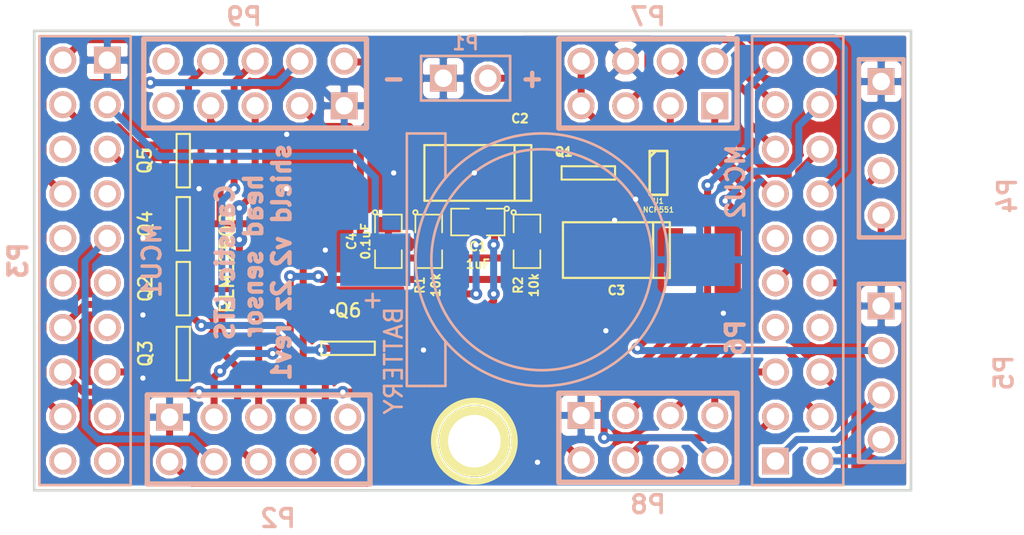
<source format=kicad_pcb>
(kicad_pcb (version 3) (host pcbnew "(2013-may-18)-stable")

  (general
    (links 70)
    (no_connects 0)
    (area 60.905 44.4304 118.8596 76.685)
    (thickness 1.6)
    (drawings 7)
    (tracks 373)
    (zones 0)
    (modules 24)
    (nets 34)
  )

  (page A3)
  (layers
    (15 F.Cu signal)
    (0 B.Cu signal)
    (16 B.Adhes user)
    (17 F.Adhes user)
    (18 B.Paste user)
    (19 F.Paste user)
    (20 B.SilkS user)
    (21 F.SilkS user)
    (22 B.Mask user)
    (23 F.Mask user)
    (24 Dwgs.User user)
    (25 Cmts.User user)
    (26 Eco1.User user)
    (27 Eco2.User user)
    (28 Edge.Cuts user)
  )

  (setup
    (last_trace_width 0.4)
    (trace_clearance 0.15)
    (zone_clearance 0.2)
    (zone_45_only no)
    (trace_min 0.254)
    (segment_width 0.2)
    (edge_width 0.15)
    (via_size 0.7)
    (via_drill 0.3)
    (via_min_size 0.7)
    (via_min_drill 0.3)
    (uvia_size 0.508)
    (uvia_drill 0.127)
    (uvias_allowed no)
    (uvia_min_size 0.508)
    (uvia_min_drill 0.127)
    (pcb_text_width 0.3)
    (pcb_text_size 1 1)
    (mod_edge_width 0.15)
    (mod_text_size 1 1)
    (mod_text_width 0.15)
    (pad_size 4 3)
    (pad_drill 0)
    (pad_to_mask_clearance 0)
    (aux_axis_origin 0 0)
    (visible_elements FFFFFFFF)
    (pcbplotparams
      (layerselection 284196865)
      (usegerberextensions true)
      (excludeedgelayer true)
      (linewidth 0.150000)
      (plotframeref false)
      (viasonmask false)
      (mode 1)
      (useauxorigin false)
      (hpglpennumber 1)
      (hpglpenspeed 20)
      (hpglpendiameter 15)
      (hpglpenoverlay 2)
      (psnegative false)
      (psa4output false)
      (plotreference true)
      (plotvalue true)
      (plotothertext true)
      (plotinvisibletext true)
      (padsonsilk false)
      (subtractmaskfromsilk false)
      (outputformat 1)
      (mirror false)
      (drillshape 0)
      (scaleselection 1)
      (outputdirectory plot/))
  )

  (net 0 "")
  (net 1 +3.3V)
  (net 2 +BATT)
  (net 3 GND)
  (net 4 N-000001)
  (net 5 N-0000010)
  (net 6 N-0000011)
  (net 7 N-0000012)
  (net 8 N-0000013)
  (net 9 N-0000014)
  (net 10 N-0000015)
  (net 11 N-0000018)
  (net 12 N-000002)
  (net 13 N-0000020)
  (net 14 N-0000021)
  (net 15 N-0000022)
  (net 16 N-0000023)
  (net 17 N-0000024)
  (net 18 N-0000025)
  (net 19 N-0000026)
  (net 20 N-0000027)
  (net 21 N-0000028)
  (net 22 N-000003)
  (net 23 N-000004)
  (net 24 N-0000042)
  (net 25 N-0000043)
  (net 26 N-0000044)
  (net 27 N-0000045)
  (net 28 N-000005)
  (net 29 N-000006)
  (net 30 N-000007)
  (net 31 N-000008)
  (net 32 N-000009)
  (net 33 VCC)

  (net_class Default "This is the default net class."
    (clearance 0.15)
    (trace_width 0.4)
    (via_dia 0.7)
    (via_drill 0.3)
    (uvia_dia 0.508)
    (uvia_drill 0.127)
    (add_net "")
    (add_net +3.3V)
    (add_net +BATT)
    (add_net GND)
    (add_net N-000001)
    (add_net N-0000010)
    (add_net N-0000011)
    (add_net N-0000012)
    (add_net N-0000013)
    (add_net N-0000014)
    (add_net N-0000015)
    (add_net N-0000018)
    (add_net N-000002)
    (add_net N-0000020)
    (add_net N-0000021)
    (add_net N-0000022)
    (add_net N-0000023)
    (add_net N-0000024)
    (add_net N-0000025)
    (add_net N-0000026)
    (add_net N-0000027)
    (add_net N-0000028)
    (add_net N-000003)
    (add_net N-000004)
    (add_net N-0000042)
    (add_net N-0000043)
    (add_net N-0000044)
    (add_net N-0000045)
    (add_net N-000005)
    (add_net N-000006)
    (add_net N-000007)
    (add_net N-000008)
    (add_net N-000009)
    (add_net VCC)
  )

  (module SOT23GDS (layer F.Cu) (tedit 56470708) (tstamp 5644E9C2)
    (at 71.1 60.7 90)
    (descr "Module CMS SOT23 Transistore EBC")
    (tags "CMS SOT")
    (path /556DB460)
    (attr smd)
    (fp_text reference Q2 (at 0 -2.159 90) (layer F.SilkS)
      (effects (font (size 0.762 0.762) (thickness 0.12954)))
    )
    (fp_text value "" (at 0 0 90) (layer F.SilkS)
      (effects (font (size 0.762 0.762) (thickness 0.12954)))
    )
    (fp_line (start -1.524 -0.381) (end 1.524 -0.381) (layer F.SilkS) (width 0.11938))
    (fp_line (start 1.524 -0.381) (end 1.524 0.381) (layer F.SilkS) (width 0.11938))
    (fp_line (start 1.524 0.381) (end -1.524 0.381) (layer F.SilkS) (width 0.11938))
    (fp_line (start -1.524 0.381) (end -1.524 -0.381) (layer F.SilkS) (width 0.11938))
    (pad S smd rect (at -0.889 -1.016 90) (size 0.9144 0.9144)
      (layers F.Cu F.Paste F.Mask)
      (net 3 GND)
    )
    (pad G smd rect (at 0.889 -1.016 90) (size 0.9144 0.9144)
      (layers F.Cu F.Paste F.Mask)
      (net 29 N-000006)
    )
    (pad D smd rect (at 0 1.016 90) (size 0.9144 0.9144)
      (layers F.Cu F.Paste F.Mask)
      (net 20 N-0000027)
    )
    (model smd/cms_sot23.wrl
      (at (xyz 0 0 0))
      (scale (xyz 0.13 0.15 0.15))
      (rotate (xyz 0 0 0))
    )
  )

  (module SOT23GDS (layer F.Cu) (tedit 5647071D) (tstamp 5644E9CD)
    (at 94.2 54.1 180)
    (descr "Module CMS SOT23 Transistore EBC")
    (tags "CMS SOT")
    (path /556DBCCA)
    (attr smd)
    (fp_text reference Q1 (at 1.4 1.2 180) (layer F.SilkS)
      (effects (font (size 0.5 0.5) (thickness 0.125)))
    )
    (fp_text value "" (at -0.3 2.2 180) (layer F.SilkS)
      (effects (font (size 0.5 0.5) (thickness 0.125)))
    )
    (fp_line (start -1.524 -0.381) (end 1.524 -0.381) (layer F.SilkS) (width 0.11938))
    (fp_line (start 1.524 -0.381) (end 1.524 0.381) (layer F.SilkS) (width 0.11938))
    (fp_line (start 1.524 0.381) (end -1.524 0.381) (layer F.SilkS) (width 0.11938))
    (fp_line (start -1.524 0.381) (end -1.524 -0.381) (layer F.SilkS) (width 0.11938))
    (pad S smd rect (at -0.889 -1.016 180) (size 0.9144 0.9144)
      (layers F.Cu F.Paste F.Mask)
      (net 33 VCC)
    )
    (pad G smd rect (at 0.889 -1.016 180) (size 0.9144 0.9144)
      (layers F.Cu F.Paste F.Mask)
      (net 3 GND)
    )
    (pad D smd rect (at 0 1.016 180) (size 0.9144 0.9144)
      (layers F.Cu F.Paste F.Mask)
      (net 30 N-000007)
    )
    (model smd/cms_sot23.wrl
      (at (xyz 0 0 0))
      (scale (xyz 0.13 0.15 0.15))
      (rotate (xyz 0 0 0))
    )
  )

  (module SOT23GDS (layer F.Cu) (tedit 564706E9) (tstamp 56470746)
    (at 71.1 57 90)
    (descr "Module CMS SOT23 Transistore EBC")
    (tags "CMS SOT")
    (path /556DB488)
    (attr smd)
    (fp_text reference Q4 (at 0 -2.159 90) (layer F.SilkS)
      (effects (font (size 0.762 0.762) (thickness 0.12954)))
    )
    (fp_text value "" (at 0 0 90) (layer F.SilkS)
      (effects (font (size 0.762 0.762) (thickness 0.12954)))
    )
    (fp_line (start -1.524 -0.381) (end 1.524 -0.381) (layer F.SilkS) (width 0.11938))
    (fp_line (start 1.524 -0.381) (end 1.524 0.381) (layer F.SilkS) (width 0.11938))
    (fp_line (start 1.524 0.381) (end -1.524 0.381) (layer F.SilkS) (width 0.11938))
    (fp_line (start -1.524 0.381) (end -1.524 -0.381) (layer F.SilkS) (width 0.11938))
    (pad S smd rect (at -0.889 -1.016 90) (size 0.9144 0.9144)
      (layers F.Cu F.Paste F.Mask)
      (net 3 GND)
    )
    (pad G smd rect (at 0.889 -1.016 90) (size 0.9144 0.9144)
      (layers F.Cu F.Paste F.Mask)
      (net 4 N-000001)
    )
    (pad D smd rect (at 0 1.016 90) (size 0.9144 0.9144)
      (layers F.Cu F.Paste F.Mask)
      (net 28 N-000005)
    )
    (model smd/cms_sot23.wrl
      (at (xyz 0 0 0))
      (scale (xyz 0.13 0.15 0.15))
      (rotate (xyz 0 0 0))
    )
  )

  (module SOT23GDS (layer F.Cu) (tedit 5647070C) (tstamp 5644E9E3)
    (at 71.1 64.4 90)
    (descr "Module CMS SOT23 Transistore EBC")
    (tags "CMS SOT")
    (path /556DB479)
    (attr smd)
    (fp_text reference Q3 (at 0 -2.159 90) (layer F.SilkS)
      (effects (font (size 0.762 0.762) (thickness 0.12954)))
    )
    (fp_text value "" (at 0 0 90) (layer F.SilkS)
      (effects (font (size 0.762 0.762) (thickness 0.12954)))
    )
    (fp_line (start -1.524 -0.381) (end 1.524 -0.381) (layer F.SilkS) (width 0.11938))
    (fp_line (start 1.524 -0.381) (end 1.524 0.381) (layer F.SilkS) (width 0.11938))
    (fp_line (start 1.524 0.381) (end -1.524 0.381) (layer F.SilkS) (width 0.11938))
    (fp_line (start -1.524 0.381) (end -1.524 -0.381) (layer F.SilkS) (width 0.11938))
    (pad S smd rect (at -0.889 -1.016 90) (size 0.9144 0.9144)
      (layers F.Cu F.Paste F.Mask)
      (net 3 GND)
    )
    (pad G smd rect (at 0.889 -1.016 90) (size 0.9144 0.9144)
      (layers F.Cu F.Paste F.Mask)
      (net 12 N-000002)
    )
    (pad D smd rect (at 0 1.016 90) (size 0.9144 0.9144)
      (layers F.Cu F.Paste F.Mask)
      (net 21 N-0000028)
    )
    (model smd/cms_sot23.wrl
      (at (xyz 0 0 0))
      (scale (xyz 0.13 0.15 0.15))
      (rotate (xyz 0 0 0))
    )
  )

  (module SOT23GDS (layer F.Cu) (tedit 56470713) (tstamp 5644E9EE)
    (at 80.5 64.1)
    (descr "Module CMS SOT23 Transistore EBC")
    (tags "CMS SOT")
    (path /556DB04B)
    (attr smd)
    (fp_text reference Q6 (at 0 -2.159) (layer F.SilkS)
      (effects (font (size 0.762 0.762) (thickness 0.12954)))
    )
    (fp_text value "" (at 0 0) (layer F.SilkS)
      (effects (font (size 0.762 0.762) (thickness 0.12954)))
    )
    (fp_line (start -1.524 -0.381) (end 1.524 -0.381) (layer F.SilkS) (width 0.11938))
    (fp_line (start 1.524 -0.381) (end 1.524 0.381) (layer F.SilkS) (width 0.11938))
    (fp_line (start 1.524 0.381) (end -1.524 0.381) (layer F.SilkS) (width 0.11938))
    (fp_line (start -1.524 0.381) (end -1.524 -0.381) (layer F.SilkS) (width 0.11938))
    (pad S smd rect (at -0.889 -1.016) (size 0.9144 0.9144)
      (layers F.Cu F.Paste F.Mask)
      (net 3 GND)
    )
    (pad G smd rect (at 0.889 -1.016) (size 0.9144 0.9144)
      (layers F.Cu F.Paste F.Mask)
      (net 22 N-000003)
    )
    (pad D smd rect (at 0 1.016) (size 0.9144 0.9144)
      (layers F.Cu F.Paste F.Mask)
      (net 11 N-0000018)
    )
    (model smd/cms_sot23.wrl
      (at (xyz 0 0 0))
      (scale (xyz 0.13 0.15 0.15))
      (rotate (xyz 0 0 0))
    )
  )

  (module SOT23GDS (layer F.Cu) (tedit 564706CF) (tstamp 5647072F)
    (at 71.1 53.4 90)
    (descr "Module CMS SOT23 Transistore EBC")
    (tags "CMS SOT")
    (path /556DB03C)
    (attr smd)
    (fp_text reference Q5 (at 0 -2.2 90) (layer F.SilkS)
      (effects (font (size 0.762 0.762) (thickness 0.12954)))
    )
    (fp_text value IRLML2502 (at -6 2.5 90) (layer F.SilkS)
      (effects (font (size 0.762 0.762) (thickness 0.12954)))
    )
    (fp_line (start -1.524 -0.381) (end 1.524 -0.381) (layer F.SilkS) (width 0.11938))
    (fp_line (start 1.524 -0.381) (end 1.524 0.381) (layer F.SilkS) (width 0.11938))
    (fp_line (start 1.524 0.381) (end -1.524 0.381) (layer F.SilkS) (width 0.11938))
    (fp_line (start -1.524 0.381) (end -1.524 -0.381) (layer F.SilkS) (width 0.11938))
    (pad S smd rect (at -0.889 -1.016 90) (size 0.9144 0.9144)
      (layers F.Cu F.Paste F.Mask)
      (net 3 GND)
    )
    (pad G smd rect (at 0.889 -1.016 90) (size 0.9144 0.9144)
      (layers F.Cu F.Paste F.Mask)
      (net 18 N-0000025)
    )
    (pad D smd rect (at 0 1.016 90) (size 0.9144 0.9144)
      (layers F.Cu F.Paste F.Mask)
      (net 19 N-0000026)
    )
    (model smd/cms_sot23.wrl
      (at (xyz 0 0 0))
      (scale (xyz 0.13 0.15 0.15))
      (rotate (xyz 0 0 0))
    )
  )

  (module SM0805 (layer F.Cu) (tedit 56463693) (tstamp 5644EA06)
    (at 85.1 58 270)
    (path /5644F539)
    (attr smd)
    (fp_text reference R1 (at 2.5 0.5 270) (layer F.SilkS)
      (effects (font (size 0.50038 0.50038) (thickness 0.10922)))
    )
    (fp_text value 10k (at 2.5 -0.4 270) (layer F.SilkS)
      (effects (font (size 0.50038 0.50038) (thickness 0.10922)))
    )
    (fp_circle (center -1.651 0.762) (end -1.651 0.635) (layer F.SilkS) (width 0.09906))
    (fp_line (start -0.508 0.762) (end -1.524 0.762) (layer F.SilkS) (width 0.09906))
    (fp_line (start -1.524 0.762) (end -1.524 -0.762) (layer F.SilkS) (width 0.09906))
    (fp_line (start -1.524 -0.762) (end -0.508 -0.762) (layer F.SilkS) (width 0.09906))
    (fp_line (start 0.508 -0.762) (end 1.524 -0.762) (layer F.SilkS) (width 0.09906))
    (fp_line (start 1.524 -0.762) (end 1.524 0.762) (layer F.SilkS) (width 0.09906))
    (fp_line (start 1.524 0.762) (end 0.508 0.762) (layer F.SilkS) (width 0.09906))
    (pad 1 smd rect (at -0.9525 0 270) (size 0.889 1.397)
      (layers F.Cu F.Paste F.Mask)
      (net 3 GND)
    )
    (pad 2 smd rect (at 0.9525 0 270) (size 0.889 1.397)
      (layers F.Cu F.Paste F.Mask)
      (net 13 N-0000020)
    )
    (model smd/chip_cms.wrl
      (at (xyz 0 0 0))
      (scale (xyz 0.1 0.1 0.1))
      (rotate (xyz 0 0 0))
    )
  )

  (module SM0805 (layer F.Cu) (tedit 5646388A) (tstamp 5644EA13)
    (at 90.7 58 270)
    (path /5644F52A)
    (attr smd)
    (fp_text reference R2 (at 2.5 0.5 270) (layer F.SilkS)
      (effects (font (size 0.50038 0.50038) (thickness 0.10922)))
    )
    (fp_text value 10k (at 2.5 -0.4 270) (layer F.SilkS)
      (effects (font (size 0.50038 0.50038) (thickness 0.10922)))
    )
    (fp_circle (center -1.651 0.762) (end -1.651 0.635) (layer F.SilkS) (width 0.09906))
    (fp_line (start -0.508 0.762) (end -1.524 0.762) (layer F.SilkS) (width 0.09906))
    (fp_line (start -1.524 0.762) (end -1.524 -0.762) (layer F.SilkS) (width 0.09906))
    (fp_line (start -1.524 -0.762) (end -0.508 -0.762) (layer F.SilkS) (width 0.09906))
    (fp_line (start 0.508 -0.762) (end 1.524 -0.762) (layer F.SilkS) (width 0.09906))
    (fp_line (start 1.524 -0.762) (end 1.524 0.762) (layer F.SilkS) (width 0.09906))
    (fp_line (start 1.524 0.762) (end 0.508 0.762) (layer F.SilkS) (width 0.09906))
    (pad 1 smd rect (at -0.9525 0 270) (size 0.889 1.397)
      (layers F.Cu F.Paste F.Mask)
      (net 33 VCC)
    )
    (pad 2 smd rect (at 0.9525 0 270) (size 0.889 1.397)
      (layers F.Cu F.Paste F.Mask)
      (net 13 N-0000020)
    )
    (model smd/chip_cms.wrl
      (at (xyz 0 0 0))
      (scale (xyz 0.1 0.1 0.1))
      (rotate (xyz 0 0 0))
    )
  )

  (module SM0805 (layer F.Cu) (tedit 5646369B) (tstamp 5644EA20)
    (at 87.9 56.9 180)
    (path /556DA789)
    (attr smd)
    (fp_text reference C1 (at 0 -1.4 180) (layer F.SilkS)
      (effects (font (size 0.50038 0.50038) (thickness 0.10922)))
    )
    (fp_text value 1uF (at 0 -2.4 180) (layer F.SilkS)
      (effects (font (size 0.50038 0.50038) (thickness 0.10922)))
    )
    (fp_circle (center -1.651 0.762) (end -1.651 0.635) (layer F.SilkS) (width 0.09906))
    (fp_line (start -0.508 0.762) (end -1.524 0.762) (layer F.SilkS) (width 0.09906))
    (fp_line (start -1.524 0.762) (end -1.524 -0.762) (layer F.SilkS) (width 0.09906))
    (fp_line (start -1.524 -0.762) (end -0.508 -0.762) (layer F.SilkS) (width 0.09906))
    (fp_line (start 0.508 -0.762) (end 1.524 -0.762) (layer F.SilkS) (width 0.09906))
    (fp_line (start 1.524 -0.762) (end 1.524 0.762) (layer F.SilkS) (width 0.09906))
    (fp_line (start 1.524 0.762) (end 0.508 0.762) (layer F.SilkS) (width 0.09906))
    (pad 1 smd rect (at -0.9525 0 180) (size 0.889 1.397)
      (layers F.Cu F.Paste F.Mask)
      (net 33 VCC)
    )
    (pad 2 smd rect (at 0.9525 0 180) (size 0.889 1.397)
      (layers F.Cu F.Paste F.Mask)
      (net 3 GND)
    )
    (model smd/chip_cms.wrl
      (at (xyz 0 0 0))
      (scale (xyz 0.1 0.1 0.1))
      (rotate (xyz 0 0 0))
    )
  )

  (module PIN_ARRAY_5x2 (layer B.Cu) (tedit 5646376B) (tstamp 5644EA32)
    (at 75.2 49 180)
    (descr "Double rangee de contacts 2 x 5 pins")
    (tags CONN)
    (path /5643A06A)
    (fp_text reference P9 (at 0.635 3.81 180) (layer B.SilkS)
      (effects (font (size 1.016 1.016) (thickness 0.2032)) (justify mirror))
    )
    (fp_text value Zone1 (at 0 -3.7 180) (layer B.SilkS) hide
      (effects (font (size 1.016 1.016) (thickness 0.2032)) (justify mirror))
    )
    (fp_line (start -6.35 2.54) (end 6.35 2.54) (layer B.SilkS) (width 0.3048))
    (fp_line (start 6.35 2.54) (end 6.35 -2.54) (layer B.SilkS) (width 0.3048))
    (fp_line (start 6.35 -2.54) (end -6.35 -2.54) (layer B.SilkS) (width 0.3048))
    (fp_line (start -6.35 -2.54) (end -6.35 2.54) (layer B.SilkS) (width 0.3048))
    (pad 1 thru_hole rect (at -5.08 -1.27 180) (size 1.524 1.524) (drill 1)
      (layers *.Cu *.Mask B.SilkS)
      (net 3 GND)
    )
    (pad 2 thru_hole circle (at -5.08 1.27 180) (size 1.524 1.524) (drill 1)
      (layers *.Cu *.Mask B.SilkS)
      (net 33 VCC)
    )
    (pad 3 thru_hole circle (at -2.54 -1.27 180) (size 1.524 1.524) (drill 1)
      (layers *.Cu *.Mask B.SilkS)
      (net 1 +3.3V)
    )
    (pad 4 thru_hole circle (at -2.54 1.27 180) (size 1.524 1.524) (drill 1)
      (layers *.Cu *.Mask B.SilkS)
      (net 15 N-0000022)
    )
    (pad 5 thru_hole circle (at 0 -1.27 180) (size 1.524 1.524) (drill 1)
      (layers *.Cu *.Mask B.SilkS)
      (net 20 N-0000027)
    )
    (pad 6 thru_hole circle (at 0 1.27 180) (size 1.524 1.524) (drill 1)
      (layers *.Cu *.Mask B.SilkS)
      (net 21 N-0000028)
    )
    (pad 7 thru_hole circle (at 2.54 -1.27 180) (size 1.524 1.524) (drill 1)
      (layers *.Cu *.Mask B.SilkS)
      (net 28 N-000005)
    )
    (pad 8 thru_hole circle (at 2.54 1.27 180) (size 1.524 1.524) (drill 1)
      (layers *.Cu *.Mask B.SilkS)
      (net 19 N-0000026)
    )
    (pad 9 thru_hole circle (at 5.08 -1.27 180) (size 1.524 1.524) (drill 1)
      (layers *.Cu *.Mask B.SilkS)
    )
    (pad 10 thru_hole circle (at 5.08 1.27 180) (size 1.524 1.524) (drill 1)
      (layers *.Cu *.Mask B.SilkS)
    )
    (model pin_array/pins_array_5x2.wrl
      (at (xyz 0 0 0))
      (scale (xyz 1 1 1))
      (rotate (xyz 0 0 0))
    )
  )

  (module PIN_ARRAY_5x2 (layer B.Cu) (tedit 56463778) (tstamp 5644EA44)
    (at 75.4 69.3)
    (descr "Double rangee de contacts 2 x 5 pins")
    (tags CONN)
    (path /5644E82D)
    (fp_text reference P2 (at 1.1 4.5) (layer B.SilkS)
      (effects (font (size 1.016 1.016) (thickness 0.2032)) (justify mirror))
    )
    (fp_text value Zone2 (at 0 -3.7) (layer B.SilkS) hide
      (effects (font (size 1.016 1.016) (thickness 0.2032)) (justify mirror))
    )
    (fp_line (start -6.35 2.54) (end 6.35 2.54) (layer B.SilkS) (width 0.3048))
    (fp_line (start 6.35 2.54) (end 6.35 -2.54) (layer B.SilkS) (width 0.3048))
    (fp_line (start 6.35 -2.54) (end -6.35 -2.54) (layer B.SilkS) (width 0.3048))
    (fp_line (start -6.35 -2.54) (end -6.35 2.54) (layer B.SilkS) (width 0.3048))
    (pad 1 thru_hole rect (at -5.08 -1.27) (size 1.524 1.524) (drill 1)
      (layers *.Cu *.Mask B.SilkS)
      (net 3 GND)
    )
    (pad 2 thru_hole circle (at -5.08 1.27) (size 1.524 1.524) (drill 1)
      (layers *.Cu *.Mask B.SilkS)
      (net 33 VCC)
    )
    (pad 3 thru_hole circle (at -2.54 -1.27) (size 1.524 1.524) (drill 1)
      (layers *.Cu *.Mask B.SilkS)
      (net 1 +3.3V)
    )
    (pad 4 thru_hole circle (at -2.54 1.27) (size 1.524 1.524) (drill 1)
      (layers *.Cu *.Mask B.SilkS)
      (net 14 N-0000021)
    )
    (pad 5 thru_hole circle (at 0 -1.27) (size 1.524 1.524) (drill 1)
      (layers *.Cu *.Mask B.SilkS)
      (net 20 N-0000027)
    )
    (pad 6 thru_hole circle (at 0 1.27) (size 1.524 1.524) (drill 1)
      (layers *.Cu *.Mask B.SilkS)
      (net 21 N-0000028)
    )
    (pad 7 thru_hole circle (at 2.54 -1.27) (size 1.524 1.524) (drill 1)
      (layers *.Cu *.Mask B.SilkS)
      (net 28 N-000005)
    )
    (pad 8 thru_hole circle (at 2.54 1.27) (size 1.524 1.524) (drill 1)
      (layers *.Cu *.Mask B.SilkS)
      (net 11 N-0000018)
    )
    (pad 9 thru_hole circle (at 5.08 -1.27) (size 1.524 1.524) (drill 1)
      (layers *.Cu *.Mask B.SilkS)
    )
    (pad 10 thru_hole circle (at 5.08 1.27) (size 1.524 1.524) (drill 1)
      (layers *.Cu *.Mask B.SilkS)
    )
    (model pin_array/pins_array_5x2.wrl
      (at (xyz 0 0 0))
      (scale (xyz 1 1 1))
      (rotate (xyz 0 0 0))
    )
  )

  (module pin_array_4x2 (layer B.Cu) (tedit 5647013F) (tstamp 5644EA54)
    (at 97.6 69.2)
    (descr "Double rangee de contacts 2 x 4 pins")
    (tags CONN)
    (path /556DA61D)
    (fp_text reference P8 (at 0 3.81) (layer B.SilkS)
      (effects (font (size 1.016 1.016) (thickness 0.2032)) (justify mirror))
    )
    (fp_text value NRF24L01 (at 1.7 -3.4) (layer B.SilkS) hide
      (effects (font (size 1.016 1.016) (thickness 0.2032)) (justify mirror))
    )
    (fp_line (start -5.08 2.54) (end 5.08 2.54) (layer B.SilkS) (width 0.3048))
    (fp_line (start 5.08 2.54) (end 5.08 -2.54) (layer B.SilkS) (width 0.3048))
    (fp_line (start 5.08 -2.54) (end -5.08 -2.54) (layer B.SilkS) (width 0.3048))
    (fp_line (start -5.08 -2.54) (end -5.08 2.54) (layer B.SilkS) (width 0.3048))
    (pad 1 thru_hole rect (at -3.81 -1.27) (size 1.524 1.524) (drill 1)
      (layers *.Cu *.Mask B.SilkS)
      (net 3 GND)
    )
    (pad 2 thru_hole circle (at -3.81 1.27) (size 1.524 1.524) (drill 1)
      (layers *.Cu *.Mask B.SilkS)
      (net 1 +3.3V)
    )
    (pad 3 thru_hole circle (at -1.27 -1.27) (size 1.524 1.524) (drill 1)
      (layers *.Cu *.Mask B.SilkS)
      (net 32 N-000009)
    )
    (pad 4 thru_hole circle (at -1.27 1.27) (size 1.524 1.524) (drill 1)
      (layers *.Cu *.Mask B.SilkS)
      (net 5 N-0000010)
    )
    (pad 5 thru_hole circle (at 1.27 -1.27) (size 1.524 1.524) (drill 1)
      (layers *.Cu *.Mask B.SilkS)
      (net 6 N-0000011)
    )
    (pad 6 thru_hole circle (at 1.27 1.27) (size 1.524 1.524) (drill 1)
      (layers *.Cu *.Mask B.SilkS)
      (net 7 N-0000012)
    )
    (pad 7 thru_hole circle (at 3.81 -1.27) (size 1.524 1.524) (drill 1)
      (layers *.Cu *.Mask B.SilkS)
      (net 8 N-0000013)
    )
    (pad 8 thru_hole circle (at 3.81 1.27) (size 1.524 1.524) (drill 1)
      (layers *.Cu *.Mask B.SilkS)
      (net 31 N-000008)
    )
    (model pin_array/pins_array_4x2.wrl
      (at (xyz 0 0 0))
      (scale (xyz 1 1 1))
      (rotate (xyz 0 0 0))
    )
  )

  (module pin_array_4x2 (layer B.Cu) (tedit 56470724) (tstamp 5644EA64)
    (at 97.6 49 180)
    (descr "Double rangee de contacts 2 x 4 pins")
    (tags CONN)
    (path /556DA581)
    (fp_text reference P7 (at 0 3.81 180) (layer B.SilkS)
      (effects (font (size 1.016 1.016) (thickness 0.2032)) (justify mirror))
    )
    (fp_text value RFID (at 0 -3.81 180) (layer B.SilkS) hide
      (effects (font (size 1.016 1.016) (thickness 0.2032)) (justify mirror))
    )
    (fp_line (start -5.08 2.54) (end 5.08 2.54) (layer B.SilkS) (width 0.3048))
    (fp_line (start 5.08 2.54) (end 5.08 -2.54) (layer B.SilkS) (width 0.3048))
    (fp_line (start 5.08 -2.54) (end -5.08 -2.54) (layer B.SilkS) (width 0.3048))
    (fp_line (start -5.08 -2.54) (end -5.08 2.54) (layer B.SilkS) (width 0.3048))
    (pad 1 thru_hole rect (at -3.81 -1.27 180) (size 1.524 1.524) (drill 1)
      (layers *.Cu *.Mask B.SilkS)
      (net 9 N-0000014)
    )
    (pad 2 thru_hole circle (at -3.81 1.27 180) (size 1.524 1.524) (drill 1)
      (layers *.Cu *.Mask B.SilkS)
      (net 24 N-0000042)
    )
    (pad 3 thru_hole circle (at -1.27 -1.27 180) (size 1.524 1.524) (drill 1)
      (layers *.Cu *.Mask B.SilkS)
      (net 26 N-0000044)
    )
    (pad 4 thru_hole circle (at -1.27 1.27 180) (size 1.524 1.524) (drill 1)
      (layers *.Cu *.Mask B.SilkS)
      (net 27 N-0000045)
    )
    (pad 5 thru_hole circle (at 1.27 -1.27 180) (size 1.524 1.524) (drill 1)
      (layers *.Cu *.Mask B.SilkS)
      (net 25 N-0000043)
    )
    (pad 6 thru_hole circle (at 1.27 1.27 180) (size 1.524 1.524) (drill 1)
      (layers *.Cu *.Mask B.SilkS)
      (net 3 GND)
    )
    (pad 7 thru_hole circle (at 3.81 -1.27 180) (size 1.524 1.524) (drill 1)
      (layers *.Cu *.Mask B.SilkS)
      (net 1 +3.3V)
    )
    (pad 8 thru_hole circle (at 3.81 1.27 180) (size 1.524 1.524) (drill 1)
      (layers *.Cu *.Mask B.SilkS)
      (net 1 +3.3V)
    )
    (model pin_array/pins_array_4x2.wrl
      (at (xyz 0 0 0))
      (scale (xyz 1 1 1))
      (rotate (xyz 0 0 0))
    )
  )

  (module PIN_ARRAY_4x1 (layer B.Cu) (tedit 5647076D) (tstamp 56470717)
    (at 110.9 52.7 270)
    (descr "Double rangee de contacts 2 x 5 pins")
    (tags CONN)
    (path /556DABA6)
    (fp_text reference P4 (at 2.7 -7.2 270) (layer B.SilkS)
      (effects (font (size 1.016 1.016) (thickness 0.2032)) (justify mirror))
    )
    (fp_text value UART1 (at -0.1 1.6 270) (layer B.SilkS) hide
      (effects (font (size 1.016 1.016) (thickness 0.2032)) (justify mirror))
    )
    (fp_line (start 5.08 -1.27) (end -5.08 -1.27) (layer B.SilkS) (width 0.254))
    (fp_line (start 5.08 1.27) (end -5.08 1.27) (layer B.SilkS) (width 0.254))
    (fp_line (start -5.08 1.27) (end -5.08 -1.27) (layer B.SilkS) (width 0.254))
    (fp_line (start 5.08 -1.27) (end 5.08 1.27) (layer B.SilkS) (width 0.254))
    (pad 1 thru_hole rect (at -3.81 0 270) (size 1.524 1.524) (drill 1)
      (layers *.Cu *.Mask B.SilkS)
      (net 3 GND)
    )
    (pad 2 thru_hole circle (at -1.27 0 270) (size 1.524 1.524) (drill 1)
      (layers *.Cu *.Mask B.SilkS)
    )
    (pad 3 thru_hole circle (at 1.27 0 270) (size 1.524 1.524) (drill 1)
      (layers *.Cu *.Mask B.SilkS)
      (net 17 N-0000024)
    )
    (pad 4 thru_hole circle (at 3.81 0 270) (size 1.524 1.524) (drill 1)
      (layers *.Cu *.Mask B.SilkS)
      (net 16 N-0000023)
    )
    (model pin_array\pins_array_4x1.wrl
      (at (xyz 0 0 0))
      (scale (xyz 1 1 1))
      (rotate (xyz 0 0 0))
    )
  )

  (module PIN_ARRAY_2X1 (layer B.Cu) (tedit 56470737) (tstamp 5644EA7A)
    (at 87.2 48.7)
    (descr "Connecteurs 2 pins")
    (tags "CONN DEV")
    (path /556DBCF7)
    (fp_text reference P1 (at 0 -2) (layer B.SilkS)
      (effects (font (size 0.762 0.762) (thickness 0.1524)) (justify mirror))
    )
    (fp_text value Power_in (at 0 1.905) (layer B.SilkS) hide
      (effects (font (size 0.762 0.762) (thickness 0.1524)) (justify mirror))
    )
    (fp_line (start -2.54 -1.27) (end -2.54 1.27) (layer B.SilkS) (width 0.1524))
    (fp_line (start -2.54 1.27) (end 2.54 1.27) (layer B.SilkS) (width 0.1524))
    (fp_line (start 2.54 1.27) (end 2.54 -1.27) (layer B.SilkS) (width 0.1524))
    (fp_line (start 2.54 -1.27) (end -2.54 -1.27) (layer B.SilkS) (width 0.1524))
    (pad 1 thru_hole rect (at -1.27 0) (size 1.524 1.524) (drill 1)
      (layers *.Cu *.Mask B.SilkS)
      (net 3 GND)
    )
    (pad 2 thru_hole circle (at 1.27 0) (size 1.524 1.524) (drill 1)
      (layers *.Cu *.Mask B.SilkS)
      (net 30 N-000007)
    )
    (model pin_array/pins_array_2x1.wrl
      (at (xyz 0 0 0))
      (scale (xyz 1 1 1))
      (rotate (xyz 0 0 0))
    )
  )

  (module pin_array_10x2 (layer B.Cu) (tedit 56470425) (tstamp 5644EA96)
    (at 106.14 59.1 90)
    (tags CONN)
    (path /556DA543)
    (fp_text reference P6 (at -4.4 -3.54 90) (layer B.SilkS)
      (effects (font (size 1.016 1.016) (thickness 0.254)) (justify mirror))
    )
    (fp_text value MCU2 (at 4.5 -3.54 90) (layer B.SilkS)
      (effects (font (size 1.016 1.016) (thickness 0.2032)) (justify mirror))
    )
    (fp_line (start -12.8 2.6) (end 12.8 2.6) (layer B.SilkS) (width 0.15))
    (fp_line (start 12.8 2.6) (end 12.8 -2.6) (layer B.SilkS) (width 0.15))
    (fp_line (start 12.8 -2.6) (end -12.8 -2.6) (layer B.SilkS) (width 0.15))
    (fp_line (start -12.8 -2.6) (end -12.8 2.6) (layer B.SilkS) (width 0.15))
    (pad 1 thru_hole rect (at -11.43 -1.27 90) (size 1.524 1.524) (drill 1)
      (layers *.Cu *.Mask B.SilkS)
      (net 10 N-0000015)
    )
    (pad 2 thru_hole circle (at -11.43 1.27 90) (size 1.524 1.524) (drill 1)
      (layers *.Cu *.Mask B.SilkS)
      (net 23 N-000004)
    )
    (pad 3 thru_hole circle (at -8.89 -1.27 90) (size 1.524 1.524) (drill 1)
      (layers *.Cu *.Mask B.SilkS)
      (net 5 N-0000010)
    )
    (pad 4 thru_hole circle (at -8.89 1.27 90) (size 1.524 1.524) (drill 1)
      (layers *.Cu *.Mask B.SilkS)
      (net 6 N-0000011)
    )
    (pad 5 thru_hole circle (at -6.35 -1.27 90) (size 1.524 1.524) (drill 1)
      (layers *.Cu *.Mask B.SilkS)
      (net 8 N-0000013)
    )
    (pad 6 thru_hole circle (at -6.35 1.27 90) (size 1.524 1.524) (drill 1)
      (layers *.Cu *.Mask B.SilkS)
      (net 7 N-0000012)
    )
    (pad 7 thru_hole circle (at -3.81 -1.27 90) (size 1.524 1.524) (drill 1)
      (layers *.Cu *.Mask B.SilkS)
    )
    (pad 8 thru_hole circle (at -3.81 1.27 90) (size 1.524 1.524) (drill 1)
      (layers *.Cu *.Mask B.SilkS)
    )
    (pad 9 thru_hole circle (at -1.27 -1.27 90) (size 1.524 1.524) (drill 1)
      (layers *.Cu *.Mask B.SilkS)
      (net 17 N-0000024)
    )
    (pad 10 thru_hole circle (at -1.27 1.27 90) (size 1.524 1.524) (drill 1)
      (layers *.Cu *.Mask B.SilkS)
      (net 16 N-0000023)
    )
    (pad 11 thru_hole circle (at 1.27 -1.27 90) (size 1.524 1.524) (drill 1)
      (layers *.Cu *.Mask B.SilkS)
    )
    (pad 12 thru_hole circle (at 1.27 1.27 90) (size 1.524 1.524) (drill 1)
      (layers *.Cu *.Mask B.SilkS)
    )
    (pad 13 thru_hole circle (at 3.81 -1.27 90) (size 1.524 1.524) (drill 1)
      (layers *.Cu *.Mask B.SilkS)
      (net 9 N-0000014)
    )
    (pad 14 thru_hole circle (at 3.81 1.27 90) (size 1.524 1.524) (drill 1)
      (layers *.Cu *.Mask B.SilkS)
      (net 24 N-0000042)
    )
    (pad 15 thru_hole circle (at 6.35 -1.27 90) (size 1.524 1.524) (drill 1)
      (layers *.Cu *.Mask B.SilkS)
      (net 27 N-0000045)
    )
    (pad 16 thru_hole circle (at 6.35 1.27 90) (size 1.524 1.524) (drill 1)
      (layers *.Cu *.Mask B.SilkS)
      (net 26 N-0000044)
    )
    (pad 17 thru_hole circle (at 8.89 -1.27 90) (size 1.524 1.524) (drill 1)
      (layers *.Cu *.Mask B.SilkS)
      (net 25 N-0000043)
    )
    (pad 18 thru_hole circle (at 8.89 1.27 90) (size 1.524 1.524) (drill 1)
      (layers *.Cu *.Mask B.SilkS)
      (net 32 N-000009)
    )
    (pad 19 thru_hole circle (at 11.43 -1.27 90) (size 1.524 1.524) (drill 1)
      (layers *.Cu *.Mask B.SilkS)
      (net 31 N-000008)
    )
    (pad 20 thru_hole circle (at 11.43 1.27 90) (size 1.524 1.524) (drill 1)
      (layers *.Cu *.Mask B.SilkS)
    )
  )

  (module pin_array_10x2 (layer B.Cu) (tedit 5639D82F) (tstamp 5644EAB2)
    (at 65.5 59.1 270)
    (tags CONN)
    (path /556DA534)
    (fp_text reference P3 (at 0 3.81 270) (layer B.SilkS)
      (effects (font (size 1.016 1.016) (thickness 0.254)) (justify mirror))
    )
    (fp_text value MCU1 (at 0 -3.81 270) (layer B.SilkS)
      (effects (font (size 1.016 1.016) (thickness 0.2032)) (justify mirror))
    )
    (fp_line (start -12.8 2.6) (end 12.8 2.6) (layer B.SilkS) (width 0.15))
    (fp_line (start 12.8 2.6) (end 12.8 -2.6) (layer B.SilkS) (width 0.15))
    (fp_line (start 12.8 -2.6) (end -12.8 -2.6) (layer B.SilkS) (width 0.15))
    (fp_line (start -12.8 -2.6) (end -12.8 2.6) (layer B.SilkS) (width 0.15))
    (pad 1 thru_hole rect (at -11.43 -1.27 270) (size 1.524 1.524) (drill 1)
      (layers *.Cu *.Mask B.SilkS)
      (net 3 GND)
    )
    (pad 2 thru_hole circle (at -11.43 1.27 270) (size 1.524 1.524) (drill 1)
      (layers *.Cu *.Mask B.SilkS)
      (net 1 +3.3V)
    )
    (pad 3 thru_hole circle (at -8.89 -1.27 270) (size 1.524 1.524) (drill 1)
      (layers *.Cu *.Mask B.SilkS)
      (net 2 +BATT)
    )
    (pad 4 thru_hole circle (at -8.89 1.27 270) (size 1.524 1.524) (drill 1)
      (layers *.Cu *.Mask B.SilkS)
      (net 18 N-0000025)
    )
    (pad 5 thru_hole circle (at -6.35 -1.27 270) (size 1.524 1.524) (drill 1)
      (layers *.Cu *.Mask B.SilkS)
      (net 22 N-000003)
    )
    (pad 6 thru_hole circle (at -6.35 1.27 270) (size 1.524 1.524) (drill 1)
      (layers *.Cu *.Mask B.SilkS)
    )
    (pad 7 thru_hole circle (at -3.81 -1.27 270) (size 1.524 1.524) (drill 1)
      (layers *.Cu *.Mask B.SilkS)
    )
    (pad 8 thru_hole circle (at -3.81 1.27 270) (size 1.524 1.524) (drill 1)
      (layers *.Cu *.Mask B.SilkS)
      (net 15 N-0000022)
    )
    (pad 9 thru_hole circle (at -1.27 -1.27 270) (size 1.524 1.524) (drill 1)
      (layers *.Cu *.Mask B.SilkS)
      (net 14 N-0000021)
    )
    (pad 10 thru_hole circle (at -1.27 1.27 270) (size 1.524 1.524) (drill 1)
      (layers *.Cu *.Mask B.SilkS)
    )
    (pad 11 thru_hole circle (at 1.27 -1.27 270) (size 1.524 1.524) (drill 1)
      (layers *.Cu *.Mask B.SilkS)
    )
    (pad 12 thru_hole circle (at 1.27 1.27 270) (size 1.524 1.524) (drill 1)
      (layers *.Cu *.Mask B.SilkS)
    )
    (pad 13 thru_hole circle (at 3.81 -1.27 270) (size 1.524 1.524) (drill 1)
      (layers *.Cu *.Mask B.SilkS)
    )
    (pad 14 thru_hole circle (at 3.81 1.27 270) (size 1.524 1.524) (drill 1)
      (layers *.Cu *.Mask B.SilkS)
      (net 29 N-000006)
    )
    (pad 15 thru_hole circle (at 6.35 -1.27 270) (size 1.524 1.524) (drill 1)
      (layers *.Cu *.Mask B.SilkS)
      (net 12 N-000002)
    )
    (pad 16 thru_hole circle (at 6.35 1.27 270) (size 1.524 1.524) (drill 1)
      (layers *.Cu *.Mask B.SilkS)
      (net 13 N-0000020)
    )
    (pad 17 thru_hole circle (at 8.89 -1.27 270) (size 1.524 1.524) (drill 1)
      (layers *.Cu *.Mask B.SilkS)
    )
    (pad 18 thru_hole circle (at 8.89 1.27 270) (size 1.524 1.524) (drill 1)
      (layers *.Cu *.Mask B.SilkS)
      (net 4 N-000001)
    )
    (pad 19 thru_hole circle (at 11.43 -1.27 270) (size 1.524 1.524) (drill 1)
      (layers *.Cu *.Mask B.SilkS)
    )
    (pad 20 thru_hole circle (at 11.43 1.27 270) (size 1.524 1.524) (drill 1)
      (layers *.Cu *.Mask B.SilkS)
    )
  )

  (module c_tant_C (layer F.Cu) (tedit 564636F9) (tstamp 564643E4)
    (at 87.9 54.1)
    (descr "SMT capacitor, tantalum size C")
    (path /556DA77A)
    (fp_text reference C2 (at 2.4 -3.1) (layer F.SilkS)
      (effects (font (size 0.50038 0.50038) (thickness 0.11938)))
    )
    (fp_text value 100uF (at 2.4 -2.1) (layer F.SilkS) hide
      (effects (font (size 0.7 0.7) (thickness 0.11938)))
    )
    (fp_line (start 2.0955 -1.5875) (end 2.0955 1.5875) (layer F.SilkS) (width 0.127))
    (fp_line (start -3.048 -1.5875) (end -3.048 1.5875) (layer F.SilkS) (width 0.127))
    (fp_line (start -3.048 1.5875) (end 3.048 1.5875) (layer F.SilkS) (width 0.127))
    (fp_line (start 3.048 1.5875) (end 3.048 -1.5875) (layer F.SilkS) (width 0.127))
    (fp_line (start 3.048 -1.5875) (end -3.048 -1.5875) (layer F.SilkS) (width 0.127))
    (pad 1 smd rect (at 2.52476 0) (size 2.55016 2.49936)
      (layers F.Cu F.Paste F.Mask)
      (net 33 VCC)
    )
    (pad 2 smd rect (at -2.52476 0) (size 2.55016 2.49936)
      (layers F.Cu F.Paste F.Mask)
      (net 3 GND)
    )
    (model smd/capacitors/c_tant_C.wrl
      (at (xyz 0 0 0))
      (scale (xyz 1 1 1))
      (rotate (xyz 0 0 0))
    )
  )

  (module c_tant_C (layer F.Cu) (tedit 56463893) (tstamp 5644EAE3)
    (at 95.8 58.5)
    (descr "SMT capacitor, tantalum size C")
    (path /556DA76B)
    (fp_text reference C3 (at 0 2.3) (layer F.SilkS)
      (effects (font (size 0.50038 0.50038) (thickness 0.11938)))
    )
    (fp_text value 100uF (at 0 3.2) (layer F.SilkS) hide
      (effects (font (size 0.50038 0.50038) (thickness 0.11938)))
    )
    (fp_line (start 2.0955 -1.5875) (end 2.0955 1.5875) (layer F.SilkS) (width 0.127))
    (fp_line (start -3.048 -1.5875) (end -3.048 1.5875) (layer F.SilkS) (width 0.127))
    (fp_line (start -3.048 1.5875) (end 3.048 1.5875) (layer F.SilkS) (width 0.127))
    (fp_line (start 3.048 1.5875) (end 3.048 -1.5875) (layer F.SilkS) (width 0.127))
    (fp_line (start 3.048 -1.5875) (end -3.048 -1.5875) (layer F.SilkS) (width 0.127))
    (pad 1 smd rect (at 2.52476 0) (size 2.55016 2.49936)
      (layers F.Cu F.Paste F.Mask)
      (net 1 +3.3V)
    )
    (pad 2 smd rect (at -2.52476 0) (size 2.55016 2.49936)
      (layers F.Cu F.Paste F.Mask)
      (net 3 GND)
    )
    (model smd/capacitors/c_tant_C.wrl
      (at (xyz 0 0 0))
      (scale (xyz 1 1 1))
      (rotate (xyz 0 0 0))
    )
  )

  (module CR1220-smd (layer B.Cu) (tedit 56470101) (tstamp 5644FA8A)
    (at 91.55 59.05)
    (path /556DA9A3)
    (fp_text reference + (at -9.65 2.25) (layer B.SilkS)
      (effects (font (size 1 1) (thickness 0.15)) (justify mirror))
    )
    (fp_text value BATTERY (at -8.45 5.75 90) (layer B.SilkS)
      (effects (font (size 1 1) (thickness 0.15)) (justify mirror))
    )
    (fp_line (start -7.7 0) (end -7.7 -7.2) (layer B.SilkS) (width 0.15))
    (fp_line (start -7.7 -7.2) (end -5.5 -7.2) (layer B.SilkS) (width 0.15))
    (fp_line (start -5.5 -7.2) (end -5.5 -4.7) (layer B.SilkS) (width 0.15))
    (fp_line (start -7.7 0) (end -7.7 7.2) (layer B.SilkS) (width 0.15))
    (fp_line (start -7.7 7.2) (end -6.4 7.2) (layer B.SilkS) (width 0.15))
    (fp_line (start -6.4 7.2) (end -5.5 7.2) (layer B.SilkS) (width 0.15))
    (fp_line (start -5.5 7.2) (end -5.5 4.7) (layer B.SilkS) (width 0.15))
    (fp_circle (center 0 0) (end 7.2 0.1) (layer B.SilkS) (width 0.15))
    (fp_circle (center 0 0) (end 6.3 0.1) (layer B.SilkS) (width 0.15))
    (pad 1 smd rect (at -9.5 0) (size 4 3)
      (layers B.Cu B.Paste B.Mask)
      (net 2 +BATT)
    )
    (pad 2 smd rect (at 9 0) (size 4 3)
      (layers B.Cu B.Paste B.Mask)
      (net 3 GND)
    )
  )

  (module SM0805 (layer F.Cu) (tedit 5646368C) (tstamp 56450017)
    (at 82.8 58 270)
    (path /5644F81F)
    (attr smd)
    (fp_text reference C4 (at 0 2.1 270) (layer F.SilkS)
      (effects (font (size 0.50038 0.50038) (thickness 0.10922)))
    )
    (fp_text value 0.1uF (at 0 1.3 270) (layer F.SilkS)
      (effects (font (size 0.50038 0.50038) (thickness 0.10922)))
    )
    (fp_circle (center -1.651 0.762) (end -1.651 0.635) (layer F.SilkS) (width 0.09906))
    (fp_line (start -0.508 0.762) (end -1.524 0.762) (layer F.SilkS) (width 0.09906))
    (fp_line (start -1.524 0.762) (end -1.524 -0.762) (layer F.SilkS) (width 0.09906))
    (fp_line (start -1.524 -0.762) (end -0.508 -0.762) (layer F.SilkS) (width 0.09906))
    (fp_line (start 0.508 -0.762) (end 1.524 -0.762) (layer F.SilkS) (width 0.09906))
    (fp_line (start 1.524 -0.762) (end 1.524 0.762) (layer F.SilkS) (width 0.09906))
    (fp_line (start 1.524 0.762) (end 0.508 0.762) (layer F.SilkS) (width 0.09906))
    (pad 1 smd rect (at -0.9525 0 270) (size 0.889 1.397)
      (layers F.Cu F.Paste F.Mask)
      (net 3 GND)
    )
    (pad 2 smd rect (at 0.9525 0 270) (size 0.889 1.397)
      (layers F.Cu F.Paste F.Mask)
      (net 13 N-0000020)
    )
    (model smd/chip_cms.wrl
      (at (xyz 0 0 0))
      (scale (xyz 0.1 0.1 0.1))
      (rotate (xyz 0 0 0))
    )
  )

  (module 1pin (layer F.Cu) (tedit 5646FC4C) (tstamp 564641BA)
    (at 87.7 69.4)
    (descr "module 1 pin (ou trou mecanique de percage)")
    (tags DEV)
    (path 1pin)
    (fp_text reference "" (at 0 -3.048) (layer F.SilkS)
      (effects (font (size 1.016 1.016) (thickness 0.254)))
    )
    (fp_text value P*** (at 0 6.5) (layer F.SilkS) hide
      (effects (font (size 1.016 1.016) (thickness 0.254)))
    )
    (fp_circle (center 0 0) (end 0 -2.286) (layer F.SilkS) (width 0.381))
    (pad 1 thru_hole circle (at 0 0) (size 4.064 4.064) (drill 3)
      (layers *.Cu *.Mask F.SilkS)
    )
  )

  (module sot323-5-fx (layer F.Cu) (tedit 564702A9) (tstamp 5647027E)
    (at 98.2 54.1 270)
    (descr SOT323-5)
    (path /5644F15B)
    (attr smd)
    (fp_text reference U1 (at 1.6 0 360) (layer F.SilkS)
      (effects (font (size 0.29972 0.29972) (thickness 0.06096)))
    )
    (fp_text value NCP551 (at 2.1 0 360) (layer F.SilkS)
      (effects (font (size 0.29972 0.29972) (thickness 0.06096)))
    )
    (fp_line (start -1.25 0.15) (end -0.9 0.5) (layer F.SilkS) (width 0.15))
    (fp_line (start -1.2 -0.5) (end 1.2 -0.5) (layer F.SilkS) (width 0.15))
    (fp_line (start 1.2 -0.5) (end 1.25 -0.5) (layer F.SilkS) (width 0.15))
    (fp_line (start 1.25 -0.5) (end 1.25 0.5) (layer F.SilkS) (width 0.15))
    (fp_line (start 1.25 0.5) (end -1.2 0.5) (layer F.SilkS) (width 0.15))
    (fp_line (start -1.2 0.5) (end -1.25 0.5) (layer F.SilkS) (width 0.15))
    (fp_line (start -1.25 0.5) (end -1.25 -0.5) (layer F.SilkS) (width 0.15))
    (fp_line (start -1.25 -0.5) (end -1.15 -0.5) (layer F.SilkS) (width 0.15))
    (pad 1 smd rect (at -0.65024 1.00076 270) (size 0.50038 0.8001)
      (layers F.Cu F.Paste F.Mask)
      (net 33 VCC)
    )
    (pad 3 smd rect (at 0.65024 1.00076 270) (size 0.50038 0.8001)
      (layers F.Cu F.Paste F.Mask)
      (net 33 VCC)
    )
    (pad 2 smd rect (at 0 1.00076 270) (size 0.50038 0.8001)
      (layers F.Cu F.Paste F.Mask)
      (net 3 GND)
    )
    (pad 4 smd rect (at 0.65024 -1.00076 270) (size 0.50038 0.8001)
      (layers F.Cu F.Paste F.Mask)
    )
    (pad 5 smd rect (at -0.65024 -1.00076 270) (size 0.50038 0.8001)
      (layers F.Cu F.Paste F.Mask)
      (net 1 +3.3V)
    )
    (model smd/smd_transistors/sot323-5.wrl
      (at (xyz 0 0 0))
      (scale (xyz 1 1 1))
      (rotate (xyz 0 0 0))
    )
  )

  (module PIN_ARRAY_4x1 (layer B.Cu) (tedit 5647078F) (tstamp 564703DC)
    (at 110.9 65.5 270)
    (descr "Double rangee de contacts 2 x 5 pins")
    (tags CONN)
    (path /556DAC88)
    (fp_text reference P5 (at 0 -7 270) (layer B.SilkS)
      (effects (font (size 1.016 1.016) (thickness 0.2032)) (justify mirror))
    )
    (fp_text value UART3 (at 0 1.6 270) (layer B.SilkS) hide
      (effects (font (size 1.016 1.016) (thickness 0.2032)) (justify mirror))
    )
    (fp_line (start 5.08 -1.27) (end -5.08 -1.27) (layer B.SilkS) (width 0.254))
    (fp_line (start 5.08 1.27) (end -5.08 1.27) (layer B.SilkS) (width 0.254))
    (fp_line (start -5.08 1.27) (end -5.08 -1.27) (layer B.SilkS) (width 0.254))
    (fp_line (start 5.08 -1.27) (end 5.08 1.27) (layer B.SilkS) (width 0.254))
    (pad 1 thru_hole rect (at -3.81 0 270) (size 1.524 1.524) (drill 1.000)
      (layers *.Cu *.Mask B.SilkS)
      (net 3 GND)
    )
    (pad 2 thru_hole circle (at -1.27 0 270) (size 1.524 1.524) (drill 1.000)
      (layers *.Cu *.Mask B.SilkS)
      (net 1 +3.3V)
    )
    (pad 3 thru_hole circle (at 1.27 0 270) (size 1.524 1.524) (drill 1.000)
      (layers *.Cu *.Mask B.SilkS)
      (net 10 N-0000015)
    )
    (pad 4 thru_hole circle (at 3.81 0 270) (size 1.524 1.524) (drill 1.000)
      (layers *.Cu *.Mask B.SilkS)
      (net 23 N-000004)
    )
    (model pin_array\pins_array_4x1.wrl
      (at (xyz 0 0 0))
      (scale (xyz 1 1 1))
      (rotate (xyz 0 0 0))
    )
  )

  (gr_text "Caustic LTS\nhead sensor \nshield v2 2z rev1" (at 75.1 59.2 90) (layer B.SilkS)
    (effects (font (size 1 1) (thickness 0.25)) (justify mirror))
  )
  (gr_text - (at 83.1 48.7) (layer B.SilkS)
    (effects (font (size 1 1) (thickness 0.25)) (justify mirror))
  )
  (gr_text + (at 91 48.7) (layer B.SilkS)
    (effects (font (size 1 1) (thickness 0.25)) (justify mirror))
  )
  (gr_line (start 62.6 46) (end 112.6 46) (angle 90) (layer Edge.Cuts) (width 0.15))
  (gr_line (start 62.6 46) (end 62.6 72.2) (angle 90) (layer Edge.Cuts) (width 0.15))
  (gr_line (start 112.6 72.2) (end 112.6 46) (angle 90) (layer Edge.Cuts) (width 0.15))
  (gr_line (start 62.6 72.2) (end 112.6 72.2) (angle 90) (layer Edge.Cuts) (width 0.15))

  (segment (start 98.32476 58.5) (end 98.32476 62.77524) (width 0.4) (layer F.Cu) (net 1))
  (segment (start 97.13 64.23) (end 110.9 64.23) (width 0.4) (layer B.Cu) (net 1) (tstamp 564704E6))
  (segment (start 97 64.1) (end 97.13 64.23) (width 0.4) (layer B.Cu) (net 1) (tstamp 564704E5))
  (via (at 97 64.1) (size 0.7) (layers F.Cu B.Cu) (net 1))
  (segment (start 98.32476 62.77524) (end 97 64.1) (width 0.4) (layer F.Cu) (net 1) (tstamp 564704E3))
  (segment (start 93.79 70.47) (end 93.77 70.47) (width 0.4) (layer F.Cu) (net 1))
  (segment (start 92.3 60.6) (end 92.725 60.175) (width 0.4) (layer F.Cu) (net 1) (tstamp 56462411))
  (segment (start 92.3 69) (end 92.3 60.6) (width 0.4) (layer F.Cu) (net 1) (tstamp 5646240F))
  (segment (start 93.77 70.47) (end 92.3 69) (width 0.4) (layer F.Cu) (net 1) (tstamp 5646240D))
  (segment (start 72.86 68.03) (end 72.86 65.74) (width 0.4) (layer F.Cu) (net 1))
  (segment (start 78.975 60.175) (end 81.8 60.175) (width 0.4) (layer F.Cu) (net 1) (tstamp 564622FE))
  (segment (start 78.8 60) (end 78.975 60.175) (width 0.4) (layer F.Cu) (net 1) (tstamp 564622FD))
  (via (at 78.8 60) (size 0.7) (layers F.Cu B.Cu) (net 1))
  (segment (start 77.2 60) (end 78.8 60) (width 0.4) (layer B.Cu) (net 1) (tstamp 564622F5))
  (via (at 77.2 60) (size 0.7) (layers F.Cu B.Cu) (net 1))
  (segment (start 77.2 63.4) (end 77.2 60) (width 0.4) (layer F.Cu) (net 1) (tstamp 564622E1))
  (segment (start 76.2 64.4) (end 77.2 63.4) (width 0.4) (layer F.Cu) (net 1) (tstamp 564622E0))
  (via (at 76.2 64.4) (size 0.7) (layers F.Cu B.Cu) (net 1))
  (segment (start 74.2 64.4) (end 76.2 64.4) (width 0.4) (layer B.Cu) (net 1) (tstamp 564622DC))
  (segment (start 73.2 65.4) (end 74.2 64.4) (width 0.4) (layer B.Cu) (net 1) (tstamp 564622DB))
  (via (at 73.2 65.4) (size 0.7) (layers F.Cu B.Cu) (net 1))
  (segment (start 72.86 65.74) (end 73.2 65.4) (width 0.4) (layer F.Cu) (net 1) (tstamp 564622D3))
  (segment (start 64.23 47.67) (end 65.4 46.5) (width 0.4) (layer F.Cu) (net 1))
  (segment (start 92.45 49.025) (end 93.79 49.025) (width 0.4) (layer F.Cu) (net 1) (tstamp 56450148))
  (segment (start 89.925 46.5) (end 92.45 49.025) (width 0.4) (layer F.Cu) (net 1) (tstamp 56450146))
  (segment (start 65.4 46.5) (end 89.925 46.5) (width 0.4) (layer F.Cu) (net 1) (tstamp 56450145))
  (segment (start 77.74 50.27) (end 77.745 50.27) (width 0.4) (layer F.Cu) (net 1))
  (segment (start 96.5 58.5) (end 96 59) (width 0.4) (layer F.Cu) (net 1) (tstamp 56450101))
  (segment (start 96 59) (end 96 59.675) (width 0.4) (layer F.Cu) (net 1) (tstamp 56450102))
  (segment (start 96 59.675) (end 95.5 60.175) (width 0.4) (layer F.Cu) (net 1) (tstamp 56450103))
  (segment (start 95.5 60.175) (end 92.725 60.175) (width 0.4) (layer F.Cu) (net 1) (tstamp 56450104))
  (segment (start 92.725 60.175) (end 81.8 60.175) (width 0.4) (layer F.Cu) (net 1) (tstamp 5646241F))
  (segment (start 81.8 60.175) (end 81.2 59.575) (width 0.4) (layer F.Cu) (net 1) (tstamp 56450105))
  (segment (start 81.2 59.575) (end 81.2 52.075) (width 0.4) (layer F.Cu) (net 1) (tstamp 56450106))
  (segment (start 81.2 52.075) (end 80.575 51.45) (width 0.4) (layer F.Cu) (net 1) (tstamp 56450107))
  (segment (start 80.575 51.45) (end 79.22 51.45) (width 0.4) (layer F.Cu) (net 1) (tstamp 56450108))
  (segment (start 96.5 58.5) (end 98.32476 58.5) (width 0.4) (layer F.Cu) (net 1))
  (segment (start 78.925 51.45) (end 79.22 51.45) (width 0.4) (layer F.Cu) (net 1) (tstamp 56450132))
  (segment (start 77.745 50.27) (end 78.925 51.45) (width 0.4) (layer F.Cu) (net 1) (tstamp 56450131))
  (segment (start 99.10076 53.44976) (end 99.10076 52.80076) (width 0.4) (layer F.Cu) (net 1))
  (segment (start 95.92 52.4) (end 93.79 50.27) (width 0.4) (layer F.Cu) (net 1) (tstamp 5644FFD0))
  (segment (start 98.7 52.4) (end 95.92 52.4) (width 0.4) (layer F.Cu) (net 1) (tstamp 5644FFCF))
  (segment (start 99.10076 52.80076) (end 98.7 52.4) (width 0.4) (layer F.Cu) (net 1) (tstamp 5644FFCE))
  (segment (start 93.79 47.73) (end 93.79 49.025) (width 0.4) (layer F.Cu) (net 1))
  (segment (start 93.79 49.025) (end 93.79 50.27) (width 0.4) (layer F.Cu) (net 1) (tstamp 5645014B))
  (segment (start 99.10076 53.44976) (end 99.64976 53.44976) (width 0.4) (layer F.Cu) (net 1))
  (segment (start 98.32476 56.57524) (end 98.32476 58.5) (width 0.4) (layer F.Cu) (net 1) (tstamp 5644FFC8))
  (segment (start 98.9 56) (end 98.32476 56.57524) (width 0.4) (layer F.Cu) (net 1) (tstamp 5644FFC7))
  (segment (start 99.6 56) (end 98.9 56) (width 0.4) (layer F.Cu) (net 1) (tstamp 5644FFC6))
  (segment (start 100.1 55.5) (end 99.6 56) (width 0.4) (layer F.Cu) (net 1) (tstamp 5644FFC5))
  (segment (start 100.1 53.9) (end 100.1 55.5) (width 0.4) (layer F.Cu) (net 1) (tstamp 5644FFC4))
  (segment (start 99.64976 53.44976) (end 100.1 53.9) (width 0.4) (layer F.Cu) (net 1) (tstamp 5644FFC3))
  (segment (start 66.77 50.21) (end 66.77 50.22) (width 0.4) (layer B.Cu) (net 2))
  (segment (start 82.05 54.375) (end 82.05 59.05) (width 0.4) (layer B.Cu) (net 2) (tstamp 564501B5))
  (segment (start 80.825 53.15) (end 82.05 54.375) (width 0.4) (layer B.Cu) (net 2) (tstamp 564501B4))
  (segment (start 69.7 53.15) (end 80.825 53.15) (width 0.4) (layer B.Cu) (net 2) (tstamp 564501B2))
  (segment (start 66.77 50.22) (end 69.7 53.15) (width 0.4) (layer B.Cu) (net 2) (tstamp 564501B1))
  (segment (start 93.79 67.93) (end 93.79 64.51) (width 0.4) (layer F.Cu) (net 3))
  (via (at 95.2 63.1) (size 0.7) (layers F.Cu B.Cu) (net 3))
  (segment (start 93.79 64.51) (end 95.2 63.1) (width 0.4) (layer F.Cu) (net 3) (tstamp 5646FC27))
  (segment (start 77 55) (end 77.3 55) (width 0.4) (layer B.Cu) (net 3))
  (via (at 77 55) (size 0.7) (layers F.Cu B.Cu) (net 3))
  (segment (start 80.28 50.27) (end 79.97 50.27) (width 0.4) (layer B.Cu) (net 3))
  (via (at 77 51.9) (size 0.7) (layers F.Cu B.Cu) (net 3))
  (segment (start 76.5 51.4) (end 77 51.9) (width 0.4) (layer B.Cu) (net 3) (tstamp 5646FC0F))
  (segment (start 76.5 49.9) (end 76.5 51.4) (width 0.4) (layer B.Cu) (net 3) (tstamp 5646FC0E))
  (segment (start 77.4 49) (end 76.5 49.9) (width 0.4) (layer B.Cu) (net 3) (tstamp 5646FC0B))
  (segment (start 78.7 49) (end 77.4 49) (width 0.4) (layer B.Cu) (net 3) (tstamp 5646FC0A))
  (segment (start 79.97 50.27) (end 78.7 49) (width 0.4) (layer B.Cu) (net 3) (tstamp 5646FC09))
  (segment (start 77 55) (end 77 51.9) (width 0.4) (layer F.Cu) (net 3))
  (via (at 79.2 58.5) (size 0.7) (layers F.Cu B.Cu) (net 3))
  (segment (start 79.2 56.9) (end 79.2 58.5) (width 0.4) (layer B.Cu) (net 3) (tstamp 5646FC1F))
  (segment (start 77.3 55) (end 79.2 56.9) (width 0.4) (layer B.Cu) (net 3) (tstamp 5646FC1B))
  (segment (start 91.3 70.6) (end 91.3 65.1) (width 0.4) (layer F.Cu) (net 3))
  (segment (start 93.79 69.09) (end 94 69.3) (width 0.4) (layer B.Cu) (net 3) (tstamp 5646FBED))
  (segment (start 94 69.3) (end 94.2 69.3) (width 0.4) (layer B.Cu) (net 3) (tstamp 5646FBEE))
  (segment (start 94.2 69.3) (end 95.1 70.2) (width 0.4) (layer B.Cu) (net 3) (tstamp 5646FBF1))
  (segment (start 95.1 70.2) (end 95.1 71.3) (width 0.4) (layer B.Cu) (net 3) (tstamp 5646FBF2))
  (segment (start 95.1 71.3) (end 94.7 71.7) (width 0.4) (layer B.Cu) (net 3) (tstamp 5646FBF4))
  (segment (start 94.7 71.7) (end 92.4 71.7) (width 0.4) (layer B.Cu) (net 3) (tstamp 5646FBF5))
  (segment (start 92.4 71.7) (end 91.3 70.6) (width 0.4) (layer B.Cu) (net 3) (tstamp 5646FBF7))
  (via (at 91.3 70.6) (size 0.7) (layers F.Cu B.Cu) (net 3))
  (segment (start 93.79 67.93) (end 93.79 69.09) (width 0.4) (layer B.Cu) (net 3))
  (via (at 84.8 64.2) (size 0.7) (layers F.Cu B.Cu) (net 3))
  (segment (start 90.4 64.2) (end 84.8 64.2) (width 0.4) (layer F.Cu) (net 3) (tstamp 5646FBFD))
  (segment (start 91.3 65.1) (end 90.4 64.2) (width 0.4) (layer F.Cu) (net 3) (tstamp 5646FBFC))
  (segment (start 70.084 54.289) (end 71.289 54.289) (width 0.4) (layer F.Cu) (net 3))
  (segment (start 71.289 54.289) (end 72 55) (width 0.4) (layer F.Cu) (net 3) (tstamp 56462186))
  (via (at 72 55) (size 0.7) (layers F.Cu B.Cu) (net 3))
  (segment (start 100.55 59.05) (end 100.55 61.85) (width 0.4) (layer B.Cu) (net 3))
  (via (at 101.9 62.1) (size 0.7) (layers F.Cu B.Cu) (net 3))
  (segment (start 100.8 62.1) (end 101.9 62.1) (width 0.4) (layer B.Cu) (net 3) (tstamp 56464623))
  (segment (start 100.55 61.85) (end 100.8 62.1) (width 0.4) (layer B.Cu) (net 3) (tstamp 56464622))
  (segment (start 96.1 55.6) (end 96.9 55.6) (width 0.4) (layer F.Cu) (net 3))
  (via (at 96.9 55.6) (size 0.7) (layers F.Cu B.Cu) (net 3))
  (segment (start 85.37524 54.1) (end 83.1 54.1) (width 0.4) (layer F.Cu) (net 3))
  (via (at 83.1 54.1) (size 0.7) (layers F.Cu B.Cu) (net 3))
  (segment (start 85.37524 54.1) (end 87.7 54.1) (width 0.4) (layer F.Cu) (net 3))
  (via (at 87.7 54.1) (size 0.7) (layers F.Cu B.Cu) (net 3))
  (segment (start 95.7 56) (end 95.7 56.8) (width 0.4) (layer F.Cu) (net 3))
  (via (at 95.7 56.8) (size 0.7) (layers F.Cu B.Cu) (net 3))
  (segment (start 79.611 63.084) (end 79.611 62.011) (width 0.4) (layer F.Cu) (net 3))
  (via (at 79.6 62) (size 0.7) (layers F.Cu B.Cu) (net 3))
  (segment (start 79.611 62.011) (end 79.6 62) (width 0.4) (layer F.Cu) (net 3) (tstamp 564621B2))
  (segment (start 70.084 65.289) (end 69.311 65.289) (width 0.4) (layer F.Cu) (net 3))
  (via (at 68.8 65.8) (size 0.7) (layers F.Cu B.Cu) (net 3))
  (segment (start 69.311 65.289) (end 68.8 65.8) (width 0.4) (layer F.Cu) (net 3) (tstamp 5646219F))
  (segment (start 70.084 61.589) (end 69.411 61.589) (width 0.4) (layer F.Cu) (net 3))
  (via (at 68.8 62.2) (size 0.7) (layers F.Cu B.Cu) (net 3))
  (segment (start 69.411 61.589) (end 68.8 62.2) (width 0.4) (layer F.Cu) (net 3) (tstamp 56462198))
  (segment (start 70.084 57.889) (end 68.889 57.889) (width 0.4) (layer F.Cu) (net 3))
  (via (at 68.8 57.8) (size 0.7) (layers F.Cu B.Cu) (net 3))
  (segment (start 68.889 57.889) (end 68.8 57.8) (width 0.4) (layer F.Cu) (net 3) (tstamp 5646218F))
  (segment (start 86.9475 56.9) (end 85.2475 56.9) (width 0.4) (layer F.Cu) (net 3))
  (segment (start 85.2475 56.9) (end 85.1 57.0475) (width 0.4) (layer F.Cu) (net 3) (tstamp 5645003C))
  (segment (start 85.37524 54.1) (end 85.37524 56.77226) (width 0.4) (layer F.Cu) (net 3))
  (segment (start 85.37524 56.77226) (end 85.1 57.0475) (width 0.4) (layer F.Cu) (net 3) (tstamp 56450039))
  (segment (start 82.8 57.0475) (end 85.1 57.0475) (width 0.4) (layer F.Cu) (net 3))
  (segment (start 93.311 56) (end 93.7 56) (width 0.4) (layer F.Cu) (net 3))
  (segment (start 93.7 56) (end 95.7 56) (width 0.4) (layer F.Cu) (net 3) (tstamp 5644FF9A))
  (segment (start 95.7 56) (end 96.1 55.6) (width 0.4) (layer F.Cu) (net 3) (tstamp 5644FF9B))
  (segment (start 96.1 55.6) (end 96.1 54.5) (width 0.4) (layer F.Cu) (net 3) (tstamp 5644FF9C))
  (segment (start 96.1 54.5) (end 96.5 54.1) (width 0.4) (layer F.Cu) (net 3) (tstamp 5644FF9D))
  (segment (start 96.5 54.1) (end 97.09924 54.1) (width 0.4) (layer F.Cu) (net 3) (tstamp 5644FF9E))
  (segment (start 93.311 56) (end 93.3 56) (width 0.4) (layer F.Cu) (net 3) (tstamp 5644FFBE))
  (segment (start 93.3 56) (end 93.311 56) (width 0.4) (layer F.Cu) (net 3) (tstamp 5644FFC0))
  (segment (start 93.311 55.116) (end 93.311 56) (width 0.4) (layer F.Cu) (net 3))
  (segment (start 93.311 56) (end 93.311 58.46424) (width 0.4) (layer F.Cu) (net 3) (tstamp 5644FFC1))
  (segment (start 93.311 58.46424) (end 93.27524 58.5) (width 0.4) (layer F.Cu) (net 3) (tstamp 5644FFBB))
  (segment (start 93.311 55.116) (end 93.311 55.611) (width 0.4) (layer F.Cu) (net 3))
  (segment (start 64.23 67.99) (end 64.215 67.99) (width 0.4) (layer F.Cu) (net 4))
  (segment (start 63.8 56.6) (end 69.595 56.6) (width 0.4) (layer F.Cu) (net 4) (tstamp 56450068))
  (segment (start 69.595 56.6) (end 70.084 56.111) (width 0.4) (layer F.Cu) (net 4) (tstamp 56450069))
  (segment (start 63.1 57.3) (end 63.8 56.6) (width 0.4) (layer F.Cu) (net 4) (tstamp 56450163))
  (segment (start 63.1 66.875) (end 63.1 57.3) (width 0.4) (layer F.Cu) (net 4) (tstamp 56450162))
  (segment (start 64.215 67.99) (end 63.1 66.875) (width 0.4) (layer F.Cu) (net 4) (tstamp 56450161))
  (segment (start 96.33 70.47) (end 97.6 69.2) (width 0.4) (layer F.Cu) (net 5))
  (segment (start 104.81 67.99) (end 104.87 67.99) (width 0.4) (layer F.Cu) (net 5) (tstamp 564623E4))
  (segment (start 103.6 69.2) (end 104.81 67.99) (width 0.4) (layer F.Cu) (net 5) (tstamp 564623E1))
  (segment (start 103.4 69.2) (end 103.6 69.2) (width 0.4) (layer F.Cu) (net 5) (tstamp 564623DF))
  (segment (start 103.3 69.2) (end 103.4 69.2) (width 0.4) (layer F.Cu) (net 5) (tstamp 564623DC))
  (segment (start 103.1 69.2) (end 103.3 69.2) (width 0.4) (layer F.Cu) (net 5) (tstamp 564623DB))
  (segment (start 97.6 69.2) (end 103.1 69.2) (width 0.4) (layer F.Cu) (net 5) (tstamp 564623D9))
  (segment (start 98.87 67.93) (end 98.87 67.83) (width 0.4) (layer F.Cu) (net 6))
  (segment (start 106.2 66.78) (end 107.41 67.99) (width 0.4) (layer F.Cu) (net 6) (tstamp 564623F1))
  (segment (start 106.2 64.9) (end 106.2 66.78) (width 0.4) (layer F.Cu) (net 6) (tstamp 564623EF))
  (segment (start 105.5 64.2) (end 106.2 64.9) (width 0.4) (layer F.Cu) (net 6) (tstamp 564623EE))
  (segment (start 102.5 64.2) (end 105.5 64.2) (width 0.4) (layer F.Cu) (net 6) (tstamp 564623EC))
  (segment (start 98.87 67.83) (end 102.5 64.2) (width 0.4) (layer F.Cu) (net 6) (tstamp 564623E9))
  (segment (start 108.2 71.7) (end 108.8 71.1) (width 0.4) (layer F.Cu) (net 7) (tstamp 564623F8))
  (segment (start 100.1 71.7) (end 108.2 71.7) (width 0.4) (layer F.Cu) (net 7) (tstamp 564623F7))
  (segment (start 108.8 71.1) (end 108.8 66.84) (width 0.4) (layer F.Cu) (net 7) (tstamp 564623FA))
  (segment (start 99.8 71.4) (end 100.1 71.7) (width 0.4) (layer F.Cu) (net 7) (tstamp 564623F5))
  (segment (start 98.87 70.47) (end 99.8 71.4) (width 0.4) (layer F.Cu) (net 7))
  (segment (start 108.8 66.84) (end 107.41 65.45) (width 0.4) (layer F.Cu) (net 7) (tstamp 564623FC))
  (segment (start 101.41 67.93) (end 101.41 66.69) (width 0.4) (layer F.Cu) (net 8))
  (segment (start 102.65 65.45) (end 104.87 65.45) (width 0.4) (layer F.Cu) (net 8) (tstamp 564623D5))
  (segment (start 101.41 66.69) (end 102.65 65.45) (width 0.4) (layer F.Cu) (net 8) (tstamp 564623D1))
  (segment (start 104.87 55.29) (end 104.79 55.29) (width 0.4) (layer F.Cu) (net 9))
  (segment (start 101.41 51.91) (end 101.41 50.27) (width 0.4) (layer F.Cu) (net 9) (tstamp 56462440))
  (segment (start 104.79 55.29) (end 101.41 51.91) (width 0.4) (layer F.Cu) (net 9) (tstamp 5646243B))
  (segment (start 104.87 70.53) (end 106.1 69.3) (width 0.4) (layer B.Cu) (net 10))
  (segment (start 108.37 69.3) (end 110.9 66.77) (width 0.4) (layer B.Cu) (net 10) (tstamp 564704DF))
  (segment (start 106.1 69.3) (end 108.37 69.3) (width 0.4) (layer B.Cu) (net 10) (tstamp 564704DE))
  (segment (start 77.94 70.57) (end 77.94 70.56) (width 0.4) (layer F.Cu) (net 11))
  (segment (start 79.584 65.116) (end 80.5 65.116) (width 0.4) (layer F.Cu) (net 11) (tstamp 564500F8))
  (segment (start 79.2 65.5) (end 79.584 65.116) (width 0.4) (layer F.Cu) (net 11) (tstamp 564500F7))
  (segment (start 79.2 69.3) (end 79.2 65.5) (width 0.4) (layer F.Cu) (net 11) (tstamp 564500F6))
  (segment (start 77.94 70.56) (end 79.2 69.3) (width 0.4) (layer F.Cu) (net 11) (tstamp 564500F5))
  (segment (start 66.77 65.45) (end 68.05 65.45) (width 0.4) (layer F.Cu) (net 12))
  (segment (start 69.189 63.511) (end 70.084 63.511) (width 0.4) (layer F.Cu) (net 12) (tstamp 56450056))
  (segment (start 68.5 64.2) (end 69.189 63.511) (width 0.4) (layer F.Cu) (net 12) (tstamp 56450055))
  (segment (start 68.5 65) (end 68.5 64.2) (width 0.4) (layer F.Cu) (net 12) (tstamp 56450054))
  (segment (start 68.05 65.45) (end 68.5 65) (width 0.4) (layer F.Cu) (net 12) (tstamp 56450053))
  (segment (start 65.4 66.6) (end 72 66.6) (width 0.4) (layer F.Cu) (net 13))
  (segment (start 81.6 66.6) (end 82.8 65.4) (width 0.4) (layer F.Cu) (net 13) (tstamp 56462213))
  (segment (start 82.8 65.4) (end 82.8 62.2) (width 0.4) (layer F.Cu) (net 13) (tstamp 56462219))
  (segment (start 82.8 62.2) (end 84 61) (width 0.4) (layer F.Cu) (net 13) (tstamp 5646221B))
  (segment (start 84 61) (end 87.8 61) (width 0.4) (layer F.Cu) (net 13) (tstamp 5646221D))
  (via (at 87.8 61) (size 0.7) (layers F.Cu B.Cu) (net 13))
  (segment (start 87.8 61) (end 87.8 58.2) (width 0.4) (layer B.Cu) (net 13) (tstamp 56462222))
  (segment (start 64.23 65.45) (end 64.25 65.45) (width 0.4) (layer F.Cu) (net 13))
  (via (at 80.2 66.6) (size 0.7) (layers F.Cu B.Cu) (net 13))
  (segment (start 64.25 65.45) (end 65.4 66.6) (width 0.4) (layer F.Cu) (net 13) (tstamp 564621F4))
  (segment (start 87.8 58.2) (end 87.8 58.9525) (width 0.4) (layer F.Cu) (net 13))
  (via (at 87.8 58.2) (size 0.7) (layers F.Cu B.Cu) (net 13))
  (segment (start 80.2 66.6) (end 81.6 66.6) (width 0.4) (layer F.Cu) (net 13))
  (segment (start 72 66.6) (end 80.2 66.6) (width 0.4) (layer B.Cu) (net 13) (tstamp 5646231F))
  (via (at 72 66.6) (size 0.7) (layers F.Cu B.Cu) (net 13))
  (segment (start 85.1 58.9525) (end 87.8 58.9525) (width 0.4) (layer F.Cu) (net 13))
  (segment (start 87.8 58.9525) (end 90.7 58.9525) (width 0.4) (layer F.Cu) (net 13) (tstamp 564621CC))
  (segment (start 82.8 58.9525) (end 85.1 58.9525) (width 0.4) (layer F.Cu) (net 13))
  (segment (start 66.77 57.83) (end 66.77 57.855) (width 0.4) (layer B.Cu) (net 14))
  (segment (start 71.565 69.275) (end 72.86 70.57) (width 0.4) (layer B.Cu) (net 14) (tstamp 564501C5))
  (segment (start 66.25 69.275) (end 71.565 69.275) (width 0.4) (layer B.Cu) (net 14) (tstamp 564501C4))
  (segment (start 65.5 68.525) (end 66.25 69.275) (width 0.4) (layer B.Cu) (net 14) (tstamp 564501C3))
  (segment (start 65.5 59.125) (end 65.5 68.525) (width 0.4) (layer B.Cu) (net 14) (tstamp 564501C2))
  (segment (start 66.77 57.855) (end 65.5 59.125) (width 0.4) (layer B.Cu) (net 14) (tstamp 564501C1))
  (segment (start 64.23 55.29) (end 64.23 55.28) (width 0.4) (layer F.Cu) (net 15))
  (segment (start 77.72 47.73) (end 77.74 47.73) (width 0.4) (layer B.Cu) (net 15) (tstamp 56450156))
  (segment (start 76.5 48.95) (end 77.72 47.73) (width 0.4) (layer B.Cu) (net 15) (tstamp 56450155))
  (segment (start 76.375 48.95) (end 76.5 48.95) (width 0.4) (layer B.Cu) (net 15) (tstamp 56450154))
  (segment (start 69.225 48.95) (end 76.375 48.95) (width 0.4) (layer B.Cu) (net 15) (tstamp 56450153))
  (via (at 69.225 48.95) (size 0.7) (layers F.Cu B.Cu) (net 15))
  (segment (start 63.85 48.95) (end 69.225 48.95) (width 0.4) (layer F.Cu) (net 15) (tstamp 56450150))
  (segment (start 63.1 49.7) (end 63.85 48.95) (width 0.4) (layer F.Cu) (net 15) (tstamp 5645014F))
  (segment (start 63.1 54.15) (end 63.1 49.7) (width 0.4) (layer F.Cu) (net 15) (tstamp 5645014E))
  (segment (start 64.23 55.28) (end 63.1 54.15) (width 0.4) (layer F.Cu) (net 15) (tstamp 5645014D))
  (segment (start 107.41 60.37) (end 108.73 60.37) (width 0.4) (layer F.Cu) (net 16))
  (segment (start 110.9 58.2) (end 110.9 56.51) (width 0.4) (layer F.Cu) (net 16) (tstamp 564704EA))
  (segment (start 108.73 60.37) (end 110.9 58.2) (width 0.4) (layer F.Cu) (net 16) (tstamp 564704E9))
  (segment (start 104.87 60.37) (end 104.87 60.33) (width 0.4) (layer F.Cu) (net 17))
  (segment (start 109.4 55.47) (end 110.9 53.97) (width 0.4) (layer F.Cu) (net 17) (tstamp 564704F2))
  (segment (start 109.4 57.9) (end 109.4 55.47) (width 0.4) (layer F.Cu) (net 17) (tstamp 564704F1))
  (segment (start 108.2 59.1) (end 109.4 57.9) (width 0.4) (layer F.Cu) (net 17) (tstamp 564704F0))
  (segment (start 106.1 59.1) (end 108.2 59.1) (width 0.4) (layer F.Cu) (net 17) (tstamp 564704EF))
  (segment (start 104.87 60.33) (end 106.1 59.1) (width 0.4) (layer F.Cu) (net 17) (tstamp 564704EE))
  (segment (start 64.23 50.21) (end 64.23 50.23) (width 0.4) (layer F.Cu) (net 18))
  (segment (start 68.436 52.511) (end 70.084 52.511) (width 0.4) (layer F.Cu) (net 18) (tstamp 56450169))
  (segment (start 67.4 51.475) (end 68.436 52.511) (width 0.4) (layer F.Cu) (net 18) (tstamp 56450168))
  (segment (start 65.475 51.475) (end 67.4 51.475) (width 0.4) (layer F.Cu) (net 18) (tstamp 56450167))
  (segment (start 64.23 50.23) (end 65.475 51.475) (width 0.4) (layer F.Cu) (net 18) (tstamp 56450166))
  (segment (start 71.4 51.4) (end 71.4 48.99) (width 0.4) (layer F.Cu) (net 19))
  (segment (start 72.116 53.4) (end 72.116 52.116) (width 0.4) (layer F.Cu) (net 19))
  (segment (start 72.116 52.116) (end 71.4 51.4) (width 0.4) (layer F.Cu) (net 19) (tstamp 564500B1))
  (segment (start 71.4 48.99) (end 72.66 47.73) (width 0.4) (layer F.Cu) (net 19) (tstamp 5645013A))
  (segment (start 75.2 49.97) (end 75.2 55.2) (width 0.4) (layer F.Cu) (net 20))
  (segment (start 74.3 57.9) (end 74.3 60.7) (width 0.4) (layer F.Cu) (net 20) (tstamp 564500CB))
  (via (at 74.3 57.9) (size 0.889) (layers F.Cu B.Cu) (net 20))
  (segment (start 74.3 56.1) (end 74.3 57.9) (width 0.4) (layer B.Cu) (net 20) (tstamp 564500C8))
  (via (at 74.3 56.1) (size 0.889) (layers F.Cu B.Cu) (net 20))
  (segment (start 75.2 55.2) (end 74.3 56.1) (width 0.4) (layer F.Cu) (net 20) (tstamp 564500C6))
  (segment (start 75.4 68.03) (end 75.4 61.8) (width 0.4) (layer F.Cu) (net 20))
  (segment (start 74.3 60.7) (end 72.116 60.7) (width 0.4) (layer F.Cu) (net 20) (tstamp 5645009F))
  (segment (start 75.4 61.8) (end 74.3 60.7) (width 0.4) (layer F.Cu) (net 20) (tstamp 5645009E))
  (segment (start 74 55) (end 74 48.93) (width 0.4) (layer F.Cu) (net 21))
  (segment (start 74 48.93) (end 75.2 47.73) (width 0.4) (layer F.Cu) (net 21) (tstamp 56450142))
  (segment (start 73.3 64.4) (end 73.4 64.4) (width 0.4) (layer F.Cu) (net 21) (tstamp 564500E6))
  (segment (start 73.3 61.5) (end 73.3 64.4) (width 0.4) (layer F.Cu) (net 21) (tstamp 564500E5))
  (via (at 73.3 61.5) (size 0.7) (layers F.Cu B.Cu) (net 21))
  (segment (start 73.3 55.7) (end 73.3 61.5) (width 0.4) (layer B.Cu) (net 21) (tstamp 564500E3))
  (segment (start 74 55) (end 73.3 55.7) (width 0.4) (layer B.Cu) (net 21) (tstamp 564500E2))
  (via (at 74 55) (size 0.7) (layers F.Cu B.Cu) (net 21))
  (segment (start 73.9 54.9) (end 74 55) (width 0.4) (layer F.Cu) (net 21) (tstamp 564500DF))
  (segment (start 75.4 70.57) (end 75.07 70.57) (width 0.4) (layer F.Cu) (net 21))
  (segment (start 73.4 64.4) (end 72.116 64.4) (width 0.4) (layer F.Cu) (net 21) (tstamp 5645009B))
  (segment (start 74.2 65.2) (end 73.4 64.4) (width 0.4) (layer F.Cu) (net 21) (tstamp 5645009A))
  (segment (start 74.2 69.7) (end 74.2 65.2) (width 0.4) (layer F.Cu) (net 21) (tstamp 56450099))
  (segment (start 75.07 70.57) (end 74.2 69.7) (width 0.4) (layer F.Cu) (net 21) (tstamp 56450098))
  (segment (start 66.77 52.75) (end 66.775 52.75) (width 0.4) (layer F.Cu) (net 22))
  (segment (start 81.389 63.636) (end 81.389 63.084) (width 0.4) (layer F.Cu) (net 22) (tstamp 56450181))
  (segment (start 80.925 64.1) (end 81.389 63.636) (width 0.4) (layer F.Cu) (net 22) (tstamp 56450180))
  (segment (start 79.05 64.1) (end 80.925 64.1) (width 0.4) (layer F.Cu) (net 22) (tstamp 5645017F))
  (segment (start 78.95 64.2) (end 79.05 64.1) (width 0.4) (layer F.Cu) (net 22) (tstamp 5645017E))
  (via (at 78.95 64.2) (size 0.7) (layers F.Cu B.Cu) (net 22))
  (segment (start 78.1 64.2) (end 78.95 64.2) (width 0.4) (layer B.Cu) (net 22) (tstamp 5645017C))
  (segment (start 76.7 62.8) (end 78.1 64.2) (width 0.4) (layer B.Cu) (net 22) (tstamp 5645017B))
  (segment (start 72.125 62.8) (end 76.7 62.8) (width 0.4) (layer B.Cu) (net 22) (tstamp 5645017A))
  (via (at 72.125 62.8) (size 0.7) (layers F.Cu B.Cu) (net 22))
  (segment (start 71.1 61.775) (end 72.125 62.8) (width 0.4) (layer F.Cu) (net 22) (tstamp 56450178))
  (segment (start 71.1 55.575) (end 71.1 61.775) (width 0.4) (layer F.Cu) (net 22) (tstamp 56450177))
  (segment (start 70.725 55.2) (end 71.1 55.575) (width 0.4) (layer F.Cu) (net 22) (tstamp 56450176))
  (segment (start 69.225 55.2) (end 70.725 55.2) (width 0.4) (layer F.Cu) (net 22) (tstamp 56450175))
  (segment (start 66.775 52.75) (end 69.225 55.2) (width 0.4) (layer F.Cu) (net 22) (tstamp 56450174))
  (segment (start 107.41 70.53) (end 109.68 70.53) (width 0.4) (layer B.Cu) (net 23))
  (segment (start 109.68 70.53) (end 110.9 69.31) (width 0.4) (layer B.Cu) (net 23) (tstamp 564704DB))
  (segment (start 101.41 47.73) (end 101.41 47.69) (width 0.4) (layer B.Cu) (net 24))
  (segment (start 108.8 53.9) (end 107.41 55.29) (width 0.4) (layer B.Cu) (net 24) (tstamp 564624B8))
  (segment (start 108.8 47) (end 108.8 53.9) (width 0.4) (layer B.Cu) (net 24) (tstamp 564624B7))
  (segment (start 108.2 46.4) (end 108.8 47) (width 0.4) (layer B.Cu) (net 24) (tstamp 564624B4))
  (segment (start 102.7 46.4) (end 108.2 46.4) (width 0.4) (layer B.Cu) (net 24) (tstamp 564624B3))
  (segment (start 101.41 47.69) (end 102.7 46.4) (width 0.4) (layer B.Cu) (net 24) (tstamp 564624B1))
  (segment (start 96.33 50.27) (end 97.5 49.1) (width 0.4) (layer F.Cu) (net 25))
  (segment (start 103.2 48.54) (end 104.87 50.21) (width 0.4) (layer F.Cu) (net 25) (tstamp 564624A2))
  (segment (start 103.2 47.1) (end 103.2 48.54) (width 0.4) (layer F.Cu) (net 25) (tstamp 5646249B))
  (segment (start 102.6 46.5) (end 103.2 47.1) (width 0.4) (layer F.Cu) (net 25) (tstamp 56462497))
  (segment (start 98.3 46.5) (end 102.6 46.5) (width 0.4) (layer F.Cu) (net 25) (tstamp 56462495))
  (segment (start 97.6 47.2) (end 98.3 46.5) (width 0.4) (layer F.Cu) (net 25) (tstamp 56462493))
  (segment (start 97.6 49) (end 97.6 47.2) (width 0.4) (layer F.Cu) (net 25) (tstamp 56462490))
  (segment (start 97.5 49.1) (end 97.6 49) (width 0.4) (layer F.Cu) (net 25) (tstamp 5646248F))
  (segment (start 107.41 52.75) (end 107.41 52.79) (width 0.4) (layer F.Cu) (net 26))
  (segment (start 98.87 51.47) (end 98.87 50.27) (width 0.4) (layer F.Cu) (net 26) (tstamp 56462470))
  (segment (start 103.9 56.5) (end 98.87 51.47) (width 0.4) (layer F.Cu) (net 26) (tstamp 5646244E))
  (segment (start 105.4 56.5) (end 103.9 56.5) (width 0.4) (layer F.Cu) (net 26) (tstamp 56462449))
  (segment (start 106.2 55.7) (end 105.4 56.5) (width 0.4) (layer F.Cu) (net 26) (tstamp 56462448))
  (segment (start 106.2 54) (end 106.2 55.7) (width 0.4) (layer F.Cu) (net 26) (tstamp 56462445))
  (segment (start 107.41 52.79) (end 106.2 54) (width 0.4) (layer F.Cu) (net 26) (tstamp 56462444))
  (segment (start 98.87 47.73) (end 98.87 47.77) (width 0.4) (layer F.Cu) (net 27))
  (segment (start 103.3 51.18) (end 104.87 52.75) (width 0.4) (layer F.Cu) (net 27) (tstamp 5646248A))
  (segment (start 103.3 49.6) (end 103.3 51.18) (width 0.4) (layer F.Cu) (net 27) (tstamp 56462489))
  (segment (start 102.7 49) (end 103.3 49.6) (width 0.4) (layer F.Cu) (net 27) (tstamp 56462486))
  (segment (start 100.1 49) (end 102.7 49) (width 0.4) (layer F.Cu) (net 27) (tstamp 56462481))
  (segment (start 98.87 47.77) (end 100.1 49) (width 0.4) (layer F.Cu) (net 27) (tstamp 56462480))
  (segment (start 73.2 57) (end 73.2 51.7) (width 0.4) (layer F.Cu) (net 28))
  (segment (start 72.66 51.16) (end 72.66 49.97) (width 0.4) (layer F.Cu) (net 28) (tstamp 564500C0))
  (segment (start 73.2 51.7) (end 72.66 51.16) (width 0.4) (layer F.Cu) (net 28) (tstamp 564500BF))
  (segment (start 77.94 68.03) (end 77.94 58.14) (width 0.4) (layer F.Cu) (net 28))
  (segment (start 76.8 57) (end 73.2 57) (width 0.4) (layer F.Cu) (net 28) (tstamp 564500AE))
  (segment (start 73.2 57) (end 72.116 57) (width 0.4) (layer F.Cu) (net 28) (tstamp 564500BD))
  (segment (start 77.94 58.14) (end 76.8 57) (width 0.4) (layer F.Cu) (net 28) (tstamp 564500AD))
  (segment (start 64.23 62.91) (end 64.23 62.87) (width 0.4) (layer F.Cu) (net 29))
  (segment (start 69.089 59.811) (end 70.084 59.811) (width 0.4) (layer F.Cu) (net 29) (tstamp 56450062))
  (segment (start 68.4 60.5) (end 69.089 59.811) (width 0.4) (layer F.Cu) (net 29) (tstamp 56450061))
  (segment (start 68.4 61.2) (end 68.4 60.5) (width 0.4) (layer F.Cu) (net 29) (tstamp 56450060))
  (segment (start 68 61.6) (end 68.4 61.2) (width 0.4) (layer F.Cu) (net 29) (tstamp 5645005F))
  (segment (start 65.5 61.6) (end 68 61.6) (width 0.4) (layer F.Cu) (net 29) (tstamp 5645005E))
  (segment (start 64.23 62.87) (end 65.5 61.6) (width 0.4) (layer F.Cu) (net 29) (tstamp 5645005D))
  (segment (start 94.2 53.084) (end 92.684 53.084) (width 0.4) (layer F.Cu) (net 30))
  (segment (start 90.5 48.7) (end 88.47 48.7) (width 0.4) (layer F.Cu) (net 30) (tstamp 5644FF96))
  (segment (start 91.4 49.6) (end 90.5 48.7) (width 0.4) (layer F.Cu) (net 30) (tstamp 5644FF95))
  (segment (start 91.4 51.8) (end 91.4 49.6) (width 0.4) (layer F.Cu) (net 30) (tstamp 5644FF94))
  (segment (start 92.684 53.084) (end 91.4 51.8) (width 0.4) (layer F.Cu) (net 30) (tstamp 5644FF93))
  (segment (start 101.41 70.47) (end 101.37 70.47) (width 0.4) (layer B.Cu) (net 31))
  (segment (start 103.3 49.24) (end 104.87 47.67) (width 0.4) (layer B.Cu) (net 31) (tstamp 5646255C))
  (segment (start 103.3 52.5) (end 103.3 49.24) (width 0.4) (layer B.Cu) (net 31) (tstamp 5646255A))
  (segment (start 101 54.8) (end 103.3 52.5) (width 0.4) (layer B.Cu) (net 31) (tstamp 56462559))
  (via (at 101 54.8) (size 0.7) (layers F.Cu B.Cu) (net 31))
  (segment (start 101 61.2) (end 101 54.8) (width 0.4) (layer F.Cu) (net 31) (tstamp 5646254D))
  (segment (start 95.1 67.1) (end 101 61.2) (width 0.4) (layer F.Cu) (net 31) (tstamp 5646254C))
  (segment (start 95.1 69.2) (end 95.1 67.1) (width 0.4) (layer F.Cu) (net 31) (tstamp 5646254B))
  (via (at 95.1 69.2) (size 0.7) (layers F.Cu B.Cu) (net 31))
  (segment (start 100.1 69.2) (end 95.1 69.2) (width 0.4) (layer B.Cu) (net 31) (tstamp 56462545))
  (segment (start 101.37 70.47) (end 100.1 69.2) (width 0.4) (layer B.Cu) (net 31) (tstamp 56462542))
  (segment (start 96.33 67.93) (end 96.37 67.93) (width 0.4) (layer F.Cu) (net 32))
  (segment (start 106.2 51.42) (end 107.41 50.21) (width 0.4) (layer B.Cu) (net 32) (tstamp 5646253D))
  (segment (start 106.2 53.4) (end 106.2 51.42) (width 0.4) (layer B.Cu) (net 32) (tstamp 5646253C))
  (segment (start 105.6 54) (end 106.2 53.4) (width 0.4) (layer B.Cu) (net 32) (tstamp 5646253B))
  (segment (start 103.7 54) (end 105.6 54) (width 0.4) (layer B.Cu) (net 32) (tstamp 56462539))
  (segment (start 102 55.7) (end 103.7 54) (width 0.4) (layer B.Cu) (net 32) (tstamp 56462538))
  (via (at 102 55.7) (size 0.7) (layers F.Cu B.Cu) (net 32))
  (segment (start 103.3 57) (end 102 55.7) (width 0.4) (layer F.Cu) (net 32) (tstamp 5646252A))
  (segment (start 103.3 62.8) (end 103.3 57) (width 0.4) (layer F.Cu) (net 32) (tstamp 56462522))
  (segment (start 102.6 63.5) (end 103.3 62.8) (width 0.4) (layer F.Cu) (net 32) (tstamp 56462521))
  (segment (start 100.8 63.5) (end 102.6 63.5) (width 0.4) (layer F.Cu) (net 32) (tstamp 5646251C))
  (segment (start 96.37 67.93) (end 100.8 63.5) (width 0.4) (layer F.Cu) (net 32) (tstamp 56462518))
  (segment (start 88.8 61) (end 88.8 58.2) (width 0.4) (layer B.Cu) (net 33))
  (segment (start 83.2 70.2) (end 83.4 70) (width 0.4) (layer F.Cu) (net 33) (tstamp 56462262))
  (segment (start 83.4 70) (end 83.4 62.6) (width 0.4) (layer F.Cu) (net 33) (tstamp 56462265))
  (segment (start 83.4 62.6) (end 84.2 61.8) (width 0.4) (layer F.Cu) (net 33) (tstamp 56462268))
  (segment (start 84.2 61.8) (end 88.4 61.8) (width 0.4) (layer F.Cu) (net 33) (tstamp 5646226B))
  (segment (start 88.4 61.8) (end 88.8 61.4) (width 0.4) (layer F.Cu) (net 33) (tstamp 5646226E))
  (segment (start 88.8 61.4) (end 88.8 61) (width 0.4) (layer F.Cu) (net 33) (tstamp 5646226F))
  (via (at 88.8 61) (size 0.7) (layers F.Cu B.Cu) (net 33))
  (segment (start 70.32 70.57) (end 70.37 70.57) (width 0.4) (layer F.Cu) (net 33))
  (segment (start 81.6 71.8) (end 82.6 70.8) (width 0.4) (layer F.Cu) (net 33) (tstamp 56462158))
  (segment (start 71.6 71.8) (end 81.6 71.8) (width 0.4) (layer F.Cu) (net 33) (tstamp 56462157))
  (segment (start 70.37 70.57) (end 71.6 71.8) (width 0.4) (layer F.Cu) (net 33) (tstamp 56462155))
  (segment (start 82.6 70.8) (end 83.2 70.2) (width 0.4) (layer F.Cu) (net 33))
  (segment (start 88.8525 58.1475) (end 88.8525 56.9) (width 0.4) (layer F.Cu) (net 33) (tstamp 5646227B))
  (segment (start 88.8 58.2) (end 88.8525 58.1475) (width 0.4) (layer F.Cu) (net 33) (tstamp 5646227A))
  (via (at 88.8 58.2) (size 0.7) (layers F.Cu B.Cu) (net 33))
  (segment (start 83.075 48.175) (end 82.675 47.775) (width 0.4) (layer F.Cu) (net 33))
  (segment (start 83.075 48.175) (end 83.075 50.4) (width 0.4) (layer F.Cu) (net 33) (tstamp 5645010D))
  (segment (start 83.075 50.4) (end 84 51.325) (width 0.4) (layer F.Cu) (net 33) (tstamp 5645010E))
  (segment (start 84 51.325) (end 89.475 51.325) (width 0.4) (layer F.Cu) (net 33) (tstamp 5645010F))
  (segment (start 89.475 51.325) (end 90.42476 52.27476) (width 0.4) (layer F.Cu) (net 33) (tstamp 56450110))
  (segment (start 90.42476 54.1) (end 90.42476 52.27476) (width 0.4) (layer F.Cu) (net 33) (tstamp 56450111))
  (segment (start 80.325 47.775) (end 80.28 47.73) (width 0.4) (layer F.Cu) (net 33) (tstamp 5645012B))
  (segment (start 82.675 47.775) (end 80.325 47.775) (width 0.4) (layer F.Cu) (net 33) (tstamp 5645012A))
  (segment (start 90.42476 54.1) (end 90.42476 56.77226) (width 0.4) (layer F.Cu) (net 33))
  (segment (start 90.42476 56.77226) (end 90.7 57.0475) (width 0.4) (layer F.Cu) (net 33) (tstamp 56450043))
  (segment (start 90.7 57.0475) (end 89 57.0475) (width 0.4) (layer F.Cu) (net 33))
  (segment (start 89 57.0475) (end 88.8525 56.9) (width 0.4) (layer F.Cu) (net 33) (tstamp 5645003F))
  (segment (start 97.09924 53.44976) (end 97.84976 53.44976) (width 0.4) (layer F.Cu) (net 33))
  (segment (start 97.84976 54.75024) (end 97.09924 54.75024) (width 0.4) (layer F.Cu) (net 33) (tstamp 5644FFAB))
  (segment (start 98.1 54.5) (end 97.84976 54.75024) (width 0.4) (layer F.Cu) (net 33) (tstamp 5644FFAA))
  (segment (start 98.1 53.7) (end 98.1 54.5) (width 0.4) (layer F.Cu) (net 33) (tstamp 5644FFA9))
  (segment (start 97.84976 53.44976) (end 98.1 53.7) (width 0.4) (layer F.Cu) (net 33) (tstamp 5644FFA8))
  (segment (start 95.089 55.116) (end 95.089 54.311) (width 0.4) (layer F.Cu) (net 33))
  (segment (start 95.089 54.311) (end 95.3 54.1) (width 0.4) (layer F.Cu) (net 33) (tstamp 5644FF8F))
  (segment (start 97.09924 53.44976) (end 95.95024 53.44976) (width 0.4) (layer F.Cu) (net 33))
  (segment (start 95.3 54.1) (end 90.42476 54.1) (width 0.4) (layer F.Cu) (net 33) (tstamp 5644FF8C))
  (segment (start 95.95024 53.44976) (end 95.3 54.1) (width 0.4) (layer F.Cu) (net 33) (tstamp 5644FF8B))

  (zone (net 3) (net_name GND) (layer B.Cu) (tstamp 564620CA) (hatch edge 0.508)
    (connect_pads (clearance 0.2))
    (min_thickness 0.2)
    (fill (arc_segments 16) (thermal_gap 0.4) (thermal_bridge_width 0.4))
    (polygon
      (pts
        (xy 62.6 46) (xy 112.6 46) (xy 112.6 72.2) (xy 62.6 72.2)
      )
    )
    (filled_polygon
      (pts
        (xy 112.225 71.825) (xy 112.162086 71.825) (xy 112.162086 62.55102) (xy 112.162086 60.82898) (xy 112.162086 49.75102)
        (xy 112.162086 48.02898) (xy 112.086126 47.845143) (xy 111.945596 47.704368) (xy 111.761892 47.628087) (xy 111.56298 47.627914)
        (xy 111.125 47.628) (xy 111 47.753) (xy 111 48.79) (xy 112.037 48.79) (xy 112.162 48.665)
        (xy 112.162086 48.02898) (xy 112.162086 49.75102) (xy 112.162 49.115) (xy 112.037 48.99) (xy 111 48.99)
        (xy 111 50.027) (xy 111.125 50.152) (xy 111.56298 50.152086) (xy 111.761892 50.151913) (xy 111.945596 50.075632)
        (xy 112.086126 49.934857) (xy 112.162086 49.75102) (xy 112.162086 60.82898) (xy 112.086126 60.645143) (xy 111.962183 60.520983)
        (xy 111.962183 56.299682) (xy 111.962183 53.759682) (xy 111.962183 51.219682) (xy 111.800844 50.829212) (xy 111.50236 50.530206)
        (xy 111.112171 50.368186) (xy 110.8 50.367913) (xy 110.8 50.027) (xy 110.8 48.99) (xy 110.8 48.79)
        (xy 110.8 47.753) (xy 110.675 47.628) (xy 110.23702 47.627914) (xy 110.038108 47.628087) (xy 109.854404 47.704368)
        (xy 109.713874 47.845143) (xy 109.637914 48.02898) (xy 109.638 48.665) (xy 109.763 48.79) (xy 110.8 48.79)
        (xy 110.8 48.99) (xy 109.763 48.99) (xy 109.638 49.115) (xy 109.637914 49.75102) (xy 109.713874 49.934857)
        (xy 109.854404 50.075632) (xy 110.038108 50.151913) (xy 110.23702 50.152086) (xy 110.675 50.152) (xy 110.8 50.027)
        (xy 110.8 50.367913) (xy 110.689682 50.367817) (xy 110.299212 50.529156) (xy 110.000206 50.82764) (xy 109.838186 51.217829)
        (xy 109.837817 51.640318) (xy 109.999156 52.030788) (xy 110.29764 52.329794) (xy 110.687829 52.491814) (xy 111.110318 52.492183)
        (xy 111.500788 52.330844) (xy 111.799794 52.03236) (xy 111.961814 51.642171) (xy 111.962183 51.219682) (xy 111.962183 53.759682)
        (xy 111.800844 53.369212) (xy 111.50236 53.070206) (xy 111.112171 52.908186) (xy 110.689682 52.907817) (xy 110.299212 53.069156)
        (xy 110.000206 53.36764) (xy 109.838186 53.757829) (xy 109.837817 54.180318) (xy 109.999156 54.570788) (xy 110.29764 54.869794)
        (xy 110.687829 55.031814) (xy 111.110318 55.032183) (xy 111.500788 54.870844) (xy 111.799794 54.57236) (xy 111.961814 54.182171)
        (xy 111.962183 53.759682) (xy 111.962183 56.299682) (xy 111.800844 55.909212) (xy 111.50236 55.610206) (xy 111.112171 55.448186)
        (xy 110.689682 55.447817) (xy 110.299212 55.609156) (xy 110.000206 55.90764) (xy 109.838186 56.297829) (xy 109.837817 56.720318)
        (xy 109.999156 57.110788) (xy 110.29764 57.409794) (xy 110.687829 57.571814) (xy 111.110318 57.572183) (xy 111.500788 57.410844)
        (xy 111.799794 57.11236) (xy 111.961814 56.722171) (xy 111.962183 56.299682) (xy 111.962183 60.520983) (xy 111.945596 60.504368)
        (xy 111.761892 60.428087) (xy 111.56298 60.427914) (xy 111.125 60.428) (xy 111 60.553) (xy 111 61.59)
        (xy 112.037 61.59) (xy 112.162 61.465) (xy 112.162086 60.82898) (xy 112.162086 62.55102) (xy 112.162 61.915)
        (xy 112.037 61.79) (xy 111 61.79) (xy 111 62.827) (xy 111.125 62.952) (xy 111.56298 62.952086)
        (xy 111.761892 62.951913) (xy 111.945596 62.875632) (xy 112.086126 62.734857) (xy 112.162086 62.55102) (xy 112.162086 71.825)
        (xy 111.962183 71.825) (xy 111.962183 69.099682) (xy 111.800844 68.709212) (xy 111.50236 68.410206) (xy 111.112171 68.248186)
        (xy 110.689682 68.247817) (xy 110.299212 68.409156) (xy 110.000206 68.70764) (xy 109.838186 69.097829) (xy 109.837817 69.520318)
        (xy 109.880141 69.622751) (xy 109.472893 70.03) (xy 108.352488 70.03) (xy 108.310844 69.929212) (xy 108.181857 69.8)
        (xy 108.37 69.8) (xy 108.37 69.799999) (xy 108.561342 69.76194) (xy 108.723553 69.653553) (xy 110.587113 67.789993)
        (xy 110.687829 67.831814) (xy 111.110318 67.832183) (xy 111.500788 67.670844) (xy 111.799794 67.37236) (xy 111.961814 66.982171)
        (xy 111.962183 66.559682) (xy 111.962183 64.019682) (xy 111.800844 63.629212) (xy 111.50236 63.330206) (xy 111.112171 63.168186)
        (xy 110.8 63.167913) (xy 110.8 62.827) (xy 110.8 61.79) (xy 110.8 61.59) (xy 110.8 60.553)
        (xy 110.675 60.428) (xy 110.23702 60.427914) (xy 110.038108 60.428087) (xy 109.854404 60.504368) (xy 109.713874 60.645143)
        (xy 109.637914 60.82898) (xy 109.638 61.465) (xy 109.763 61.59) (xy 110.8 61.59) (xy 110.8 61.79)
        (xy 109.763 61.79) (xy 109.638 61.915) (xy 109.637914 62.55102) (xy 109.713874 62.734857) (xy 109.854404 62.875632)
        (xy 110.038108 62.951913) (xy 110.23702 62.952086) (xy 110.675 62.952) (xy 110.8 62.827) (xy 110.8 63.167913)
        (xy 110.689682 63.167817) (xy 110.299212 63.329156) (xy 110.000206 63.62764) (xy 109.957702 63.73) (xy 108.091773 63.73)
        (xy 108.309794 63.51236) (xy 108.471814 63.122171) (xy 108.472183 62.699682) (xy 108.472183 60.159682) (xy 108.472183 57.619682)
        (xy 108.310844 57.229212) (xy 108.01236 56.930206) (xy 107.622171 56.768186) (xy 107.199682 56.767817) (xy 106.809212 56.929156)
        (xy 106.510206 57.22764) (xy 106.348186 57.617829) (xy 106.347817 58.040318) (xy 106.509156 58.430788) (xy 106.80764 58.729794)
        (xy 107.197829 58.891814) (xy 107.620318 58.892183) (xy 108.010788 58.730844) (xy 108.309794 58.43236) (xy 108.471814 58.042171)
        (xy 108.472183 57.619682) (xy 108.472183 60.159682) (xy 108.310844 59.769212) (xy 108.01236 59.470206) (xy 107.622171 59.308186)
        (xy 107.199682 59.307817) (xy 106.809212 59.469156) (xy 106.510206 59.76764) (xy 106.348186 60.157829) (xy 106.347817 60.580318)
        (xy 106.509156 60.970788) (xy 106.80764 61.269794) (xy 107.197829 61.431814) (xy 107.620318 61.432183) (xy 108.010788 61.270844)
        (xy 108.309794 60.97236) (xy 108.471814 60.582171) (xy 108.472183 60.159682) (xy 108.472183 62.699682) (xy 108.310844 62.309212)
        (xy 108.01236 62.010206) (xy 107.622171 61.848186) (xy 107.199682 61.847817) (xy 106.809212 62.009156) (xy 106.510206 62.30764)
        (xy 106.348186 62.697829) (xy 106.347817 63.120318) (xy 106.509156 63.510788) (xy 106.727985 63.73) (xy 105.551773 63.73)
        (xy 105.769794 63.51236) (xy 105.931814 63.122171) (xy 105.932183 62.699682) (xy 105.932183 60.159682) (xy 105.932183 57.619682)
        (xy 105.770844 57.229212) (xy 105.47236 56.930206) (xy 105.082171 56.768186) (xy 104.659682 56.767817) (xy 104.269212 56.929156)
        (xy 103.970206 57.22764) (xy 103.808186 57.617829) (xy 103.807817 58.040318) (xy 103.969156 58.430788) (xy 104.26764 58.729794)
        (xy 104.657829 58.891814) (xy 105.080318 58.892183) (xy 105.470788 58.730844) (xy 105.769794 58.43236) (xy 105.931814 58.042171)
        (xy 105.932183 57.619682) (xy 105.932183 60.159682) (xy 105.770844 59.769212) (xy 105.47236 59.470206) (xy 105.082171 59.308186)
        (xy 104.659682 59.307817) (xy 104.269212 59.469156) (xy 103.970206 59.76764) (xy 103.808186 60.157829) (xy 103.807817 60.580318)
        (xy 103.969156 60.970788) (xy 104.26764 61.269794) (xy 104.657829 61.431814) (xy 105.080318 61.432183) (xy 105.470788 61.270844)
        (xy 105.769794 60.97236) (xy 105.931814 60.582171) (xy 105.932183 60.159682) (xy 105.932183 62.699682) (xy 105.770844 62.309212)
        (xy 105.47236 62.010206) (xy 105.082171 61.848186) (xy 104.659682 61.847817) (xy 104.269212 62.009156) (xy 103.970206 62.30764)
        (xy 103.808186 62.697829) (xy 103.807817 63.120318) (xy 103.969156 63.510788) (xy 104.187985 63.73) (xy 103.050086 63.73)
        (xy 103.050086 60.45098) (xy 103.050086 57.64902) (xy 103.049913 57.450108) (xy 102.973632 57.266404) (xy 102.832857 57.125874)
        (xy 102.64902 57.049914) (xy 100.775 57.05) (xy 100.65 57.175) (xy 100.65 58.95) (xy 102.925 58.95)
        (xy 103.05 58.825) (xy 103.050086 57.64902) (xy 103.050086 60.45098) (xy 103.05 59.275) (xy 102.925 59.15)
        (xy 100.65 59.15) (xy 100.65 60.925) (xy 100.775 61.05) (xy 102.64902 61.050086) (xy 102.832857 60.974126)
        (xy 102.973632 60.833596) (xy 103.049913 60.649892) (xy 103.050086 60.45098) (xy 103.050086 63.73) (xy 100.45 63.73)
        (xy 100.45 60.925) (xy 100.45 59.15) (xy 100.45 58.95) (xy 100.45 57.175) (xy 100.325 57.05)
        (xy 99.932183 57.049981) (xy 99.932183 50.059682) (xy 99.932183 47.519682) (xy 99.770844 47.129212) (xy 99.47236 46.830206)
        (xy 99.082171 46.668186) (xy 98.659682 46.667817) (xy 98.269212 46.829156) (xy 97.970206 47.12764) (xy 97.808186 47.517829)
        (xy 97.807817 47.940318) (xy 97.969156 48.330788) (xy 98.26764 48.629794) (xy 98.657829 48.791814) (xy 99.080318 48.792183)
        (xy 99.470788 48.630844) (xy 99.769794 48.33236) (xy 99.931814 47.942171) (xy 99.932183 47.519682) (xy 99.932183 50.059682)
        (xy 99.770844 49.669212) (xy 99.47236 49.370206) (xy 99.082171 49.208186) (xy 98.659682 49.207817) (xy 98.269212 49.369156)
        (xy 97.970206 49.66764) (xy 97.808186 50.057829) (xy 97.807817 50.480318) (xy 97.969156 50.870788) (xy 98.26764 51.169794)
        (xy 98.657829 51.331814) (xy 99.080318 51.332183) (xy 99.470788 51.170844) (xy 99.769794 50.87236) (xy 99.931814 50.482171)
        (xy 99.932183 50.059682) (xy 99.932183 57.049981) (xy 98.45098 57.049914) (xy 98.267143 57.125874) (xy 98.126368 57.266404)
        (xy 98.050087 57.450108) (xy 98.049914 57.64902) (xy 98.05 58.825) (xy 98.175 58.95) (xy 100.45 58.95)
        (xy 100.45 59.15) (xy 98.175 59.15) (xy 98.05 59.275) (xy 98.049914 60.45098) (xy 98.050087 60.649892)
        (xy 98.126368 60.833596) (xy 98.267143 60.974126) (xy 98.45098 61.050086) (xy 100.325 61.05) (xy 100.45 60.925)
        (xy 100.45 63.73) (xy 97.600732 63.73) (xy 97.600732 47.932234) (xy 97.581394 47.430552) (xy 97.426612 47.056872)
        (xy 97.219125 46.982297) (xy 97.077703 47.123718) (xy 97.077703 46.840875) (xy 97.003128 46.633388) (xy 96.532234 46.459268)
        (xy 96.030552 46.478606) (xy 95.656872 46.633388) (xy 95.582297 46.840875) (xy 96.33 47.588579) (xy 97.077703 46.840875)
        (xy 97.077703 47.123718) (xy 96.471421 47.73) (xy 97.219125 48.477703) (xy 97.426612 48.403128) (xy 97.600732 47.932234)
        (xy 97.600732 63.73) (xy 97.549081 63.73) (xy 97.392183 63.572826) (xy 97.392183 50.059682) (xy 97.230844 49.669212)
        (xy 97.077703 49.515803) (xy 97.077703 48.619125) (xy 96.33 47.871421) (xy 96.188579 48.012842) (xy 96.188579 47.73)
        (xy 95.440875 46.982297) (xy 95.233388 47.056872) (xy 95.059268 47.527766) (xy 95.078606 48.029448) (xy 95.233388 48.403128)
        (xy 95.440875 48.477703) (xy 96.188579 47.73) (xy 96.188579 48.012842) (xy 95.582297 48.619125) (xy 95.656872 48.826612)
        (xy 96.127766 49.000732) (xy 96.629448 48.981394) (xy 97.003128 48.826612) (xy 97.077703 48.619125) (xy 97.077703 49.515803)
        (xy 96.93236 49.370206) (xy 96.542171 49.208186) (xy 96.119682 49.207817) (xy 95.729212 49.369156) (xy 95.430206 49.66764)
        (xy 95.268186 50.057829) (xy 95.267817 50.480318) (xy 95.429156 50.870788) (xy 95.72764 51.169794) (xy 96.117829 51.331814)
        (xy 96.540318 51.332183) (xy 96.930788 51.170844) (xy 97.229794 50.87236) (xy 97.391814 50.482171) (xy 97.392183 50.059682)
        (xy 97.392183 63.572826) (xy 97.368676 63.549278) (xy 97.12986 63.450113) (xy 96.871274 63.449888) (xy 96.632286 63.548636)
        (xy 96.449278 63.731324) (xy 96.350113 63.97014) (xy 96.349888 64.228726) (xy 96.448636 64.467714) (xy 96.631324 64.650722)
        (xy 96.87014 64.749887) (xy 97.128726 64.750112) (xy 97.1774 64.73) (xy 104.088051 64.73) (xy 103.970206 64.84764)
        (xy 103.808186 65.237829) (xy 103.807817 65.660318) (xy 103.969156 66.050788) (xy 104.26764 66.349794) (xy 104.657829 66.511814)
        (xy 105.080318 66.512183) (xy 105.470788 66.350844) (xy 105.769794 66.05236) (xy 105.931814 65.662171) (xy 105.932183 65.239682)
        (xy 105.770844 64.849212) (xy 105.65184 64.73) (xy 106.628051 64.73) (xy 106.510206 64.84764) (xy 106.348186 65.237829)
        (xy 106.347817 65.660318) (xy 106.509156 66.050788) (xy 106.80764 66.349794) (xy 107.197829 66.511814) (xy 107.620318 66.512183)
        (xy 108.010788 66.350844) (xy 108.309794 66.05236) (xy 108.471814 65.662171) (xy 108.472183 65.239682) (xy 108.310844 64.849212)
        (xy 108.19184 64.73) (xy 109.957511 64.73) (xy 109.999156 64.830788) (xy 110.29764 65.129794) (xy 110.687829 65.291814)
        (xy 111.110318 65.292183) (xy 111.500788 65.130844) (xy 111.799794 64.83236) (xy 111.961814 64.442171) (xy 111.962183 64.019682)
        (xy 111.962183 66.559682) (xy 111.800844 66.169212) (xy 111.50236 65.870206) (xy 111.112171 65.708186) (xy 110.689682 65.707817)
        (xy 110.299212 65.869156) (xy 110.000206 66.16764) (xy 109.838186 66.557829) (xy 109.837817 66.980318) (xy 109.880141 67.082751)
        (xy 108.162893 68.8) (xy 108.10179 68.8) (xy 108.309794 68.59236) (xy 108.471814 68.202171) (xy 108.472183 67.779682)
        (xy 108.310844 67.389212) (xy 108.01236 67.090206) (xy 107.622171 66.928186) (xy 107.199682 66.927817) (xy 106.809212 67.089156)
        (xy 106.510206 67.38764) (xy 106.348186 67.777829) (xy 106.347817 68.200318) (xy 106.509156 68.590788) (xy 106.718002 68.8)
        (xy 106.1 68.8) (xy 105.932183 68.83338) (xy 105.932183 67.779682) (xy 105.770844 67.389212) (xy 105.47236 67.090206)
        (xy 105.082171 66.928186) (xy 104.659682 66.927817) (xy 104.269212 67.089156) (xy 103.970206 67.38764) (xy 103.808186 67.777829)
        (xy 103.807817 68.200318) (xy 103.969156 68.590788) (xy 104.26764 68.889794) (xy 104.657829 69.051814) (xy 105.080318 69.052183)
        (xy 105.470788 68.890844) (xy 105.769794 68.59236) (xy 105.931814 68.202171) (xy 105.932183 67.779682) (xy 105.932183 68.83338)
        (xy 105.908658 68.83806) (xy 105.746446 68.946447) (xy 105.224945 69.467948) (xy 104.048588 69.467948) (xy 103.938286 69.513524)
        (xy 103.853821 69.597842) (xy 103.808052 69.708065) (xy 103.807948 69.827412) (xy 103.807948 71.351412) (xy 103.853524 71.461714)
        (xy 103.937842 71.546179) (xy 104.048065 71.591948) (xy 104.167412 71.592052) (xy 105.691412 71.592052) (xy 105.801714 71.546476)
        (xy 105.886179 71.462158) (xy 105.931948 71.351935) (xy 105.932052 71.232588) (xy 105.932052 70.175054) (xy 106.307106 69.8)
        (xy 106.638069 69.8) (xy 106.510206 69.92764) (xy 106.348186 70.317829) (xy 106.347817 70.740318) (xy 106.509156 71.130788)
        (xy 106.80764 71.429794) (xy 107.197829 71.591814) (xy 107.620318 71.592183) (xy 108.010788 71.430844) (xy 108.309794 71.13236)
        (xy 108.352297 71.03) (xy 109.68 71.03) (xy 109.68 71.029999) (xy 109.871342 70.99194) (xy 110.033553 70.883553)
        (xy 110.587113 70.329993) (xy 110.687829 70.371814) (xy 111.110318 70.372183) (xy 111.500788 70.210844) (xy 111.799794 69.91236)
        (xy 111.961814 69.522171) (xy 111.962183 69.099682) (xy 111.962183 71.825) (xy 102.472183 71.825) (xy 102.472183 70.259682)
        (xy 102.472183 67.719682) (xy 102.310844 67.329212) (xy 102.01236 67.030206) (xy 101.622171 66.868186) (xy 101.199682 66.867817)
        (xy 100.809212 67.029156) (xy 100.510206 67.32764) (xy 100.348186 67.717829) (xy 100.347817 68.140318) (xy 100.509156 68.530788)
        (xy 100.80764 68.829794) (xy 101.197829 68.991814) (xy 101.620318 68.992183) (xy 102.010788 68.830844) (xy 102.309794 68.53236)
        (xy 102.471814 68.142171) (xy 102.472183 67.719682) (xy 102.472183 70.259682) (xy 102.310844 69.869212) (xy 102.01236 69.570206)
        (xy 101.622171 69.408186) (xy 101.199682 69.407817) (xy 101.068943 69.461837) (xy 100.453553 68.846447) (xy 100.291342 68.73806)
        (xy 100.1 68.7) (xy 99.60186 68.7) (xy 99.769794 68.53236) (xy 99.931814 68.142171) (xy 99.932183 67.719682)
        (xy 99.770844 67.329212) (xy 99.47236 67.030206) (xy 99.082171 66.868186) (xy 98.659682 66.867817) (xy 98.269212 67.029156)
        (xy 97.970206 67.32764) (xy 97.808186 67.717829) (xy 97.807817 68.140318) (xy 97.969156 68.530788) (xy 98.138072 68.7)
        (xy 97.06186 68.7) (xy 97.229794 68.53236) (xy 97.391814 68.142171) (xy 97.392183 67.719682) (xy 97.230844 67.329212)
        (xy 96.93236 67.030206) (xy 96.542171 66.868186) (xy 96.119682 66.867817) (xy 95.729212 67.029156) (xy 95.430206 67.32764)
        (xy 95.268186 67.717829) (xy 95.267817 68.140318) (xy 95.429156 68.530788) (xy 95.598072 68.7) (xy 95.519309 68.7)
        (xy 95.468676 68.649278) (xy 95.22986 68.550113) (xy 95.052086 68.549958) (xy 95.052086 67.26702) (xy 95.051913 67.068108)
        (xy 94.975632 66.884404) (xy 94.852183 66.761169) (xy 94.852183 50.059682) (xy 94.852183 47.519682) (xy 94.690844 47.129212)
        (xy 94.39236 46.830206) (xy 94.002171 46.668186) (xy 93.579682 46.667817) (xy 93.189212 46.829156) (xy 92.890206 47.12764)
        (xy 92.728186 47.517829) (xy 92.727817 47.940318) (xy 92.889156 48.330788) (xy 93.18764 48.629794) (xy 93.577829 48.791814)
        (xy 94.000318 48.792183) (xy 94.390788 48.630844) (xy 94.689794 48.33236) (xy 94.851814 47.942171) (xy 94.852183 47.519682)
        (xy 94.852183 50.059682) (xy 94.690844 49.669212) (xy 94.39236 49.370206) (xy 94.002171 49.208186) (xy 93.579682 49.207817)
        (xy 93.189212 49.369156) (xy 92.890206 49.66764) (xy 92.728186 50.057829) (xy 92.727817 50.480318) (xy 92.889156 50.870788)
        (xy 93.18764 51.169794) (xy 93.577829 51.331814) (xy 94.000318 51.332183) (xy 94.390788 51.170844) (xy 94.689794 50.87236)
        (xy 94.851814 50.482171) (xy 94.852183 50.059682) (xy 94.852183 66.761169) (xy 94.834857 66.743874) (xy 94.65102 66.667914)
        (xy 94.015 66.668) (xy 93.89 66.793) (xy 93.89 67.83) (xy 94.927 67.83) (xy 95.052 67.705)
        (xy 95.052086 67.26702) (xy 95.052086 68.549958) (xy 95.052077 68.549958) (xy 95.052 68.155) (xy 94.927 68.03)
        (xy 93.89 68.03) (xy 93.89 69.067) (xy 94.015 69.192) (xy 94.450006 69.192058) (xy 94.449888 69.328726)
        (xy 94.548636 69.567714) (xy 94.731324 69.750722) (xy 94.97014 69.849887) (xy 95.228726 69.850112) (xy 95.467714 69.751364)
        (xy 95.519167 69.7) (xy 95.598139 69.7) (xy 95.430206 69.86764) (xy 95.268186 70.257829) (xy 95.267817 70.680318)
        (xy 95.429156 71.070788) (xy 95.72764 71.369794) (xy 96.117829 71.531814) (xy 96.540318 71.532183) (xy 96.930788 71.370844)
        (xy 97.229794 71.07236) (xy 97.391814 70.682171) (xy 97.392183 70.259682) (xy 97.230844 69.869212) (xy 97.061927 69.7)
        (xy 98.138139 69.7) (xy 97.970206 69.86764) (xy 97.808186 70.257829) (xy 97.807817 70.680318) (xy 97.969156 71.070788)
        (xy 98.26764 71.369794) (xy 98.657829 71.531814) (xy 99.080318 71.532183) (xy 99.470788 71.370844) (xy 99.769794 71.07236)
        (xy 99.931814 70.682171) (xy 99.932183 70.259682) (xy 99.770844 69.869212) (xy 99.601927 69.7) (xy 99.892893 69.7)
        (xy 100.37827 70.185377) (xy 100.348186 70.257829) (xy 100.347817 70.680318) (xy 100.509156 71.070788) (xy 100.80764 71.369794)
        (xy 101.197829 71.531814) (xy 101.620318 71.532183) (xy 102.010788 71.370844) (xy 102.309794 71.07236) (xy 102.471814 70.682171)
        (xy 102.472183 70.259682) (xy 102.472183 71.825) (xy 94.852183 71.825) (xy 94.852183 70.259682) (xy 94.690844 69.869212)
        (xy 94.39236 69.570206) (xy 94.002171 69.408186) (xy 93.69 69.407913) (xy 93.69 69.067) (xy 93.69 68.03)
        (xy 93.69 67.83) (xy 93.69 66.793) (xy 93.565 66.668) (xy 92.92898 66.667914) (xy 92.745143 66.743874)
        (xy 92.604368 66.884404) (xy 92.528087 67.068108) (xy 92.527914 67.26702) (xy 92.528 67.705) (xy 92.653 67.83)
        (xy 93.69 67.83) (xy 93.69 68.03) (xy 92.653 68.03) (xy 92.528 68.155) (xy 92.527914 68.59298)
        (xy 92.528087 68.791892) (xy 92.604368 68.975596) (xy 92.745143 69.116126) (xy 92.92898 69.192086) (xy 93.565 69.192)
        (xy 93.69 69.067) (xy 93.69 69.407913) (xy 93.579682 69.407817) (xy 93.189212 69.569156) (xy 92.890206 69.86764)
        (xy 92.728186 70.257829) (xy 92.727817 70.680318) (xy 92.889156 71.070788) (xy 93.18764 71.369794) (xy 93.577829 71.531814)
        (xy 94.000318 71.532183) (xy 94.390788 71.370844) (xy 94.689794 71.07236) (xy 94.851814 70.682171) (xy 94.852183 70.259682)
        (xy 94.852183 71.825) (xy 90.032403 71.825) (xy 90.032403 68.938172) (xy 89.678126 68.080754) (xy 89.532183 67.934556)
        (xy 89.532183 48.489682) (xy 89.370844 48.099212) (xy 89.07236 47.800206) (xy 88.682171 47.638186) (xy 88.259682 47.637817)
        (xy 87.869212 47.799156) (xy 87.570206 48.09764) (xy 87.408186 48.487829) (xy 87.407817 48.910318) (xy 87.569156 49.300788)
        (xy 87.86764 49.599794) (xy 88.257829 49.761814) (xy 88.680318 49.762183) (xy 89.070788 49.600844) (xy 89.369794 49.30236)
        (xy 89.531814 48.912171) (xy 89.532183 48.489682) (xy 89.532183 67.934556) (xy 89.450112 67.852342) (xy 89.450112 60.871274)
        (xy 89.351364 60.632286) (xy 89.3 60.580832) (xy 89.3 58.619309) (xy 89.350722 58.568676) (xy 89.449887 58.32986)
        (xy 89.450112 58.071274) (xy 89.351364 57.832286) (xy 89.168676 57.649278) (xy 88.92986 57.550113) (xy 88.671274 57.549888)
        (xy 88.432286 57.648636) (xy 88.299929 57.780761) (xy 88.168676 57.649278) (xy 87.92986 57.550113) (xy 87.671274 57.549888)
        (xy 87.432286 57.648636) (xy 87.249278 57.831324) (xy 87.192086 57.969057) (xy 87.192086 49.36298) (xy 87.192086 48.03702)
        (xy 87.191913 47.838108) (xy 87.115632 47.654404) (xy 86.974857 47.513874) (xy 86.79102 47.437914) (xy 86.155 47.438)
        (xy 86.03 47.563) (xy 86.03 48.6) (xy 87.067 48.6) (xy 87.192 48.475) (xy 87.192086 48.03702)
        (xy 87.192086 49.36298) (xy 87.192 48.925) (xy 87.067 48.8) (xy 86.03 48.8) (xy 86.03 49.837)
        (xy 86.155 49.962) (xy 86.79102 49.962086) (xy 86.974857 49.886126) (xy 87.115632 49.745596) (xy 87.191913 49.561892)
        (xy 87.192086 49.36298) (xy 87.192086 57.969057) (xy 87.150113 58.07014) (xy 87.149888 58.328726) (xy 87.248636 58.567714)
        (xy 87.3 58.619167) (xy 87.3 60.58069) (xy 87.249278 60.631324) (xy 87.150113 60.87014) (xy 87.149888 61.128726)
        (xy 87.248636 61.367714) (xy 87.431324 61.550722) (xy 87.67014 61.649887) (xy 87.928726 61.650112) (xy 88.167714 61.551364)
        (xy 88.30007 61.419238) (xy 88.431324 61.550722) (xy 88.67014 61.649887) (xy 88.928726 61.650112) (xy 89.167714 61.551364)
        (xy 89.350722 61.368676) (xy 89.449887 61.12986) (xy 89.450112 60.871274) (xy 89.450112 67.852342) (xy 89.022696 67.42418)
        (xy 88.165898 67.068406) (xy 87.238172 67.067597) (xy 86.380754 67.421874) (xy 85.83 67.971668) (xy 85.83 49.837)
        (xy 85.83 48.8) (xy 85.83 48.6) (xy 85.83 47.563) (xy 85.705 47.438) (xy 85.06898 47.437914)
        (xy 84.885143 47.513874) (xy 84.744368 47.654404) (xy 84.668087 47.838108) (xy 84.667914 48.03702) (xy 84.668 48.475)
        (xy 84.793 48.6) (xy 85.83 48.6) (xy 85.83 48.8) (xy 84.793 48.8) (xy 84.668 48.925)
        (xy 84.667914 49.36298) (xy 84.668087 49.561892) (xy 84.744368 49.745596) (xy 84.885143 49.886126) (xy 85.06898 49.962086)
        (xy 85.705 49.962) (xy 85.83 49.837) (xy 85.83 67.971668) (xy 85.72418 68.077304) (xy 85.368406 68.934102)
        (xy 85.367597 69.861828) (xy 85.721874 70.719246) (xy 86.377304 71.37582) (xy 87.234102 71.731594) (xy 88.161828 71.732403)
        (xy 89.019246 71.378126) (xy 89.67582 70.722696) (xy 90.031594 69.865898) (xy 90.032403 68.938172) (xy 90.032403 71.825)
        (xy 84.350052 71.825) (xy 84.350052 60.490588) (xy 84.350052 57.490588) (xy 84.304476 57.380286) (xy 84.220158 57.295821)
        (xy 84.109935 57.250052) (xy 83.990588 57.249948) (xy 82.55 57.249948) (xy 82.55 54.375) (xy 82.51194 54.183658)
        (xy 82.403553 54.021447) (xy 82.403553 54.021446) (xy 81.542086 53.159979) (xy 81.542086 50.93298) (xy 81.542086 49.60702)
        (xy 81.541913 49.408108) (xy 81.465632 49.224404) (xy 81.342183 49.101169) (xy 81.342183 47.519682) (xy 81.180844 47.129212)
        (xy 80.88236 46.830206) (xy 80.492171 46.668186) (xy 80.069682 46.667817) (xy 79.679212 46.829156) (xy 79.380206 47.12764)
        (xy 79.218186 47.517829) (xy 79.217817 47.940318) (xy 79.379156 48.330788) (xy 79.67764 48.629794) (xy 80.067829 48.791814)
        (xy 80.490318 48.792183) (xy 80.880788 48.630844) (xy 81.179794 48.33236) (xy 81.341814 47.942171) (xy 81.342183 47.519682)
        (xy 81.342183 49.101169) (xy 81.324857 49.083874) (xy 81.14102 49.007914) (xy 80.505 49.008) (xy 80.38 49.133)
        (xy 80.38 50.17) (xy 81.417 50.17) (xy 81.542 50.045) (xy 81.542086 49.60702) (xy 81.542086 50.93298)
        (xy 81.542 50.495) (xy 81.417 50.37) (xy 80.38 50.37) (xy 80.38 51.407) (xy 80.505 51.532)
        (xy 81.14102 51.532086) (xy 81.324857 51.456126) (xy 81.465632 51.315596) (xy 81.541913 51.131892) (xy 81.542086 50.93298)
        (xy 81.542086 53.159979) (xy 81.178553 52.796447) (xy 81.016342 52.68806) (xy 80.825 52.65) (xy 80.18 52.65)
        (xy 80.18 51.407) (xy 80.18 50.37) (xy 80.18 50.17) (xy 80.18 49.133) (xy 80.055 49.008)
        (xy 79.41898 49.007914) (xy 79.235143 49.083874) (xy 79.094368 49.224404) (xy 79.018087 49.408108) (xy 79.017914 49.60702)
        (xy 79.018 50.045) (xy 79.143 50.17) (xy 80.18 50.17) (xy 80.18 50.37) (xy 79.143 50.37)
        (xy 79.018 50.495) (xy 79.017914 50.93298) (xy 79.018087 51.131892) (xy 79.094368 51.315596) (xy 79.235143 51.456126)
        (xy 79.41898 51.532086) (xy 80.055 51.532) (xy 80.18 51.407) (xy 80.18 52.65) (xy 78.802183 52.65)
        (xy 78.802183 50.059682) (xy 78.802183 47.519682) (xy 78.640844 47.129212) (xy 78.34236 46.830206) (xy 77.952171 46.668186)
        (xy 77.529682 46.667817) (xy 77.139212 46.829156) (xy 76.840206 47.12764) (xy 76.678186 47.517829) (xy 76.677817 47.940318)
        (xy 76.714294 48.028599) (xy 76.292893 48.45) (xy 75.981948 48.45) (xy 76.099794 48.33236) (xy 76.261814 47.942171)
        (xy 76.262183 47.519682) (xy 76.100844 47.129212) (xy 75.80236 46.830206) (xy 75.412171 46.668186) (xy 74.989682 46.667817)
        (xy 74.599212 46.829156) (xy 74.300206 47.12764) (xy 74.138186 47.517829) (xy 74.137817 47.940318) (xy 74.299156 48.330788)
        (xy 74.418159 48.45) (xy 73.441948 48.45) (xy 73.559794 48.33236) (xy 73.721814 47.942171) (xy 73.722183 47.519682)
        (xy 73.560844 47.129212) (xy 73.26236 46.830206) (xy 72.872171 46.668186) (xy 72.449682 46.667817) (xy 72.059212 46.829156)
        (xy 71.760206 47.12764) (xy 71.598186 47.517829) (xy 71.597817 47.940318) (xy 71.759156 48.330788) (xy 71.878159 48.45)
        (xy 70.901948 48.45) (xy 71.019794 48.33236) (xy 71.181814 47.942171) (xy 71.182183 47.519682) (xy 71.020844 47.129212)
        (xy 70.72236 46.830206) (xy 70.332171 46.668186) (xy 69.909682 46.667817) (xy 69.519212 46.829156) (xy 69.220206 47.12764)
        (xy 69.058186 47.517829) (xy 69.057817 47.940318) (xy 69.206427 48.299983) (xy 69.096274 48.299888) (xy 68.857286 48.398636)
        (xy 68.674278 48.581324) (xy 68.575113 48.82014) (xy 68.574888 49.078726) (xy 68.673636 49.317714) (xy 68.856324 49.500722)
        (xy 69.09514 49.599887) (xy 69.287909 49.600054) (xy 69.220206 49.66764) (xy 69.058186 50.057829) (xy 69.057817 50.480318)
        (xy 69.219156 50.870788) (xy 69.51764 51.169794) (xy 69.907829 51.331814) (xy 70.330318 51.332183) (xy 70.720788 51.170844)
        (xy 71.019794 50.87236) (xy 71.181814 50.482171) (xy 71.182183 50.059682) (xy 71.020844 49.669212) (xy 70.802014 49.45)
        (xy 71.978226 49.45) (xy 71.760206 49.66764) (xy 71.598186 50.057829) (xy 71.597817 50.480318) (xy 71.759156 50.870788)
        (xy 72.05764 51.169794) (xy 72.447829 51.331814) (xy 72.870318 51.332183) (xy 73.260788 51.170844) (xy 73.559794 50.87236)
        (xy 73.721814 50.482171) (xy 73.722183 50.059682) (xy 73.560844 49.669212) (xy 73.342014 49.45) (xy 74.518226 49.45)
        (xy 74.300206 49.66764) (xy 74.138186 50.057829) (xy 74.137817 50.480318) (xy 74.299156 50.870788) (xy 74.59764 51.169794)
        (xy 74.987829 51.331814) (xy 75.410318 51.332183) (xy 75.800788 51.170844) (xy 76.099794 50.87236) (xy 76.261814 50.482171)
        (xy 76.262183 50.059682) (xy 76.100844 49.669212) (xy 75.882014 49.45) (xy 76.375 49.45) (xy 76.5 49.45)
        (xy 76.5 49.449999) (xy 76.691342 49.41194) (xy 76.853553 49.303553) (xy 77.412981 48.744125) (xy 77.527829 48.791814)
        (xy 77.950318 48.792183) (xy 78.340788 48.630844) (xy 78.639794 48.33236) (xy 78.801814 47.942171) (xy 78.802183 47.519682)
        (xy 78.802183 50.059682) (xy 78.640844 49.669212) (xy 78.34236 49.370206) (xy 77.952171 49.208186) (xy 77.529682 49.207817)
        (xy 77.139212 49.369156) (xy 76.840206 49.66764) (xy 76.678186 50.057829) (xy 76.677817 50.480318) (xy 76.839156 50.870788)
        (xy 77.13764 51.169794) (xy 77.527829 51.331814) (xy 77.950318 51.332183) (xy 78.340788 51.170844) (xy 78.639794 50.87236)
        (xy 78.801814 50.482171) (xy 78.802183 50.059682) (xy 78.802183 52.65) (xy 69.907106 52.65) (xy 68.032086 50.774979)
        (xy 68.032086 48.53102) (xy 68.032086 46.80898) (xy 67.956126 46.625143) (xy 67.815596 46.484368) (xy 67.631892 46.408087)
        (xy 67.43298 46.407914) (xy 66.995 46.408) (xy 66.87 46.533) (xy 66.87 47.57) (xy 67.907 47.57)
        (xy 68.032 47.445) (xy 68.032086 46.80898) (xy 68.032086 48.53102) (xy 68.032 47.895) (xy 67.907 47.77)
        (xy 66.87 47.77) (xy 66.87 48.807) (xy 66.995 48.932) (xy 67.43298 48.932086) (xy 67.631892 48.931913)
        (xy 67.815596 48.855632) (xy 67.956126 48.714857) (xy 68.032086 48.53102) (xy 68.032086 50.774979) (xy 67.787059 50.529952)
        (xy 67.831814 50.422171) (xy 67.832183 49.999682) (xy 67.670844 49.609212) (xy 67.37236 49.310206) (xy 66.982171 49.148186)
        (xy 66.67 49.147913) (xy 66.67 48.807) (xy 66.67 47.77) (xy 66.67 47.57) (xy 66.67 46.533)
        (xy 66.545 46.408) (xy 66.10702 46.407914) (xy 65.908108 46.408087) (xy 65.724404 46.484368) (xy 65.583874 46.625143)
        (xy 65.507914 46.80898) (xy 65.508 47.445) (xy 65.633 47.57) (xy 66.67 47.57) (xy 66.67 47.77)
        (xy 65.633 47.77) (xy 65.508 47.895) (xy 65.507914 48.53102) (xy 65.583874 48.714857) (xy 65.724404 48.855632)
        (xy 65.908108 48.931913) (xy 66.10702 48.932086) (xy 66.545 48.932) (xy 66.67 48.807) (xy 66.67 49.147913)
        (xy 66.559682 49.147817) (xy 66.169212 49.309156) (xy 65.870206 49.60764) (xy 65.708186 49.997829) (xy 65.707817 50.420318)
        (xy 65.869156 50.810788) (xy 66.16764 51.109794) (xy 66.557829 51.271814) (xy 66.980318 51.272183) (xy 67.075675 51.232781)
        (xy 69.346446 53.503553) (xy 69.346447 53.503553) (xy 69.508658 53.61194) (xy 69.699999 53.649999) (xy 69.7 53.65)
        (xy 80.617893 53.65) (xy 81.55 54.582106) (xy 81.55 57.249948) (xy 79.990588 57.249948) (xy 79.880286 57.295524)
        (xy 79.795821 57.379842) (xy 79.750052 57.490065) (xy 79.749948 57.609412) (xy 79.749948 60.609412) (xy 79.795524 60.719714)
        (xy 79.879842 60.804179) (xy 79.990065 60.849948) (xy 80.109412 60.850052) (xy 84.109412 60.850052) (xy 84.219714 60.804476)
        (xy 84.304179 60.720158) (xy 84.349948 60.609935) (xy 84.350052 60.490588) (xy 84.350052 71.825) (xy 81.542183 71.825)
        (xy 81.542183 70.359682) (xy 81.542183 67.819682) (xy 81.380844 67.429212) (xy 81.08236 67.130206) (xy 80.733868 66.9855)
        (xy 80.750722 66.968676) (xy 80.849887 66.72986) (xy 80.850112 66.471274) (xy 80.751364 66.232286) (xy 80.568676 66.049278)
        (xy 80.32986 65.950113) (xy 80.071274 65.949888) (xy 79.832286 66.048636) (xy 79.780832 66.1) (xy 79.600112 66.1)
        (xy 79.600112 64.071274) (xy 79.501364 63.832286) (xy 79.450112 63.780944) (xy 79.450112 59.871274) (xy 79.351364 59.632286)
        (xy 79.168676 59.449278) (xy 78.92986 59.350113) (xy 78.671274 59.349888) (xy 78.432286 59.448636) (xy 78.380832 59.5)
        (xy 77.619309 59.5) (xy 77.568676 59.449278) (xy 77.32986 59.350113) (xy 77.071274 59.349888) (xy 76.832286 59.448636)
        (xy 76.649278 59.631324) (xy 76.550113 59.87014) (xy 76.549888 60.128726) (xy 76.648636 60.367714) (xy 76.831324 60.550722)
        (xy 77.07014 60.649887) (xy 77.328726 60.650112) (xy 77.567714 60.551364) (xy 77.619167 60.5) (xy 78.38069 60.5)
        (xy 78.431324 60.550722) (xy 78.67014 60.649887) (xy 78.928726 60.650112) (xy 79.167714 60.551364) (xy 79.350722 60.368676)
        (xy 79.449887 60.12986) (xy 79.450112 59.871274) (xy 79.450112 63.780944) (xy 79.318676 63.649278) (xy 79.07986 63.550113)
        (xy 78.821274 63.549888) (xy 78.582286 63.648636) (xy 78.530832 63.7) (xy 78.307106 63.7) (xy 77.053553 62.446447)
        (xy 76.891342 62.33806) (xy 76.7 62.3) (xy 75.044629 62.3) (xy 75.044629 57.752559) (xy 74.931525 57.478825)
        (xy 74.8 57.34707) (xy 74.8 56.652837) (xy 74.930789 56.522276) (xy 75.044371 56.24874) (xy 75.044629 55.952559)
        (xy 74.931525 55.678825) (xy 74.722276 55.469211) (xy 74.529993 55.389368) (xy 74.550722 55.368676) (xy 74.649887 55.12986)
        (xy 74.650112 54.871274) (xy 74.551364 54.632286) (xy 74.368676 54.449278) (xy 74.12986 54.350113) (xy 73.871274 54.349888)
        (xy 73.632286 54.448636) (xy 73.449278 54.631324) (xy 73.350113 54.87014) (xy 73.350049 54.942843) (xy 72.946447 55.346447)
        (xy 72.83806 55.508658) (xy 72.8 55.7) (xy 72.8 61.08069) (xy 72.749278 61.131324) (xy 72.650113 61.37014)
        (xy 72.649888 61.628726) (xy 72.748636 61.867714) (xy 72.931324 62.050722) (xy 73.17014 62.149887) (xy 73.428726 62.150112)
        (xy 73.667714 62.051364) (xy 73.850722 61.868676) (xy 73.949887 61.62986) (xy 73.950112 61.371274) (xy 73.851364 61.132286)
        (xy 73.8 61.080832) (xy 73.8 58.452929) (xy 73.877724 58.530789) (xy 74.15126 58.644371) (xy 74.447441 58.644629)
        (xy 74.721175 58.531525) (xy 74.930789 58.322276) (xy 75.044371 58.04874) (xy 75.044629 57.752559) (xy 75.044629 62.3)
        (xy 72.544309 62.3) (xy 72.493676 62.249278) (xy 72.25486 62.150113) (xy 71.996274 62.149888) (xy 71.757286 62.248636)
        (xy 71.574278 62.431324) (xy 71.475113 62.67014) (xy 71.474888 62.928726) (xy 71.573636 63.167714) (xy 71.756324 63.350722)
        (xy 71.99514 63.449887) (xy 72.253726 63.450112) (xy 72.492714 63.351364) (xy 72.544167 63.3) (xy 76.492893 63.3)
        (xy 77.746446 64.553553) (xy 77.746447 64.553553) (xy 77.811419 64.596966) (xy 77.908658 64.66194) (xy 78.099999 64.699999)
        (xy 78.1 64.7) (xy 78.53069 64.7) (xy 78.581324 64.750722) (xy 78.82014 64.849887) (xy 79.078726 64.850112)
        (xy 79.317714 64.751364) (xy 79.500722 64.568676) (xy 79.599887 64.32986) (xy 79.600112 64.071274) (xy 79.600112 66.1)
        (xy 76.850112 66.1) (xy 76.850112 64.271274) (xy 76.751364 64.032286) (xy 76.568676 63.849278) (xy 76.32986 63.750113)
        (xy 76.071274 63.749888) (xy 75.832286 63.848636) (xy 75.780832 63.9) (xy 74.2 63.9) (xy 74.008658 63.93806)
        (xy 73.846446 64.046447) (xy 73.142943 64.74995) (xy 73.071274 64.749888) (xy 72.832286 64.848636) (xy 72.649278 65.031324)
        (xy 72.550113 65.27014) (xy 72.549888 65.528726) (xy 72.648636 65.767714) (xy 72.831324 65.950722) (xy 73.07014 66.049887)
        (xy 73.328726 66.050112) (xy 73.567714 65.951364) (xy 73.750722 65.768676) (xy 73.849887 65.52986) (xy 73.84995 65.457156)
        (xy 74.407106 64.9) (xy 75.78069 64.9) (xy 75.831324 64.950722) (xy 76.07014 65.049887) (xy 76.328726 65.050112)
        (xy 76.567714 64.951364) (xy 76.750722 64.768676) (xy 76.849887 64.52986) (xy 76.850112 64.271274) (xy 76.850112 66.1)
        (xy 72.419309 66.1) (xy 72.368676 66.049278) (xy 72.12986 65.950113) (xy 71.871274 65.949888) (xy 71.632286 66.048636)
        (xy 71.449278 66.231324) (xy 71.350113 66.47014) (xy 71.349888 66.728726) (xy 71.420359 66.89928) (xy 71.364857 66.843874)
        (xy 71.18102 66.767914) (xy 70.545 66.768) (xy 70.42 66.893) (xy 70.42 67.93) (xy 71.457 67.93)
        (xy 71.582 67.805) (xy 71.582086 67.36702) (xy 71.581913 67.168108) (xy 71.534359 67.053588) (xy 71.631324 67.150722)
        (xy 71.87014 67.249887) (xy 72.128726 67.250112) (xy 72.144625 67.243542) (xy 71.960206 67.42764) (xy 71.798186 67.817829)
        (xy 71.797817 68.240318) (xy 71.959156 68.630788) (xy 72.25764 68.929794) (xy 72.647829 69.091814) (xy 73.070318 69.092183)
        (xy 73.460788 68.930844) (xy 73.759794 68.63236) (xy 73.921814 68.242171) (xy 73.922183 67.819682) (xy 73.760844 67.429212)
        (xy 73.46236 67.130206) (xy 73.389615 67.1) (xy 74.869774 67.1) (xy 74.799212 67.129156) (xy 74.500206 67.42764)
        (xy 74.338186 67.817829) (xy 74.337817 68.240318) (xy 74.499156 68.630788) (xy 74.79764 68.929794) (xy 75.187829 69.091814)
        (xy 75.610318 69.092183) (xy 76.000788 68.930844) (xy 76.299794 68.63236) (xy 76.461814 68.242171) (xy 76.462183 67.819682)
        (xy 76.300844 67.429212) (xy 76.00236 67.130206) (xy 75.929615 67.1) (xy 77.409774 67.1) (xy 77.339212 67.129156)
        (xy 77.040206 67.42764) (xy 76.878186 67.817829) (xy 76.877817 68.240318) (xy 77.039156 68.630788) (xy 77.33764 68.929794)
        (xy 77.727829 69.091814) (xy 78.150318 69.092183) (xy 78.540788 68.930844) (xy 78.839794 68.63236) (xy 79.001814 68.242171)
        (xy 79.002183 67.819682) (xy 78.840844 67.429212) (xy 78.54236 67.130206) (xy 78.469615 67.1) (xy 79.78069 67.1)
        (xy 79.831324 67.150722) (xy 79.849886 67.158429) (xy 79.580206 67.42764) (xy 79.418186 67.817829) (xy 79.417817 68.240318)
        (xy 79.579156 68.630788) (xy 79.87764 68.929794) (xy 80.267829 69.091814) (xy 80.690318 69.092183) (xy 81.080788 68.930844)
        (xy 81.379794 68.63236) (xy 81.541814 68.242171) (xy 81.542183 67.819682) (xy 81.542183 70.359682) (xy 81.380844 69.969212)
        (xy 81.08236 69.670206) (xy 80.692171 69.508186) (xy 80.269682 69.507817) (xy 79.879212 69.669156) (xy 79.580206 69.96764)
        (xy 79.418186 70.357829) (xy 79.417817 70.780318) (xy 79.579156 71.170788) (xy 79.87764 71.469794) (xy 80.267829 71.631814)
        (xy 80.690318 71.632183) (xy 81.080788 71.470844) (xy 81.379794 71.17236) (xy 81.541814 70.782171) (xy 81.542183 70.359682)
        (xy 81.542183 71.825) (xy 79.002183 71.825) (xy 79.002183 70.359682) (xy 78.840844 69.969212) (xy 78.54236 69.670206)
        (xy 78.152171 69.508186) (xy 77.729682 69.507817) (xy 77.339212 69.669156) (xy 77.040206 69.96764) (xy 76.878186 70.357829)
        (xy 76.877817 70.780318) (xy 77.039156 71.170788) (xy 77.33764 71.469794) (xy 77.727829 71.631814) (xy 78.150318 71.632183)
        (xy 78.540788 71.470844) (xy 78.839794 71.17236) (xy 79.001814 70.782171) (xy 79.002183 70.359682) (xy 79.002183 71.825)
        (xy 76.462183 71.825) (xy 76.462183 70.359682) (xy 76.300844 69.969212) (xy 76.00236 69.670206) (xy 75.612171 69.508186)
        (xy 75.189682 69.507817) (xy 74.799212 69.669156) (xy 74.500206 69.96764) (xy 74.338186 70.357829) (xy 74.337817 70.780318)
        (xy 74.499156 71.170788) (xy 74.79764 71.469794) (xy 75.187829 71.631814) (xy 75.610318 71.632183) (xy 76.000788 71.470844)
        (xy 76.299794 71.17236) (xy 76.461814 70.782171) (xy 76.462183 70.359682) (xy 76.462183 71.825) (xy 73.922183 71.825)
        (xy 73.922183 70.359682) (xy 73.760844 69.969212) (xy 73.46236 69.670206) (xy 73.072171 69.508186) (xy 72.649682 69.507817)
        (xy 72.547248 69.550141) (xy 71.918553 68.921447) (xy 71.756342 68.81306) (xy 71.582011 68.778383) (xy 71.582086 68.69298)
        (xy 71.582 68.255) (xy 71.457 68.13) (xy 70.42 68.13) (xy 70.42 68.15) (xy 70.22 68.15)
        (xy 70.22 68.13) (xy 70.22 67.93) (xy 70.22 66.893) (xy 70.095 66.768) (xy 69.45898 66.767914)
        (xy 69.275143 66.843874) (xy 69.134368 66.984404) (xy 69.058087 67.168108) (xy 69.057914 67.36702) (xy 69.058 67.805)
        (xy 69.183 67.93) (xy 70.22 67.93) (xy 70.22 68.13) (xy 69.183 68.13) (xy 69.058 68.255)
        (xy 69.057914 68.69298) (xy 69.057985 68.775) (xy 67.486834 68.775) (xy 67.669794 68.59236) (xy 67.831814 68.202171)
        (xy 67.832183 67.779682) (xy 67.670844 67.389212) (xy 67.37236 67.090206) (xy 66.982171 66.928186) (xy 66.559682 66.927817)
        (xy 66.169212 67.089156) (xy 66 67.258072) (xy 66 66.18186) (xy 66.16764 66.349794) (xy 66.557829 66.511814)
        (xy 66.980318 66.512183) (xy 67.370788 66.350844) (xy 67.669794 66.05236) (xy 67.831814 65.662171) (xy 67.832183 65.239682)
        (xy 67.670844 64.849212) (xy 67.37236 64.550206) (xy 66.982171 64.388186) (xy 66.559682 64.387817) (xy 66.169212 64.549156)
        (xy 66 64.718072) (xy 66 63.64186) (xy 66.16764 63.809794) (xy 66.557829 63.971814) (xy 66.980318 63.972183)
        (xy 67.370788 63.810844) (xy 67.669794 63.51236) (xy 67.831814 63.122171) (xy 67.832183 62.699682) (xy 67.670844 62.309212)
        (xy 67.37236 62.010206) (xy 66.982171 61.848186) (xy 66.559682 61.847817) (xy 66.169212 62.009156) (xy 66 62.178072)
        (xy 66 61.10186) (xy 66.16764 61.269794) (xy 66.557829 61.431814) (xy 66.980318 61.432183) (xy 67.370788 61.270844)
        (xy 67.669794 60.97236) (xy 67.831814 60.582171) (xy 67.832183 60.159682) (xy 67.670844 59.769212) (xy 67.37236 59.470206)
        (xy 66.982171 59.308186) (xy 66.559682 59.307817) (xy 66.169212 59.469156) (xy 66 59.638072) (xy 66 59.332106)
        (xy 66.474778 58.857328) (xy 66.557829 58.891814) (xy 66.980318 58.892183) (xy 67.370788 58.730844) (xy 67.669794 58.43236)
        (xy 67.831814 58.042171) (xy 67.832183 57.619682) (xy 67.832183 55.079682) (xy 67.832183 52.539682) (xy 67.670844 52.149212)
        (xy 67.37236 51.850206) (xy 66.982171 51.688186) (xy 66.559682 51.687817) (xy 66.169212 51.849156) (xy 65.870206 52.14764)
        (xy 65.708186 52.537829) (xy 65.707817 52.960318) (xy 65.869156 53.350788) (xy 66.16764 53.649794) (xy 66.557829 53.811814)
        (xy 66.980318 53.812183) (xy 67.370788 53.650844) (xy 67.669794 53.35236) (xy 67.831814 52.962171) (xy 67.832183 52.539682)
        (xy 67.832183 55.079682) (xy 67.670844 54.689212) (xy 67.37236 54.390206) (xy 66.982171 54.228186) (xy 66.559682 54.227817)
        (xy 66.169212 54.389156) (xy 65.870206 54.68764) (xy 65.708186 55.077829) (xy 65.707817 55.500318) (xy 65.869156 55.890788)
        (xy 66.16764 56.189794) (xy 66.557829 56.351814) (xy 66.980318 56.352183) (xy 67.370788 56.190844) (xy 67.669794 55.89236)
        (xy 67.831814 55.502171) (xy 67.832183 55.079682) (xy 67.832183 57.619682) (xy 67.670844 57.229212) (xy 67.37236 56.930206)
        (xy 66.982171 56.768186) (xy 66.559682 56.767817) (xy 66.169212 56.929156) (xy 65.870206 57.22764) (xy 65.708186 57.617829)
        (xy 65.707817 58.040318) (xy 65.757451 58.160442) (xy 65.292183 58.62571) (xy 65.292183 57.619682) (xy 65.292183 55.079682)
        (xy 65.292183 52.539682) (xy 65.292183 49.999682) (xy 65.292183 47.459682) (xy 65.130844 47.069212) (xy 64.83236 46.770206)
        (xy 64.442171 46.608186) (xy 64.019682 46.607817) (xy 63.629212 46.769156) (xy 63.330206 47.06764) (xy 63.168186 47.457829)
        (xy 63.167817 47.880318) (xy 63.329156 48.270788) (xy 63.62764 48.569794) (xy 64.017829 48.731814) (xy 64.440318 48.732183)
        (xy 64.830788 48.570844) (xy 65.129794 48.27236) (xy 65.291814 47.882171) (xy 65.292183 47.459682) (xy 65.292183 49.999682)
        (xy 65.130844 49.609212) (xy 64.83236 49.310206) (xy 64.442171 49.148186) (xy 64.019682 49.147817) (xy 63.629212 49.309156)
        (xy 63.330206 49.60764) (xy 63.168186 49.997829) (xy 63.167817 50.420318) (xy 63.329156 50.810788) (xy 63.62764 51.109794)
        (xy 64.017829 51.271814) (xy 64.440318 51.272183) (xy 64.830788 51.110844) (xy 65.129794 50.81236) (xy 65.291814 50.422171)
        (xy 65.292183 49.999682) (xy 65.292183 52.539682) (xy 65.130844 52.149212) (xy 64.83236 51.850206) (xy 64.442171 51.688186)
        (xy 64.019682 51.687817) (xy 63.629212 51.849156) (xy 63.330206 52.14764) (xy 63.168186 52.537829) (xy 63.167817 52.960318)
        (xy 63.329156 53.350788) (xy 63.62764 53.649794) (xy 64.017829 53.811814) (xy 64.440318 53.812183) (xy 64.830788 53.650844)
        (xy 65.129794 53.35236) (xy 65.291814 52.962171) (xy 65.292183 52.539682) (xy 65.292183 55.079682) (xy 65.130844 54.689212)
        (xy 64.83236 54.390206) (xy 64.442171 54.228186) (xy 64.019682 54.227817) (xy 63.629212 54.389156) (xy 63.330206 54.68764)
        (xy 63.168186 55.077829) (xy 63.167817 55.500318) (xy 63.329156 55.890788) (xy 63.62764 56.189794) (xy 64.017829 56.351814)
        (xy 64.440318 56.352183) (xy 64.830788 56.190844) (xy 65.129794 55.89236) (xy 65.291814 55.502171) (xy 65.292183 55.079682)
        (xy 65.292183 57.619682) (xy 65.130844 57.229212) (xy 64.83236 56.930206) (xy 64.442171 56.768186) (xy 64.019682 56.767817)
        (xy 63.629212 56.929156) (xy 63.330206 57.22764) (xy 63.168186 57.617829) (xy 63.167817 58.040318) (xy 63.329156 58.430788)
        (xy 63.62764 58.729794) (xy 64.017829 58.891814) (xy 64.440318 58.892183) (xy 64.830788 58.730844) (xy 65.129794 58.43236)
        (xy 65.291814 58.042171) (xy 65.292183 57.619682) (xy 65.292183 58.62571) (xy 65.146447 58.771447) (xy 65.03806 58.933658)
        (xy 65 59.125) (xy 65 59.638139) (xy 64.83236 59.470206) (xy 64.442171 59.308186) (xy 64.019682 59.307817)
        (xy 63.629212 59.469156) (xy 63.330206 59.76764) (xy 63.168186 60.157829) (xy 63.167817 60.580318) (xy 63.329156 60.970788)
        (xy 63.62764 61.269794) (xy 64.017829 61.431814) (xy 64.440318 61.432183) (xy 64.830788 61.270844) (xy 65 61.101927)
        (xy 65 62.178139) (xy 64.83236 62.010206) (xy 64.442171 61.848186) (xy 64.019682 61.847817) (xy 63.629212 62.009156)
        (xy 63.330206 62.30764) (xy 63.168186 62.697829) (xy 63.167817 63.120318) (xy 63.329156 63.510788) (xy 63.62764 63.809794)
        (xy 64.017829 63.971814) (xy 64.440318 63.972183) (xy 64.830788 63.810844) (xy 65 63.641927) (xy 65 64.718139)
        (xy 64.83236 64.550206) (xy 64.442171 64.388186) (xy 64.019682 64.387817) (xy 63.629212 64.549156) (xy 63.330206 64.84764)
        (xy 63.168186 65.237829) (xy 63.167817 65.660318) (xy 63.329156 66.050788) (xy 63.62764 66.349794) (xy 64.017829 66.511814)
        (xy 64.440318 66.512183) (xy 64.830788 66.350844) (xy 65 66.181927) (xy 65 67.258139) (xy 64.83236 67.090206)
        (xy 64.442171 66.928186) (xy 64.019682 66.927817) (xy 63.629212 67.089156) (xy 63.330206 67.38764) (xy 63.168186 67.777829)
        (xy 63.167817 68.200318) (xy 63.329156 68.590788) (xy 63.62764 68.889794) (xy 64.017829 69.051814) (xy 64.440318 69.052183)
        (xy 64.830788 68.890844) (xy 65.032681 68.689302) (xy 65.03806 68.716342) (xy 65.146447 68.878553) (xy 65.896446 69.628553)
        (xy 65.896447 69.628553) (xy 66.058658 69.73694) (xy 66.06081 69.737368) (xy 65.870206 69.92764) (xy 65.708186 70.317829)
        (xy 65.707817 70.740318) (xy 65.869156 71.130788) (xy 66.16764 71.429794) (xy 66.557829 71.591814) (xy 66.980318 71.592183)
        (xy 67.370788 71.430844) (xy 67.669794 71.13236) (xy 67.831814 70.742171) (xy 67.832183 70.319682) (xy 67.670844 69.929212)
        (xy 67.516901 69.775) (xy 69.613182 69.775) (xy 69.420206 69.96764) (xy 69.258186 70.357829) (xy 69.257817 70.780318)
        (xy 69.419156 71.170788) (xy 69.71764 71.469794) (xy 70.107829 71.631814) (xy 70.530318 71.632183) (xy 70.920788 71.470844)
        (xy 71.219794 71.17236) (xy 71.381814 70.782171) (xy 71.382183 70.359682) (xy 71.220844 69.969212) (xy 71.026971 69.775)
        (xy 71.357893 69.775) (xy 71.840006 70.257113) (xy 71.798186 70.357829) (xy 71.797817 70.780318) (xy 71.959156 71.170788)
        (xy 72.25764 71.469794) (xy 72.647829 71.631814) (xy 73.070318 71.632183) (xy 73.460788 71.470844) (xy 73.759794 71.17236)
        (xy 73.921814 70.782171) (xy 73.922183 70.359682) (xy 73.922183 71.825) (xy 65.292183 71.825) (xy 65.292183 70.319682)
        (xy 65.130844 69.929212) (xy 64.83236 69.630206) (xy 64.442171 69.468186) (xy 64.019682 69.467817) (xy 63.629212 69.629156)
        (xy 63.330206 69.92764) (xy 63.168186 70.317829) (xy 63.167817 70.740318) (xy 63.329156 71.130788) (xy 63.62764 71.429794)
        (xy 64.017829 71.591814) (xy 64.440318 71.592183) (xy 64.830788 71.430844) (xy 65.129794 71.13236) (xy 65.291814 70.742171)
        (xy 65.292183 70.319682) (xy 65.292183 71.825) (xy 62.975 71.825) (xy 62.975 46.375) (xy 102.017893 46.375)
        (xy 101.694622 46.69827) (xy 101.622171 46.668186) (xy 101.199682 46.667817) (xy 100.809212 46.829156) (xy 100.510206 47.12764)
        (xy 100.348186 47.517829) (xy 100.347817 47.940318) (xy 100.509156 48.330788) (xy 100.80764 48.629794) (xy 101.197829 48.791814)
        (xy 101.620318 48.792183) (xy 102.010788 48.630844) (xy 102.309794 48.33236) (xy 102.471814 47.942171) (xy 102.472183 47.519682)
        (xy 102.418162 47.388943) (xy 102.907106 46.9) (xy 104.138139 46.9) (xy 103.970206 47.06764) (xy 103.808186 47.457829)
        (xy 103.807817 47.880318) (xy 103.850141 47.982751) (xy 102.946447 48.886447) (xy 102.83806 49.048658) (xy 102.8 49.24)
        (xy 102.8 52.292893) (xy 102.472052 52.620841) (xy 102.472052 50.972588) (xy 102.472052 49.448588) (xy 102.426476 49.338286)
        (xy 102.342158 49.253821) (xy 102.231935 49.208052) (xy 102.112588 49.207948) (xy 100.588588 49.207948) (xy 100.478286 49.253524)
        (xy 100.393821 49.337842) (xy 100.348052 49.448065) (xy 100.347948 49.567412) (xy 100.347948 51.091412) (xy 100.393524 51.201714)
        (xy 100.477842 51.286179) (xy 100.588065 51.331948) (xy 100.707412 51.332052) (xy 102.231412 51.332052) (xy 102.341714 51.286476)
        (xy 102.426179 51.202158) (xy 102.471948 51.091935) (xy 102.472052 50.972588) (xy 102.472052 52.620841) (xy 100.942943 54.14995)
        (xy 100.871274 54.149888) (xy 100.632286 54.248636) (xy 100.449278 54.431324) (xy 100.350113 54.67014) (xy 100.349888 54.928726)
        (xy 100.448636 55.167714) (xy 100.631324 55.350722) (xy 100.87014 55.449887) (xy 101.128726 55.450112) (xy 101.367714 55.351364)
        (xy 101.550722 55.168676) (xy 101.649887 54.92986) (xy 101.64995 54.857155) (xy 103.653553 52.853554) (xy 103.653553 52.853553)
        (xy 103.76194 52.691342) (xy 103.799999 52.5) (xy 103.8 52.5) (xy 103.8 49.447106) (xy 104.557113 48.689993)
        (xy 104.657829 48.731814) (xy 105.080318 48.732183) (xy 105.470788 48.570844) (xy 105.769794 48.27236) (xy 105.931814 47.882171)
        (xy 105.932183 47.459682) (xy 105.770844 47.069212) (xy 105.601927 46.9) (xy 106.678139 46.9) (xy 106.510206 47.06764)
        (xy 106.348186 47.457829) (xy 106.347817 47.880318) (xy 106.509156 48.270788) (xy 106.80764 48.569794) (xy 107.197829 48.731814)
        (xy 107.620318 48.732183) (xy 108.010788 48.570844) (xy 108.3 48.282136) (xy 108.3 49.598349) (xy 108.01236 49.310206)
        (xy 107.622171 49.148186) (xy 107.199682 49.147817) (xy 106.809212 49.309156) (xy 106.510206 49.60764) (xy 106.348186 49.997829)
        (xy 106.347817 50.420318) (xy 106.390141 50.522751) (xy 105.932183 50.98071) (xy 105.932183 49.999682) (xy 105.770844 49.609212)
        (xy 105.47236 49.310206) (xy 105.082171 49.148186) (xy 104.659682 49.147817) (xy 104.269212 49.309156) (xy 103.970206 49.60764)
        (xy 103.808186 49.997829) (xy 103.807817 50.420318) (xy 103.969156 50.810788) (xy 104.26764 51.109794) (xy 104.657829 51.271814)
        (xy 105.080318 51.272183) (xy 105.470788 51.110844) (xy 105.769794 50.81236) (xy 105.931814 50.422171) (xy 105.932183 49.999682)
        (xy 105.932183 50.98071) (xy 105.846447 51.066447) (xy 105.73806 51.228658) (xy 105.7 51.42) (xy 105.7 52.078244)
        (xy 105.47236 51.850206) (xy 105.082171 51.688186) (xy 104.659682 51.687817) (xy 104.269212 51.849156) (xy 103.970206 52.14764)
        (xy 103.808186 52.537829) (xy 103.807817 52.960318) (xy 103.969156 53.350788) (xy 104.118107 53.5) (xy 103.7 53.5)
        (xy 103.508658 53.53806) (xy 103.346447 53.646447) (xy 101.942943 55.04995) (xy 101.871274 55.049888) (xy 101.632286 55.148636)
        (xy 101.449278 55.331324) (xy 101.350113 55.57014) (xy 101.349888 55.828726) (xy 101.448636 56.067714) (xy 101.631324 56.250722)
        (xy 101.87014 56.349887) (xy 102.128726 56.350112) (xy 102.367714 56.251364) (xy 102.550722 56.068676) (xy 102.649887 55.82986)
        (xy 102.64995 55.757155) (xy 103.907106 54.5) (xy 104.158174 54.5) (xy 103.970206 54.68764) (xy 103.808186 55.077829)
        (xy 103.807817 55.500318) (xy 103.969156 55.890788) (xy 104.26764 56.189794) (xy 104.657829 56.351814) (xy 105.080318 56.352183)
        (xy 105.470788 56.190844) (xy 105.769794 55.89236) (xy 105.931814 55.502171) (xy 105.932183 55.079682) (xy 105.770844 54.689212)
        (xy 105.581962 54.5) (xy 105.6 54.5) (xy 105.6 54.499999) (xy 105.791342 54.46194) (xy 105.953553 54.353553)
        (xy 106.553553 53.753553) (xy 106.66194 53.591342) (xy 106.676453 53.518377) (xy 106.80764 53.649794) (xy 107.197829 53.811814)
        (xy 107.620318 53.812183) (xy 108.010788 53.650844) (xy 108.3 53.362136) (xy 108.3 53.692893) (xy 107.722886 54.270006)
        (xy 107.622171 54.228186) (xy 107.199682 54.227817) (xy 106.809212 54.389156) (xy 106.510206 54.68764) (xy 106.348186 55.077829)
        (xy 106.347817 55.500318) (xy 106.509156 55.890788) (xy 106.80764 56.189794) (xy 107.197829 56.351814) (xy 107.620318 56.352183)
        (xy 108.010788 56.190844) (xy 108.309794 55.89236) (xy 108.471814 55.502171) (xy 108.472183 55.079682) (xy 108.429858 54.977248)
        (xy 109.153553 54.253554) (xy 109.153553 54.253553) (xy 109.26194 54.091342) (xy 109.299999 53.900001) (xy 109.3 53.9)
        (xy 109.3 47) (xy 109.26194 46.808658) (xy 109.153553 46.646447) (xy 108.882106 46.375) (xy 112.225 46.375)
        (xy 112.225 71.825)
      )
    )
  )
  (zone (net 3) (net_name GND) (layer F.Cu) (tstamp 564625E6) (hatch edge 0.508)
    (connect_pads (clearance 0.2))
    (min_thickness 0.2)
    (fill (arc_segments 16) (thermal_gap 0.4) (thermal_bridge_width 0.4))
    (polygon
      (pts
        (xy 62.6 46) (xy 112.6 46) (xy 112.6 72.2) (xy 62.6 72.2)
      )
    )
    (filled_polygon
      (pts
        (xy 69.348069 47) (xy 69.220206 47.12764) (xy 69.058186 47.517829) (xy 69.057817 47.940318) (xy 69.206427 48.299983)
        (xy 69.096274 48.299888) (xy 68.857286 48.398636) (xy 68.805832 48.45) (xy 68.032075 48.45) (xy 68.032 47.895)
        (xy 67.907 47.77) (xy 66.87 47.77) (xy 66.87 47.79) (xy 66.67 47.79) (xy 66.67 47.77)
        (xy 65.633 47.77) (xy 65.508 47.895) (xy 65.507924 48.45) (xy 64.951843 48.45) (xy 65.129794 48.27236)
        (xy 65.291814 47.882171) (xy 65.292183 47.459682) (xy 65.249858 47.357248) (xy 65.507953 47.099153) (xy 65.508 47.445)
        (xy 65.633 47.57) (xy 66.67 47.57) (xy 66.67 47.55) (xy 66.87 47.55) (xy 66.87 47.57)
        (xy 67.907 47.57) (xy 68.032 47.445) (xy 68.03206 47) (xy 69.348069 47)
      )
    )
    (filled_polygon
      (pts
        (xy 70.6 59.053851) (xy 70.481788 59.053748) (xy 69.984 59.053748) (xy 69.984 58.7212) (xy 69.984 57.989)
        (xy 69.2518 57.989) (xy 69.1268 58.114) (xy 69.126714 58.44522) (xy 69.202674 58.629057) (xy 69.343204 58.769832)
        (xy 69.526908 58.846113) (xy 69.72582 58.846286) (xy 69.859 58.8462) (xy 69.984 58.7212) (xy 69.984 59.053748)
        (xy 69.567388 59.053748) (xy 69.457086 59.099324) (xy 69.372621 59.183642) (xy 69.326852 59.293865) (xy 69.326837 59.311)
        (xy 69.089 59.311) (xy 68.897658 59.34906) (xy 68.735447 59.457447) (xy 68.046447 60.146447) (xy 67.93806 60.308658)
        (xy 67.9 60.5) (xy 67.9 60.992893) (xy 67.792893 61.1) (xy 67.54193 61.1) (xy 67.669794 60.97236)
        (xy 67.831814 60.582171) (xy 67.832183 60.159682) (xy 67.670844 59.769212) (xy 67.37236 59.470206) (xy 66.982171 59.308186)
        (xy 66.559682 59.307817) (xy 66.169212 59.469156) (xy 65.870206 59.76764) (xy 65.708186 60.157829) (xy 65.707817 60.580318)
        (xy 65.869156 60.970788) (xy 65.998142 61.1) (xy 65.5 61.1) (xy 65.308658 61.13806) (xy 65.146446 61.246447)
        (xy 64.514622 61.87827) (xy 64.442171 61.848186) (xy 64.019682 61.847817) (xy 63.629212 62.009156) (xy 63.6 62.038317)
        (xy 63.6 61.242105) (xy 63.62764 61.269794) (xy 64.017829 61.431814) (xy 64.440318 61.432183) (xy 64.830788 61.270844)
        (xy 65.129794 60.97236) (xy 65.291814 60.582171) (xy 65.292183 60.159682) (xy 65.130844 59.769212) (xy 64.83236 59.470206)
        (xy 64.442171 59.308186) (xy 64.019682 59.307817) (xy 63.629212 59.469156) (xy 63.6 59.498317) (xy 63.6 58.702105)
        (xy 63.62764 58.729794) (xy 64.017829 58.891814) (xy 64.440318 58.892183) (xy 64.830788 58.730844) (xy 65.129794 58.43236)
        (xy 65.291814 58.042171) (xy 65.292183 57.619682) (xy 65.130844 57.229212) (xy 65.001857 57.1) (xy 65.998069 57.1)
        (xy 65.870206 57.22764) (xy 65.708186 57.617829) (xy 65.707817 58.040318) (xy 65.869156 58.430788) (xy 66.16764 58.729794)
        (xy 66.557829 58.891814) (xy 66.980318 58.892183) (xy 67.370788 58.730844) (xy 67.669794 58.43236) (xy 67.831814 58.042171)
        (xy 67.832183 57.619682) (xy 67.670844 57.229212) (xy 67.541857 57.1) (xy 69.251531 57.1) (xy 69.202674 57.148943)
        (xy 69.126714 57.33278) (xy 69.1268 57.664) (xy 69.2518 57.789) (xy 69.984 57.789) (xy 69.984 57.0568)
        (xy 69.90791 56.98071) (xy 69.948553 56.953553) (xy 70.033854 56.868252) (xy 70.6 56.868252) (xy 70.6 56.931851)
        (xy 70.44218 56.931714) (xy 70.309 56.9318) (xy 70.184 57.0568) (xy 70.184 57.789) (xy 70.204 57.789)
        (xy 70.204 57.989) (xy 70.184 57.989) (xy 70.184 58.7212) (xy 70.309 58.8462) (xy 70.44218 58.846286)
        (xy 70.6 58.846148) (xy 70.6 59.053851)
      )
    )
    (filled_polygon
      (pts
        (xy 72.7 56.270617) (xy 72.633135 56.242852) (xy 72.513788 56.242748) (xy 71.6 56.242748) (xy 71.6 55.575)
        (xy 71.56194 55.383658) (xy 71.453553 55.221447) (xy 71.078553 54.846447) (xy 71.041286 54.821545) (xy 71.041286 53.73278)
        (xy 70.965326 53.548943) (xy 70.824796 53.408168) (xy 70.641092 53.331887) (xy 70.44218 53.331714) (xy 70.309 53.3318)
        (xy 70.184 53.4568) (xy 70.184 54.189) (xy 70.9162 54.189) (xy 71.0412 54.064) (xy 71.041286 53.73278)
        (xy 71.041286 54.821545) (xy 71.041279 54.821541) (xy 71.0412 54.514) (xy 70.9162 54.389) (xy 70.184 54.389)
        (xy 70.184 54.409) (xy 69.984 54.409) (xy 69.984 54.389) (xy 69.984 54.189) (xy 69.984 53.4568)
        (xy 69.859 53.3318) (xy 69.72582 53.331714) (xy 69.526908 53.331887) (xy 69.343204 53.408168) (xy 69.202674 53.548943)
        (xy 69.126714 53.73278) (xy 69.1268 54.064) (xy 69.2518 54.189) (xy 69.984 54.189) (xy 69.984 54.389)
        (xy 69.2518 54.389) (xy 69.186453 54.454346) (xy 67.79146 53.059353) (xy 67.831814 52.962171) (xy 67.832117 52.614224)
        (xy 68.082446 52.864553) (xy 68.082447 52.864553) (xy 68.244658 52.97294) (xy 68.436 53.011) (xy 69.326748 53.011)
        (xy 69.326748 53.027612) (xy 69.372324 53.137914) (xy 69.456642 53.222379) (xy 69.566865 53.268148) (xy 69.686212 53.268252)
        (xy 70.600612 53.268252) (xy 70.710914 53.222676) (xy 70.795379 53.138358) (xy 70.841148 53.028135) (xy 70.841252 52.908788)
        (xy 70.841252 51.994388) (xy 70.795676 51.884086) (xy 70.711358 51.799621) (xy 70.601135 51.753852) (xy 70.481788 51.753748)
        (xy 69.567388 51.753748) (xy 69.457086 51.799324) (xy 69.372621 51.883642) (xy 69.326852 51.993865) (xy 69.326837 52.011)
        (xy 68.643106 52.011) (xy 67.753553 51.121447) (xy 67.591342 51.01306) (xy 67.489113 50.992725) (xy 67.669794 50.81236)
        (xy 67.831814 50.422171) (xy 67.832183 49.999682) (xy 67.670844 49.609212) (xy 67.511909 49.45) (xy 68.80569 49.45)
        (xy 68.856324 49.500722) (xy 69.09514 49.599887) (xy 69.287909 49.600054) (xy 69.220206 49.66764) (xy 69.058186 50.057829)
        (xy 69.057817 50.480318) (xy 69.219156 50.870788) (xy 69.51764 51.169794) (xy 69.907829 51.331814) (xy 70.330318 51.332183)
        (xy 70.720788 51.170844) (xy 70.9 50.991944) (xy 70.9 51.4) (xy 70.93806 51.591342) (xy 71.046447 51.753553)
        (xy 71.616 52.323106) (xy 71.616 52.642748) (xy 71.599388 52.642748) (xy 71.489086 52.688324) (xy 71.404621 52.772642)
        (xy 71.358852 52.882865) (xy 71.358748 53.002212) (xy 71.358748 53.916612) (xy 71.404324 54.026914) (xy 71.488642 54.111379)
        (xy 71.598865 54.157148) (xy 71.718212 54.157252) (xy 72.632612 54.157252) (xy 72.7 54.129407) (xy 72.7 56.270617)
      )
    )
    (filled_polygon
      (pts
        (xy 72.8 63.745361) (xy 72.743358 63.688621) (xy 72.633135 63.642852) (xy 72.513788 63.642748) (xy 71.599388 63.642748)
        (xy 71.489086 63.688324) (xy 71.404621 63.772642) (xy 71.358852 63.882865) (xy 71.358748 64.002212) (xy 71.358748 64.916612)
        (xy 71.404324 65.026914) (xy 71.488642 65.111379) (xy 71.598865 65.157148) (xy 71.718212 65.157252) (xy 72.596988 65.157252)
        (xy 72.550113 65.27014) (xy 72.550049 65.342844) (xy 72.506447 65.386447) (xy 72.39806 65.548658) (xy 72.36 65.74)
        (xy 72.36 66.045675) (xy 72.12986 65.950113) (xy 71.871274 65.949888) (xy 71.632286 66.048636) (xy 71.580832 66.1)
        (xy 70.894506 66.1) (xy 70.965326 66.029057) (xy 71.041286 65.84522) (xy 71.041286 64.73278) (xy 70.965326 64.548943)
        (xy 70.824796 64.408168) (xy 70.641092 64.331887) (xy 70.44218 64.331714) (xy 70.309 64.3318) (xy 70.184 64.4568)
        (xy 70.184 65.189) (xy 70.9162 65.189) (xy 71.0412 65.064) (xy 71.041286 64.73278) (xy 71.041286 65.84522)
        (xy 71.0412 65.514) (xy 70.9162 65.389) (xy 70.184 65.389) (xy 70.184 65.409) (xy 69.984 65.409)
        (xy 69.984 65.389) (xy 69.984 65.189) (xy 69.984 64.4568) (xy 69.859 64.3318) (xy 69.72582 64.331714)
        (xy 69.526908 64.331887) (xy 69.343204 64.408168) (xy 69.202674 64.548943) (xy 69.126714 64.73278) (xy 69.1268 65.064)
        (xy 69.2518 65.189) (xy 69.984 65.189) (xy 69.984 65.389) (xy 69.2518 65.389) (xy 69.1268 65.514)
        (xy 69.126714 65.84522) (xy 69.202674 66.029057) (xy 69.273493 66.1) (xy 67.62207 66.1) (xy 67.669794 66.05236)
        (xy 67.712297 65.95) (xy 68.05 65.95) (xy 68.05 65.949999) (xy 68.241342 65.91194) (xy 68.403553 65.803553)
        (xy 68.853553 65.353553) (xy 68.96194 65.191342) (xy 68.999999 65) (xy 69 65) (xy 69 64.407106)
        (xy 69.34217 64.064935) (xy 69.372324 64.137914) (xy 69.456642 64.222379) (xy 69.566865 64.268148) (xy 69.686212 64.268252)
        (xy 70.600612 64.268252) (xy 70.710914 64.222676) (xy 70.795379 64.138358) (xy 70.841148 64.028135) (xy 70.841252 63.908788)
        (xy 70.841252 62.994388) (xy 70.795676 62.884086) (xy 70.711358 62.799621) (xy 70.601135 62.753852) (xy 70.481788 62.753748)
        (xy 69.984 62.753748) (xy 69.984 62.4212) (xy 69.984 61.689) (xy 69.984 61.489) (xy 69.984 60.7568)
        (xy 69.859 60.6318) (xy 69.72582 60.631714) (xy 69.526908 60.631887) (xy 69.343204 60.708168) (xy 69.202674 60.848943)
        (xy 69.126714 61.03278) (xy 69.1268 61.364) (xy 69.2518 61.489) (xy 69.984 61.489) (xy 69.984 61.689)
        (xy 69.2518 61.689) (xy 69.1268 61.814) (xy 69.126714 62.14522) (xy 69.202674 62.329057) (xy 69.343204 62.469832)
        (xy 69.526908 62.546113) (xy 69.72582 62.546286) (xy 69.859 62.5462) (xy 69.984 62.4212) (xy 69.984 62.753748)
        (xy 69.567388 62.753748) (xy 69.457086 62.799324) (xy 69.372621 62.883642) (xy 69.326852 62.993865) (xy 69.326837 63.011)
        (xy 69.189 63.011) (xy 68.997658 63.04906) (xy 68.835447 63.157447) (xy 68.146447 63.846447) (xy 68.03806 64.008658)
        (xy 68 64.2) (xy 68 64.792894) (xy 67.842894 64.95) (xy 67.712488 64.95) (xy 67.670844 64.849212)
        (xy 67.37236 64.550206) (xy 66.982171 64.388186) (xy 66.559682 64.387817) (xy 66.169212 64.549156) (xy 65.870206 64.84764)
        (xy 65.708186 65.237829) (xy 65.707817 65.660318) (xy 65.869156 66.050788) (xy 65.918282 66.1) (xy 65.607106 66.1)
        (xy 65.255861 65.748754) (xy 65.291814 65.662171) (xy 65.292183 65.239682) (xy 65.130844 64.849212) (xy 64.83236 64.550206)
        (xy 64.442171 64.388186) (xy 64.019682 64.387817) (xy 63.629212 64.549156) (xy 63.6 64.578317) (xy 63.6 63.782105)
        (xy 63.62764 63.809794) (xy 64.017829 63.971814) (xy 64.440318 63.972183) (xy 64.830788 63.810844) (xy 65.129794 63.51236)
        (xy 65.291814 63.122171) (xy 65.292183 62.699682) (xy 65.238162 62.568943) (xy 65.707106 62.1) (xy 66.078209 62.1)
        (xy 65.870206 62.30764) (xy 65.708186 62.697829) (xy 65.707817 63.120318) (xy 65.869156 63.510788) (xy 66.16764 63.809794)
        (xy 66.557829 63.971814) (xy 66.980318 63.972183) (xy 67.370788 63.810844) (xy 67.669794 63.51236) (xy 67.831814 63.122171)
        (xy 67.832183 62.699682) (xy 67.670844 62.309212) (xy 67.461997 62.1) (xy 68 62.1) (xy 68 62.099999)
        (xy 68.191342 62.06194) (xy 68.353553 61.953553) (xy 68.753553 61.553554) (xy 68.753553 61.553553) (xy 68.86194 61.391342)
        (xy 68.899999 61.2) (xy 68.9 61.2) (xy 68.9 60.707106) (xy 69.296106 60.311) (xy 69.326748 60.311)
        (xy 69.326748 60.327612) (xy 69.372324 60.437914) (xy 69.456642 60.522379) (xy 69.566865 60.568148) (xy 69.686212 60.568252)
        (xy 70.6 60.568252) (xy 70.6 60.631851) (xy 70.44218 60.631714) (xy 70.309 60.6318) (xy 70.184 60.7568)
        (xy 70.184 61.489) (xy 70.204 61.489) (xy 70.204 61.689) (xy 70.184 61.689) (xy 70.184 62.4212)
        (xy 70.309 62.5462) (xy 70.44218 62.546286) (xy 70.641092 62.546113) (xy 70.824796 62.469832) (xy 70.956146 62.338252)
        (xy 71.47495 62.857057) (xy 71.474888 62.928726) (xy 71.573636 63.167714) (xy 71.756324 63.350722) (xy 71.99514 63.449887)
        (xy 72.253726 63.450112) (xy 72.492714 63.351364) (xy 72.675722 63.168676) (xy 72.774887 62.92986) (xy 72.775112 62.671274)
        (xy 72.676364 62.432286) (xy 72.493676 62.249278) (xy 72.25486 62.150113) (xy 72.182156 62.150049) (xy 71.6 61.567893)
        (xy 71.6 61.457148) (xy 71.718212 61.457252) (xy 72.632612 61.457252) (xy 72.650043 61.450049) (xy 72.649888 61.628726)
        (xy 72.748636 61.867714) (xy 72.8 61.919167) (xy 72.8 63.745361)
      )
    )
    (filled_polygon
      (pts
        (xy 74.628142 71.3) (xy 73.63193 71.3) (xy 73.759794 71.17236) (xy 73.921814 70.782171) (xy 73.922183 70.359682)
        (xy 73.760844 69.969212) (xy 73.46236 69.670206) (xy 73.072171 69.508186) (xy 72.649682 69.507817) (xy 72.259212 69.669156)
        (xy 71.960206 69.96764) (xy 71.798186 70.357829) (xy 71.797817 70.780318) (xy 71.959156 71.170788) (xy 72.088142 71.3)
        (xy 71.807106 71.3) (xy 71.582086 71.074979) (xy 71.582086 68.69298) (xy 71.582 68.255) (xy 71.457 68.13)
        (xy 70.42 68.13) (xy 70.42 69.167) (xy 70.545 69.292) (xy 71.18102 69.292086) (xy 71.364857 69.216126)
        (xy 71.505632 69.075596) (xy 71.581913 68.891892) (xy 71.582086 68.69298) (xy 71.582086 71.074979) (xy 71.354663 70.847556)
        (xy 71.381814 70.782171) (xy 71.382183 70.359682) (xy 71.220844 69.969212) (xy 70.92236 69.670206) (xy 70.532171 69.508186)
        (xy 70.22 69.507913) (xy 70.22 69.167) (xy 70.22 68.13) (xy 69.183 68.13) (xy 69.058 68.255)
        (xy 69.057914 68.69298) (xy 69.058087 68.891892) (xy 69.134368 69.075596) (xy 69.275143 69.216126) (xy 69.45898 69.292086)
        (xy 70.095 69.292) (xy 70.22 69.167) (xy 70.22 69.507913) (xy 70.109682 69.507817) (xy 69.719212 69.669156)
        (xy 69.420206 69.96764) (xy 69.258186 70.357829) (xy 69.257817 70.780318) (xy 69.419156 71.170788) (xy 69.71764 71.469794)
        (xy 70.107829 71.631814) (xy 70.530318 71.632183) (xy 70.668132 71.575239) (xy 70.917893 71.825) (xy 67.832183 71.825)
        (xy 67.832183 70.319682) (xy 67.670844 69.929212) (xy 67.37236 69.630206) (xy 66.982171 69.468186) (xy 66.559682 69.467817)
        (xy 66.169212 69.629156) (xy 65.870206 69.92764) (xy 65.708186 70.317829) (xy 65.707817 70.740318) (xy 65.869156 71.130788)
        (xy 66.16764 71.429794) (xy 66.557829 71.591814) (xy 66.980318 71.592183) (xy 67.370788 71.430844) (xy 67.669794 71.13236)
        (xy 67.831814 70.742171) (xy 67.832183 70.319682) (xy 67.832183 71.825) (xy 65.292183 71.825) (xy 65.292183 70.319682)
        (xy 65.130844 69.929212) (xy 64.83236 69.630206) (xy 64.442171 69.468186) (xy 64.019682 69.467817) (xy 63.629212 69.629156)
        (xy 63.330206 69.92764) (xy 63.168186 70.317829) (xy 63.167817 70.740318) (xy 63.329156 71.130788) (xy 63.62764 71.429794)
        (xy 64.017829 71.591814) (xy 64.440318 71.592183) (xy 64.830788 71.430844) (xy 65.129794 71.13236) (xy 65.291814 70.742171)
        (xy 65.292183 70.319682) (xy 65.292183 71.825) (xy 62.975 71.825) (xy 62.975 67.457106) (xy 63.205605 67.687711)
        (xy 63.168186 67.777829) (xy 63.167817 68.200318) (xy 63.329156 68.590788) (xy 63.62764 68.889794) (xy 64.017829 69.051814)
        (xy 64.440318 69.052183) (xy 64.830788 68.890844) (xy 65.129794 68.59236) (xy 65.291814 68.202171) (xy 65.292183 67.779682)
        (xy 65.130844 67.389212) (xy 64.83236 67.090206) (xy 64.442171 66.928186) (xy 64.019682 66.927817) (xy 63.906633 66.974527)
        (xy 63.6 66.667894) (xy 63.6 66.322105) (xy 63.62764 66.349794) (xy 64.017829 66.511814) (xy 64.440318 66.512183)
        (xy 64.556904 66.46401) (xy 65.046446 66.953553) (xy 65.046447 66.953553) (xy 65.208658 67.06194) (xy 65.4 67.1)
        (xy 66.158349 67.1) (xy 65.870206 67.38764) (xy 65.708186 67.777829) (xy 65.707817 68.200318) (xy 65.869156 68.590788)
        (xy 66.16764 68.889794) (xy 66.557829 69.051814) (xy 66.980318 69.052183) (xy 67.370788 68.890844) (xy 67.669794 68.59236)
        (xy 67.831814 68.202171) (xy 67.832183 67.779682) (xy 67.670844 67.389212) (xy 67.382136 67.1) (xy 69.086368 67.1)
        (xy 69.058087 67.168108) (xy 69.057914 67.36702) (xy 69.058 67.805) (xy 69.183 67.93) (xy 70.22 67.93)
        (xy 70.22 67.91) (xy 70.42 67.91) (xy 70.42 67.93) (xy 71.457 67.93) (xy 71.582 67.805)
        (xy 71.582086 67.36702) (xy 71.581913 67.168108) (xy 71.553631 67.1) (xy 71.58069 67.1) (xy 71.631324 67.150722)
        (xy 71.87014 67.249887) (xy 72.128726 67.250112) (xy 72.144625 67.243542) (xy 71.960206 67.42764) (xy 71.798186 67.817829)
        (xy 71.797817 68.240318) (xy 71.959156 68.630788) (xy 72.25764 68.929794) (xy 72.647829 69.091814) (xy 73.070318 69.092183)
        (xy 73.460788 68.930844) (xy 73.7 68.692049) (xy 73.7 69.7) (xy 73.73806 69.891342) (xy 73.846447 70.053553)
        (xy 74.338022 70.545128) (xy 74.337817 70.780318) (xy 74.499156 71.170788) (xy 74.628142 71.3)
      )
    )
    (filled_polygon
      (pts
        (xy 83.617893 60.675) (xy 82.446447 61.846447) (xy 82.33806 62.008658) (xy 82.3 62.2) (xy 82.3 65.192893)
        (xy 81.392893 66.1) (xy 80.619309 66.1) (xy 80.568676 66.049278) (xy 80.32986 65.950113) (xy 80.071274 65.949888)
        (xy 79.832286 66.048636) (xy 79.7 66.18069) (xy 79.7 65.707106) (xy 79.752029 65.655076) (xy 79.788324 65.742914)
        (xy 79.872642 65.827379) (xy 79.982865 65.873148) (xy 80.102212 65.873252) (xy 81.016612 65.873252) (xy 81.126914 65.827676)
        (xy 81.211379 65.743358) (xy 81.257148 65.633135) (xy 81.257252 65.513788) (xy 81.257252 64.599388) (xy 81.214639 64.496258)
        (xy 81.278553 64.453553) (xy 81.742553 63.989553) (xy 81.841645 63.841252) (xy 81.905612 63.841252) (xy 82.015914 63.795676)
        (xy 82.100379 63.711358) (xy 82.146148 63.601135) (xy 82.146252 63.481788) (xy 82.146252 62.567388) (xy 82.100676 62.457086)
        (xy 82.016358 62.372621) (xy 81.906135 62.326852) (xy 81.786788 62.326748) (xy 80.872388 62.326748) (xy 80.762086 62.372324)
        (xy 80.677621 62.456642) (xy 80.631852 62.566865) (xy 80.631748 62.686212) (xy 80.631748 63.6) (xy 80.568148 63.6)
        (xy 80.568286 63.44218) (xy 80.568286 62.72582) (xy 80.568113 62.526908) (xy 80.491832 62.343204) (xy 80.351057 62.202674)
        (xy 80.16722 62.126714) (xy 79.836 62.1268) (xy 79.711 62.2518) (xy 79.711 62.984) (xy 80.4432 62.984)
        (xy 80.5682 62.859) (xy 80.568286 62.72582) (xy 80.568286 63.44218) (xy 80.5682 63.309) (xy 80.4432 63.184)
        (xy 79.711 63.184) (xy 79.711 63.204) (xy 79.511 63.204) (xy 79.511 63.184) (xy 79.511 62.984)
        (xy 79.511 62.2518) (xy 79.386 62.1268) (xy 79.05478 62.126714) (xy 78.870943 62.202674) (xy 78.730168 62.343204)
        (xy 78.653887 62.526908) (xy 78.653714 62.72582) (xy 78.6538 62.859) (xy 78.7788 62.984) (xy 79.511 62.984)
        (xy 79.511 63.184) (xy 78.7788 63.184) (xy 78.6538 63.309) (xy 78.653714 63.44218) (xy 78.653867 63.619058)
        (xy 78.582286 63.648636) (xy 78.44 63.790673) (xy 78.44 60.554324) (xy 78.67014 60.649887) (xy 78.849532 60.650043)
        (xy 78.849533 60.650043) (xy 78.975 60.675) (xy 81.8 60.675) (xy 83.617893 60.675)
      )
    )
    (filled_polygon
      (pts
        (xy 89.92476 56.310107) (xy 89.831786 56.348524) (xy 89.747321 56.432842) (xy 89.701552 56.543065) (xy 89.701548 56.5475)
        (xy 89.597052 56.5475) (xy 89.597052 56.142088) (xy 89.551476 56.031786) (xy 89.467158 55.947321) (xy 89.356935 55.901552)
        (xy 89.237588 55.901448) (xy 88.348588 55.901448) (xy 88.238286 55.947024) (xy 88.153821 56.031342) (xy 88.108052 56.141565)
        (xy 88.107948 56.260912) (xy 88.107948 57.624061) (xy 87.92986 57.550113) (xy 87.892041 57.55008) (xy 87.892086 57.49948)
        (xy 87.892086 56.30052) (xy 87.891913 56.101608) (xy 87.815632 55.917904) (xy 87.674857 55.777374) (xy 87.49102 55.701414)
        (xy 87.1725 55.7015) (xy 87.150406 55.723594) (xy 87.047502 55.826498) (xy 87.047502 55.7015) (xy 87.005609 55.7015)
        (xy 87.073952 55.633276) (xy 87.150233 55.449572) (xy 87.150406 55.25066) (xy 87.150406 52.94934) (xy 87.150233 52.750428)
        (xy 87.073952 52.566724) (xy 86.933177 52.426194) (xy 86.74934 52.350234) (xy 85.60024 52.35032) (xy 85.47524 52.47532)
        (xy 85.47524 54) (xy 87.02532 54) (xy 87.15032 53.875) (xy 87.150406 52.94934) (xy 87.150406 55.25066)
        (xy 87.15032 54.325) (xy 87.02532 54.2) (xy 85.47524 54.2) (xy 85.47524 55.72468) (xy 85.60024 55.84968)
        (xy 86.147669 55.84972) (xy 86.079368 55.917904) (xy 86.003087 56.101608) (xy 86.003047 56.146544) (xy 85.898392 56.103087)
        (xy 85.69948 56.102914) (xy 85.325 56.103) (xy 85.27524 56.15276) (xy 85.27524 55.72468) (xy 85.27524 54.2)
        (xy 85.27524 54) (xy 85.27524 52.47532) (xy 85.15024 52.35032) (xy 84.00114 52.350234) (xy 83.817303 52.426194)
        (xy 83.676528 52.566724) (xy 83.600247 52.750428) (xy 83.600074 52.94934) (xy 83.60016 53.875) (xy 83.72516 54)
        (xy 85.27524 54) (xy 85.27524 54.2) (xy 83.72516 54.2) (xy 83.60016 54.325) (xy 83.600074 55.25066)
        (xy 83.600247 55.449572) (xy 83.676528 55.633276) (xy 83.817303 55.773806) (xy 84.00114 55.849766) (xy 85.15024 55.84968)
        (xy 85.27524 55.72468) (xy 85.27524 56.15276) (xy 85.2 56.228) (xy 85.2 56.9475) (xy 85.22 56.9475)
        (xy 85.22 57.1475) (xy 85.2 57.1475) (xy 85.2 57.867) (xy 85.325 57.992) (xy 85.69948 57.992086)
        (xy 85.898392 57.991913) (xy 86.082096 57.915632) (xy 86.097502 57.900198) (xy 86.220143 58.022626) (xy 86.40398 58.098586)
        (xy 86.7225 58.0985) (xy 86.8475 57.9735) (xy 86.8475 57) (xy 86.8275 57) (xy 86.8275 56.8)
        (xy 86.8475 56.8) (xy 86.8475 56.78) (xy 87.0475 56.78) (xy 87.0475 56.8) (xy 87.767 56.8)
        (xy 87.892 56.675) (xy 87.892086 56.30052) (xy 87.892086 57.49948) (xy 87.892 57.125) (xy 87.767 57)
        (xy 87.0475 57) (xy 87.0475 57.9735) (xy 87.150107 58.076107) (xy 87.149888 58.328726) (xy 87.20103 58.4525)
        (xy 86.8475 58.4525) (xy 86.098552 58.4525) (xy 86.098552 58.448588) (xy 86.052976 58.338286) (xy 85.968658 58.253821)
        (xy 85.858435 58.208052) (xy 85.739088 58.207948) (xy 85 58.207948) (xy 85 57.867) (xy 85 57.1475)
        (xy 85 56.9475) (xy 85 56.228) (xy 84.875 56.103) (xy 84.50052 56.102914) (xy 84.301608 56.103087)
        (xy 84.117904 56.179368) (xy 83.977374 56.320143) (xy 83.95 56.386393) (xy 83.922626 56.320143) (xy 83.782096 56.179368)
        (xy 83.598392 56.103087) (xy 83.39948 56.102914) (xy 83.025 56.103) (xy 82.9 56.228) (xy 82.9 56.9475)
        (xy 83.8735 56.9475) (xy 83.95 56.871) (xy 84.0265 56.9475) (xy 85 56.9475) (xy 85 57.1475)
        (xy 84.0265 57.1475) (xy 83.95 57.224) (xy 83.8735 57.1475) (xy 82.9 57.1475) (xy 82.9 57.867)
        (xy 83.025 57.992) (xy 83.39948 57.992086) (xy 83.598392 57.991913) (xy 83.782096 57.915632) (xy 83.922626 57.774857)
        (xy 83.95 57.708606) (xy 83.977374 57.774857) (xy 84.117904 57.915632) (xy 84.301608 57.991913) (xy 84.50052 57.992086)
        (xy 84.875 57.992) (xy 85 57.867) (xy 85 58.207948) (xy 84.342088 58.207948) (xy 84.231786 58.253524)
        (xy 84.147321 58.337842) (xy 84.101552 58.448065) (xy 84.101548 58.4525) (xy 83.798552 58.4525) (xy 83.798552 58.448588)
        (xy 83.752976 58.338286) (xy 83.668658 58.253821) (xy 83.558435 58.208052) (xy 83.439088 58.207948) (xy 82.042088 58.207948)
        (xy 81.931786 58.253524) (xy 81.847321 58.337842) (xy 81.801552 58.448065) (xy 81.801448 58.567412) (xy 81.801448 59.456412)
        (xy 81.810552 59.478446) (xy 81.7 59.367894) (xy 81.7 57.797522) (xy 81.817904 57.915632) (xy 82.001608 57.991913)
        (xy 82.20052 57.992086) (xy 82.575 57.992) (xy 82.7 57.867) (xy 82.7 57.1475) (xy 82.68 57.1475)
        (xy 82.68 56.9475) (xy 82.7 56.9475) (xy 82.7 56.228) (xy 82.575 56.103) (xy 82.20052 56.102914)
        (xy 82.001608 56.103087) (xy 81.817904 56.179368) (xy 81.7 56.297477) (xy 81.7 52.075) (xy 81.66194 51.883658)
        (xy 81.553553 51.721447) (xy 81.553553 51.721446) (xy 81.29894 51.466834) (xy 81.324857 51.456126) (xy 81.465632 51.315596)
        (xy 81.541913 51.131892) (xy 81.542086 50.93298) (xy 81.542086 49.60702) (xy 81.541913 49.408108) (xy 81.465632 49.224404)
        (xy 81.324857 49.083874) (xy 81.14102 49.007914) (xy 80.505 49.008) (xy 80.38 49.133) (xy 80.38 50.17)
        (xy 81.417 50.17) (xy 81.542 50.045) (xy 81.542086 49.60702) (xy 81.542086 50.93298) (xy 81.542 50.495)
        (xy 81.417 50.37) (xy 80.38 50.37) (xy 80.38 50.39) (xy 80.18 50.39) (xy 80.18 50.37)
        (xy 80.18 50.17) (xy 80.18 49.133) (xy 80.055 49.008) (xy 79.41898 49.007914) (xy 79.235143 49.083874)
        (xy 79.094368 49.224404) (xy 79.018087 49.408108) (xy 79.017914 49.60702) (xy 79.018 50.045) (xy 79.143 50.17)
        (xy 80.18 50.17) (xy 80.18 50.37) (xy 79.143 50.37) (xy 79.018 50.495) (xy 79.017933 50.835827)
        (xy 78.76146 50.579354) (xy 78.801814 50.482171) (xy 78.802183 50.059682) (xy 78.640844 49.669212) (xy 78.34236 49.370206)
        (xy 77.952171 49.208186) (xy 77.529682 49.207817) (xy 77.139212 49.369156) (xy 76.840206 49.66764) (xy 76.678186 50.057829)
        (xy 76.677817 50.480318) (xy 76.839156 50.870788) (xy 77.13764 51.169794) (xy 77.527829 51.331814) (xy 77.950318 51.332183)
        (xy 78.05629 51.288396) (xy 78.571447 51.803553) (xy 78.733658 51.91194) (xy 78.925 51.95) (xy 79.22 51.95)
        (xy 80.367893 51.95) (xy 80.7 52.282106) (xy 80.7 59.575) (xy 80.719891 59.675) (xy 79.369013 59.675)
        (xy 79.351364 59.632286) (xy 79.168676 59.449278) (xy 78.92986 59.350113) (xy 78.671274 59.349888) (xy 78.44 59.445448)
        (xy 78.44 58.14) (xy 78.40194 57.948658) (xy 78.293553 57.786447) (xy 78.293553 57.786446) (xy 77.153553 56.646447)
        (xy 76.991342 56.53806) (xy 76.8 56.5) (xy 74.940038 56.5) (xy 75.044371 56.24874) (xy 75.044533 56.062573)
        (xy 75.553553 55.553554) (xy 75.553553 55.553553) (xy 75.66194 55.391342) (xy 75.699999 55.2) (xy 75.7 55.2)
        (xy 75.7 51.212488) (xy 75.800788 51.170844) (xy 76.099794 50.87236) (xy 76.261814 50.482171) (xy 76.262183 50.059682)
        (xy 76.100844 49.669212) (xy 75.80236 49.370206) (xy 75.412171 49.208186) (xy 74.989682 49.207817) (xy 74.599212 49.369156)
        (xy 74.5 49.468194) (xy 74.5 49.137106) (xy 74.887113 48.749993) (xy 74.987829 48.791814) (xy 75.410318 48.792183)
        (xy 75.800788 48.630844) (xy 76.099794 48.33236) (xy 76.261814 47.942171) (xy 76.262183 47.519682) (xy 76.100844 47.129212)
        (xy 75.971857 47) (xy 76.968069 47) (xy 76.840206 47.12764) (xy 76.678186 47.517829) (xy 76.677817 47.940318)
        (xy 76.839156 48.330788) (xy 77.13764 48.629794) (xy 77.527829 48.791814) (xy 77.950318 48.792183) (xy 78.340788 48.630844)
        (xy 78.639794 48.33236) (xy 78.801814 47.942171) (xy 78.802183 47.519682) (xy 78.640844 47.129212) (xy 78.511857 47)
        (xy 79.508069 47) (xy 79.380206 47.12764) (xy 79.218186 47.517829) (xy 79.217817 47.940318) (xy 79.379156 48.330788)
        (xy 79.67764 48.629794) (xy 80.067829 48.791814) (xy 80.490318 48.792183) (xy 80.880788 48.630844) (xy 81.179794 48.33236)
        (xy 81.203611 48.275) (xy 82.467893 48.275) (xy 82.575 48.382106) (xy 82.575 50.4) (xy 82.61306 50.591342)
        (xy 82.721447 50.753553) (xy 83.646446 51.678553) (xy 83.646447 51.678553) (xy 83.808658 51.78694) (xy 84 51.825)
        (xy 89.267893 51.825) (xy 89.92476 52.481866) (xy 89.92476 52.550268) (xy 89.090268 52.550268) (xy 88.979966 52.595844)
        (xy 88.895501 52.680162) (xy 88.849732 52.790385) (xy 88.849628 52.909732) (xy 88.849628 55.409092) (xy 88.895204 55.519394)
        (xy 88.979522 55.603859) (xy 89.089745 55.649628) (xy 89.209092 55.649732) (xy 89.92476 55.649732) (xy 89.92476 56.310107)
      )
    )
    (filled_polygon
      (pts
        (xy 96.738611 52.9) (xy 96.629476 52.945094) (xy 96.624801 52.94976) (xy 95.95024 52.94976) (xy 95.758898 52.98782)
        (xy 95.596686 53.096207) (xy 95.092893 53.6) (xy 94.957148 53.6) (xy 94.957252 53.481788) (xy 94.957252 52.567388)
        (xy 94.911676 52.457086) (xy 94.827358 52.372621) (xy 94.717135 52.326852) (xy 94.597788 52.326748) (xy 93.683388 52.326748)
        (xy 93.573086 52.372324) (xy 93.488621 52.456642) (xy 93.442852 52.566865) (xy 93.442837 52.584) (xy 92.891106 52.584)
        (xy 91.9 51.592893) (xy 91.9 49.6) (xy 91.86194 49.408658) (xy 91.753553 49.246447) (xy 91.753553 49.246446)
        (xy 90.853553 48.346447) (xy 90.691342 48.23806) (xy 90.5 48.2) (xy 89.412488 48.2) (xy 89.370844 48.099212)
        (xy 89.07236 47.800206) (xy 88.682171 47.638186) (xy 88.259682 47.637817) (xy 87.869212 47.799156) (xy 87.570206 48.09764)
        (xy 87.408186 48.487829) (xy 87.407817 48.910318) (xy 87.569156 49.300788) (xy 87.86764 49.599794) (xy 88.257829 49.761814)
        (xy 88.680318 49.762183) (xy 89.070788 49.600844) (xy 89.369794 49.30236) (xy 89.412297 49.2) (xy 90.292893 49.2)
        (xy 90.9 49.807106) (xy 90.9 51.8) (xy 90.93806 51.991342) (xy 91.046447 52.153553) (xy 91.443161 52.550268)
        (xy 90.92476 52.550268) (xy 90.92476 52.27476) (xy 90.8867 52.083418) (xy 90.778313 51.921207) (xy 90.778313 51.921206)
        (xy 89.828553 50.971447) (xy 89.666342 50.86306) (xy 89.475 50.825) (xy 87.192086 50.825) (xy 87.192086 49.36298)
        (xy 87.192086 48.03702) (xy 87.191913 47.838108) (xy 87.115632 47.654404) (xy 86.974857 47.513874) (xy 86.79102 47.437914)
        (xy 86.155 47.438) (xy 86.03 47.563) (xy 86.03 48.6) (xy 87.067 48.6) (xy 87.192 48.475)
        (xy 87.192086 48.03702) (xy 87.192086 49.36298) (xy 87.192 48.925) (xy 87.067 48.8) (xy 86.03 48.8)
        (xy 86.03 49.837) (xy 86.155 49.962) (xy 86.79102 49.962086) (xy 86.974857 49.886126) (xy 87.115632 49.745596)
        (xy 87.191913 49.561892) (xy 87.192086 49.36298) (xy 87.192086 50.825) (xy 85.83 50.825) (xy 85.83 49.837)
        (xy 85.83 48.8) (xy 85.83 48.6) (xy 85.83 47.563) (xy 85.705 47.438) (xy 85.06898 47.437914)
        (xy 84.885143 47.513874) (xy 84.744368 47.654404) (xy 84.668087 47.838108) (xy 84.667914 48.03702) (xy 84.668 48.475)
        (xy 84.793 48.6) (xy 85.83 48.6) (xy 85.83 48.8) (xy 84.793 48.8) (xy 84.668 48.925)
        (xy 84.667914 49.36298) (xy 84.668087 49.561892) (xy 84.744368 49.745596) (xy 84.885143 49.886126) (xy 85.06898 49.962086)
        (xy 85.705 49.962) (xy 85.83 49.837) (xy 85.83 50.825) (xy 84.207106 50.825) (xy 83.575 50.192893)
        (xy 83.575 48.175) (xy 83.53694 47.983658) (xy 83.428553 47.821447) (xy 83.428553 47.821446) (xy 83.028553 47.421447)
        (xy 82.866342 47.31306) (xy 82.675 47.275) (xy 81.241082 47.275) (xy 81.180844 47.129212) (xy 81.051857 47)
        (xy 89.717893 47) (xy 92.096446 49.378553) (xy 92.096447 49.378553) (xy 92.258658 49.48694) (xy 92.45 49.525)
        (xy 93.033095 49.525) (xy 92.890206 49.66764) (xy 92.728186 50.057829) (xy 92.727817 50.480318) (xy 92.889156 50.870788)
        (xy 93.18764 51.169794) (xy 93.577829 51.331814) (xy 94.000318 51.332183) (xy 94.102751 51.289858) (xy 95.566446 52.753553)
        (xy 95.566447 52.753553) (xy 95.728658 52.86194) (xy 95.919999 52.899999) (xy 95.92 52.9) (xy 96.738611 52.9)
      )
    )
    (filled_polygon
      (pts
        (xy 99.592411 55.300482) (xy 99.392893 55.5) (xy 98.9 55.5) (xy 98.708658 55.53806) (xy 98.546446 55.646447)
        (xy 97.971207 56.221687) (xy 97.86282 56.383898) (xy 97.82476 56.57524) (xy 97.82476 56.950268) (xy 96.990268 56.950268)
        (xy 96.879966 56.995844) (xy 96.795501 57.080162) (xy 96.749732 57.190385) (xy 96.749628 57.309732) (xy 96.749628 58)
        (xy 96.5 58) (xy 96.308658 58.03806) (xy 96.146446 58.146447) (xy 95.646447 58.646447) (xy 95.53806 58.808658)
        (xy 95.5 59) (xy 95.5 59.467893) (xy 95.292893 59.675) (xy 95.050384 59.675) (xy 95.050406 59.65066)
        (xy 95.050406 57.34934) (xy 95.050233 57.150428) (xy 94.973952 56.966724) (xy 94.833177 56.826194) (xy 94.64934 56.750234)
        (xy 94.268286 56.750262) (xy 94.268286 55.47418) (xy 94.2682 55.341) (xy 94.1432 55.216) (xy 93.411 55.216)
        (xy 93.411 55.9482) (xy 93.536 56.0732) (xy 93.86722 56.073286) (xy 94.051057 55.997326) (xy 94.191832 55.856796)
        (xy 94.268113 55.673092) (xy 94.268286 55.47418) (xy 94.268286 56.750262) (xy 93.50024 56.75032) (xy 93.37524 56.87532)
        (xy 93.37524 58.4) (xy 94.92532 58.4) (xy 95.05032 58.275) (xy 95.050406 57.34934) (xy 95.050406 59.65066)
        (xy 95.05032 58.725) (xy 94.92532 58.6) (xy 93.37524 58.6) (xy 93.37524 58.62) (xy 93.211 58.62)
        (xy 93.211 55.9482) (xy 93.211 55.216) (xy 92.4788 55.216) (xy 92.3538 55.341) (xy 92.353714 55.47418)
        (xy 92.353887 55.673092) (xy 92.430168 55.856796) (xy 92.570943 55.997326) (xy 92.75478 56.073286) (xy 93.086 56.0732)
        (xy 93.211 55.9482) (xy 93.211 58.62) (xy 93.17524 58.62) (xy 93.17524 58.6) (xy 93.15524 58.6)
        (xy 93.15524 58.4) (xy 93.17524 58.4) (xy 93.17524 56.87532) (xy 93.05024 56.75032) (xy 91.90114 56.750234)
        (xy 91.717303 56.826194) (xy 91.698552 56.844912) (xy 91.698552 56.543588) (xy 91.652976 56.433286) (xy 91.568658 56.348821)
        (xy 91.458435 56.303052) (xy 91.339088 56.302948) (xy 90.92476 56.302948) (xy 90.92476 55.649732) (xy 91.759252 55.649732)
        (xy 91.869554 55.604156) (xy 91.954019 55.519838) (xy 91.999788 55.409615) (xy 91.999892 55.290268) (xy 91.999892 54.6)
        (xy 92.353851 54.6) (xy 92.353714 54.75782) (xy 92.3538 54.891) (xy 92.4788 55.016) (xy 93.211 55.016)
        (xy 93.211 54.996) (xy 93.411 54.996) (xy 93.411 55.016) (xy 94.1432 55.016) (xy 94.2682 54.891)
        (xy 94.268286 54.75782) (xy 94.268148 54.6) (xy 94.331851 54.6) (xy 94.331748 54.718212) (xy 94.331748 55.632612)
        (xy 94.377324 55.742914) (xy 94.461642 55.827379) (xy 94.571865 55.873148) (xy 94.691212 55.873252) (xy 95.605612 55.873252)
        (xy 95.715914 55.827676) (xy 95.800379 55.743358) (xy 95.846148 55.633135) (xy 95.846252 55.513788) (xy 95.846252 54.599388)
        (xy 95.800676 54.489086) (xy 95.716358 54.404621) (xy 95.706555 54.40055) (xy 96.157346 53.94976) (xy 96.37395 53.94976)
        (xy 96.42419 54) (xy 96.856306 54) (xy 96.858602 54.000002) (xy 97.31924 54.000002) (xy 97.31924 54.199998)
        (xy 96.739778 54.199998) (xy 96.739773 54.2) (xy 96.42419 54.2) (xy 96.29919 54.325) (xy 96.299104 54.44921)
        (xy 96.375064 54.633047) (xy 96.499138 54.757337) (xy 96.499138 55.059842) (xy 96.544714 55.170144) (xy 96.629032 55.254609)
        (xy 96.739255 55.300378) (xy 96.858602 55.300482) (xy 97.658702 55.300482) (xy 97.769004 55.254906) (xy 97.773678 55.25024)
        (xy 97.84976 55.25024) (xy 97.84976 55.250239) (xy 98.041102 55.21218) (xy 98.203313 55.103793) (xy 98.453553 54.853554)
        (xy 98.453553 54.853553) (xy 98.500658 54.783056) (xy 98.500658 55.059842) (xy 98.546234 55.170144) (xy 98.630552 55.254609)
        (xy 98.740775 55.300378) (xy 98.860122 55.300482) (xy 99.592411 55.300482)
      )
    )
    (filled_polygon
      (pts
        (xy 101.992893 64) (xy 99.112227 66.880666) (xy 99.082171 66.868186) (xy 98.659682 66.867817) (xy 98.269212 67.029156)
        (xy 97.970206 67.32764) (xy 97.808186 67.717829) (xy 97.807817 68.140318) (xy 97.969156 68.530788) (xy 98.138072 68.7)
        (xy 97.6 68.7) (xy 97.408658 68.73806) (xy 97.246446 68.846447) (xy 96.642886 69.450006) (xy 96.542171 69.408186)
        (xy 96.119682 69.407817) (xy 95.729212 69.569156) (xy 95.430206 69.86764) (xy 95.268186 70.257829) (xy 95.267817 70.680318)
        (xy 95.429156 71.070788) (xy 95.72764 71.369794) (xy 96.117829 71.531814) (xy 96.540318 71.532183) (xy 96.930788 71.370844)
        (xy 97.229794 71.07236) (xy 97.391814 70.682171) (xy 97.392183 70.259682) (xy 97.349858 70.157248) (xy 97.807106 69.7)
        (xy 98.138139 69.7) (xy 97.970206 69.86764) (xy 97.808186 70.257829) (xy 97.807817 70.680318) (xy 97.969156 71.070788)
        (xy 98.26764 71.369794) (xy 98.657829 71.531814) (xy 99.080318 71.532183) (xy 99.182751 71.489858) (xy 99.446446 71.753553)
        (xy 99.446447 71.753553) (xy 99.446449 71.753555) (xy 99.517894 71.825) (xy 90.032403 71.825) (xy 90.032403 68.938172)
        (xy 89.678126 68.080754) (xy 89.022696 67.42418) (xy 88.165898 67.068406) (xy 87.238172 67.067597) (xy 86.380754 67.421874)
        (xy 85.72418 68.077304) (xy 85.368406 68.934102) (xy 85.367597 69.861828) (xy 85.721874 70.719246) (xy 86.377304 71.37582)
        (xy 87.234102 71.731594) (xy 88.161828 71.732403) (xy 89.019246 71.378126) (xy 89.67582 70.722696) (xy 90.031594 69.865898)
        (xy 90.032403 68.938172) (xy 90.032403 71.825) (xy 82.282106 71.825) (xy 82.953553 71.153554) (xy 82.953553 71.153553)
        (xy 82.953555 71.15355) (xy 83.553553 70.553553) (xy 83.753553 70.353554) (xy 83.753553 70.353553) (xy 83.86194 70.191342)
        (xy 83.899999 70.000001) (xy 83.9 70) (xy 83.9 62.807106) (xy 84.407106 62.3) (xy 88.4 62.3)
        (xy 88.4 62.299999) (xy 88.591342 62.26194) (xy 88.753553 62.153553) (xy 89.153553 61.753554) (xy 89.153553 61.753553)
        (xy 89.26194 61.591342) (xy 89.295207 61.424093) (xy 89.350722 61.368676) (xy 89.449887 61.12986) (xy 89.450112 60.871274)
        (xy 89.369013 60.675) (xy 91.8 60.675) (xy 91.8 69) (xy 91.83806 69.191342) (xy 91.946447 69.353553)
        (xy 92.764138 70.171245) (xy 92.728186 70.257829) (xy 92.727817 70.680318) (xy 92.889156 71.070788) (xy 93.18764 71.369794)
        (xy 93.577829 71.531814) (xy 94.000318 71.532183) (xy 94.390788 71.370844) (xy 94.689794 71.07236) (xy 94.851814 70.682171)
        (xy 94.852183 70.259682) (xy 94.690844 69.869212) (xy 94.39236 69.570206) (xy 94.002171 69.408186) (xy 93.579682 69.407817)
        (xy 93.463095 69.455989) (xy 93.199155 69.192049) (xy 93.565 69.192) (xy 93.69 69.067) (xy 93.69 68.03)
        (xy 93.67 68.03) (xy 93.67 67.83) (xy 93.69 67.83) (xy 93.69 66.793) (xy 93.565 66.668)
        (xy 92.92898 66.667914) (xy 92.8 66.721207) (xy 92.8 60.807106) (xy 92.932106 60.675) (xy 95.5 60.675)
        (xy 95.5 60.674999) (xy 95.691342 60.63694) (xy 95.853553 60.528553) (xy 96.353553 60.028554) (xy 96.353553 60.028553)
        (xy 96.46194 59.866342) (xy 96.499999 59.675001) (xy 96.5 59.675) (xy 96.5 59.207106) (xy 96.707106 59)
        (xy 96.749628 59) (xy 96.749628 59.809092) (xy 96.795204 59.919394) (xy 96.879522 60.003859) (xy 96.989745 60.049628)
        (xy 97.109092 60.049732) (xy 97.82476 60.049732) (xy 97.82476 62.568133) (xy 96.942943 63.44995) (xy 96.871274 63.449888)
        (xy 96.632286 63.548636) (xy 96.449278 63.731324) (xy 96.350113 63.97014) (xy 96.349888 64.228726) (xy 96.448636 64.467714)
        (xy 96.631324 64.650722) (xy 96.780308 64.712585) (xy 94.774117 66.718776) (xy 94.65102 66.667914) (xy 94.015 66.668)
        (xy 93.89 66.793) (xy 93.89 67.83) (xy 93.91 67.83) (xy 93.91 68.03) (xy 93.89 68.03)
        (xy 93.89 69.067) (xy 94.015 69.192) (xy 94.450006 69.192058) (xy 94.449888 69.328726) (xy 94.548636 69.567714)
        (xy 94.731324 69.750722) (xy 94.97014 69.849887) (xy 95.228726 69.850112) (xy 95.467714 69.751364) (xy 95.650722 69.568676)
        (xy 95.749887 69.32986) (xy 95.750112 69.071274) (xy 95.651364 68.832286) (xy 95.6 68.780832) (xy 95.6 68.70193)
        (xy 95.72764 68.829794) (xy 96.117829 68.991814) (xy 96.540318 68.992183) (xy 96.930788 68.830844) (xy 97.229794 68.53236)
        (xy 97.391814 68.142171) (xy 97.392183 67.719682) (xy 97.361553 67.645552) (xy 101.007106 64) (xy 101.992893 64)
      )
    )
    (filled_polygon
      (pts
        (xy 102.8 62.592893) (xy 102.392893 63) (xy 100.8 63) (xy 100.608658 63.03806) (xy 100.446447 63.146447)
        (xy 96.671151 66.921742) (xy 96.542171 66.868186) (xy 96.119682 66.867817) (xy 95.982681 66.924424) (xy 101.353553 61.553553)
        (xy 101.46194 61.391342) (xy 101.499999 61.2) (xy 101.5 61.2) (xy 101.5 56.119167) (xy 101.631324 56.250722)
        (xy 101.87014 56.349887) (xy 101.942844 56.34995) (xy 102.8 57.207106) (xy 102.8 62.592893)
      )
    )
    (filled_polygon
      (pts
        (xy 103.948919 55.841812) (xy 99.37 51.262893) (xy 99.37 51.212488) (xy 99.470788 51.170844) (xy 99.769794 50.87236)
        (xy 99.931814 50.482171) (xy 99.932183 50.059682) (xy 99.770844 49.669212) (xy 99.47236 49.370206) (xy 99.082171 49.208186)
        (xy 98.659682 49.207817) (xy 98.269212 49.369156) (xy 97.970206 49.66764) (xy 97.808186 50.057829) (xy 97.807817 50.480318)
        (xy 97.969156 50.870788) (xy 98.26764 51.169794) (xy 98.37 51.212297) (xy 98.37 51.47) (xy 98.40806 51.661342)
        (xy 98.516447 51.823553) (xy 98.592893 51.9) (xy 96.127106 51.9) (xy 94.809993 50.582886) (xy 94.851814 50.482171)
        (xy 94.852183 50.059682) (xy 94.690844 49.669212) (xy 94.39236 49.370206) (xy 94.29 49.327702) (xy 94.29 49.025)
        (xy 94.29 48.672488) (xy 94.390788 48.630844) (xy 94.689794 48.33236) (xy 94.851814 47.942171) (xy 94.852183 47.519682)
        (xy 94.690844 47.129212) (xy 94.39236 46.830206) (xy 94.002171 46.668186) (xy 93.579682 46.667817) (xy 93.189212 46.829156)
        (xy 92.890206 47.12764) (xy 92.728186 47.517829) (xy 92.727817 47.940318) (xy 92.889156 48.330788) (xy 93.083028 48.525)
        (xy 92.657106 48.525) (xy 90.507106 46.375) (xy 97.717893 46.375) (xy 97.246447 46.846447) (xy 97.13806 47.008658)
        (xy 97.124477 47.076944) (xy 97.124476 47.076944) (xy 97.077703 47.123717) (xy 97.077703 46.840875) (xy 97.003128 46.633388)
        (xy 96.532234 46.459268) (xy 96.030552 46.478606) (xy 95.656872 46.633388) (xy 95.582297 46.840875) (xy 96.33 47.588579)
        (xy 97.077703 46.840875) (xy 97.077703 47.123717) (xy 96.471421 47.73) (xy 96.485563 47.744142) (xy 96.344142 47.885563)
        (xy 96.33 47.871421) (xy 96.188579 48.012842) (xy 96.188579 47.73) (xy 95.440875 46.982297) (xy 95.233388 47.056872)
        (xy 95.059268 47.527766) (xy 95.078606 48.029448) (xy 95.233388 48.403128) (xy 95.440875 48.477703) (xy 96.188579 47.73)
        (xy 96.188579 48.012842) (xy 95.582297 48.619125) (xy 95.656872 48.826612) (xy 96.127766 49.000732) (xy 96.629448 48.981394)
        (xy 97.003128 48.826612) (xy 97.077702 48.619126) (xy 97.077703 48.619127) (xy 97.1 48.641424) (xy 97.1 48.792893)
        (xy 97.077703 48.815189) (xy 96.642886 49.250006) (xy 96.542171 49.208186) (xy 96.119682 49.207817) (xy 95.729212 49.369156)
        (xy 95.430206 49.66764) (xy 95.268186 50.057829) (xy 95.267817 50.480318) (xy 95.429156 50.870788) (xy 95.72764 51.169794)
        (xy 96.117829 51.331814) (xy 96.540318 51.332183) (xy 96.930788 51.170844) (xy 97.229794 50.87236) (xy 97.391814 50.482171)
        (xy 97.392183 50.059682) (xy 97.349858 49.957248) (xy 97.853553 49.453554) (xy 97.853553 49.453553) (xy 97.853555 49.45355)
        (xy 97.953553 49.353554) (xy 97.953553 49.353553) (xy 98.06194 49.191342) (xy 98.099999 49) (xy 98.1 49)
        (xy 98.1 48.46186) (xy 98.26764 48.629794) (xy 98.657829 48.791814) (xy 99.080318 48.792183) (xy 99.154446 48.761553)
        (xy 99.746446 49.353553) (xy 99.746447 49.353553) (xy 99.908658 49.46194) (xy 100.1 49.5) (xy 100.348006 49.5)
        (xy 100.347948 49.567412) (xy 100.347948 51.091412) (xy 100.393524 51.201714) (xy 100.477842 51.286179) (xy 100.588065 51.331948)
        (xy 100.707412 51.332052) (xy 100.91 51.332052) (xy 100.91 51.91) (xy 100.94806 52.101342) (xy 101.056447 52.263553)
        (xy 103.826534 55.033641) (xy 103.808186 55.077829) (xy 103.807817 55.500318) (xy 103.948919 55.841812)
      )
    )
    (filled_polygon
      (pts
        (xy 112.225 71.825) (xy 112.162086 71.825) (xy 112.162086 62.55102) (xy 112.162086 60.82898) (xy 112.162086 49.75102)
        (xy 112.162086 48.02898) (xy 112.086126 47.845143) (xy 111.945596 47.704368) (xy 111.761892 47.628087) (xy 111.56298 47.627914)
        (xy 111.125 47.628) (xy 111 47.753) (xy 111 48.79) (xy 112.037 48.79) (xy 112.162 48.665)
        (xy 112.162086 48.02898) (xy 112.162086 49.75102) (xy 112.162 49.115) (xy 112.037 48.99) (xy 111 48.99)
        (xy 111 50.027) (xy 111.125 50.152) (xy 111.56298 50.152086) (xy 111.761892 50.151913) (xy 111.945596 50.075632)
        (xy 112.086126 49.934857) (xy 112.162086 49.75102) (xy 112.162086 60.82898) (xy 112.086126 60.645143) (xy 111.962183 60.520983)
        (xy 111.962183 56.299682) (xy 111.800844 55.909212) (xy 111.50236 55.610206) (xy 111.112171 55.448186) (xy 110.689682 55.447817)
        (xy 110.299212 55.609156) (xy 110.000206 55.90764) (xy 109.9 56.148963) (xy 109.9 55.677106) (xy 110.587113 54.989993)
        (xy 110.687829 55.031814) (xy 111.110318 55.032183) (xy 111.500788 54.870844) (xy 111.799794 54.57236) (xy 111.961814 54.182171)
        (xy 111.962183 53.759682) (xy 111.962183 51.219682) (xy 111.800844 50.829212) (xy 111.50236 50.530206) (xy 111.112171 50.368186)
        (xy 110.8 50.367913) (xy 110.8 50.027) (xy 110.8 48.99) (xy 110.8 48.79) (xy 110.8 47.753)
        (xy 110.675 47.628) (xy 110.23702 47.627914) (xy 110.038108 47.628087) (xy 109.854404 47.704368) (xy 109.713874 47.845143)
        (xy 109.637914 48.02898) (xy 109.638 48.665) (xy 109.763 48.79) (xy 110.8 48.79) (xy 110.8 48.99)
        (xy 109.763 48.99) (xy 109.638 49.115) (xy 109.637914 49.75102) (xy 109.713874 49.934857) (xy 109.854404 50.075632)
        (xy 110.038108 50.151913) (xy 110.23702 50.152086) (xy 110.675 50.152) (xy 110.8 50.027) (xy 110.8 50.367913)
        (xy 110.689682 50.367817) (xy 110.299212 50.529156) (xy 110.000206 50.82764) (xy 109.838186 51.217829) (xy 109.837817 51.640318)
        (xy 109.999156 52.030788) (xy 110.29764 52.329794) (xy 110.687829 52.491814) (xy 111.110318 52.492183) (xy 111.500788 52.330844)
        (xy 111.799794 52.03236) (xy 111.961814 51.642171) (xy 111.962183 51.219682) (xy 111.962183 53.759682) (xy 111.800844 53.369212)
        (xy 111.50236 53.070206) (xy 111.112171 52.908186) (xy 110.689682 52.907817) (xy 110.299212 53.069156) (xy 110.000206 53.36764)
        (xy 109.838186 53.757829) (xy 109.837817 54.180318) (xy 109.880141 54.282751) (xy 109.046447 55.116447) (xy 108.93806 55.278658)
        (xy 108.9 55.47) (xy 108.9 57.692893) (xy 108.415782 58.177111) (xy 108.471814 58.042171) (xy 108.472183 57.619682)
        (xy 108.310844 57.229212) (xy 108.01236 56.930206) (xy 107.622171 56.768186) (xy 107.199682 56.767817) (xy 106.809212 56.929156)
        (xy 106.510206 57.22764) (xy 106.348186 57.617829) (xy 106.347817 58.040318) (xy 106.509156 58.430788) (xy 106.678072 58.6)
        (xy 106.1 58.6) (xy 105.908658 58.63806) (xy 105.746446 58.746447) (xy 105.154622 59.33827) (xy 105.082171 59.308186)
        (xy 104.659682 59.307817) (xy 104.269212 59.469156) (xy 103.970206 59.76764) (xy 103.808186 60.157829) (xy 103.807817 60.580318)
        (xy 103.969156 60.970788) (xy 104.26764 61.269794) (xy 104.657829 61.431814) (xy 105.080318 61.432183) (xy 105.470788 61.270844)
        (xy 105.769794 60.97236) (xy 105.931814 60.582171) (xy 105.932183 60.159682) (xy 105.878162 60.028943) (xy 106.307106 59.6)
        (xy 106.678139 59.6) (xy 106.510206 59.76764) (xy 106.348186 60.157829) (xy 106.347817 60.580318) (xy 106.509156 60.970788)
        (xy 106.80764 61.269794) (xy 107.197829 61.431814) (xy 107.620318 61.432183) (xy 108.010788 61.270844) (xy 108.309794 60.97236)
        (xy 108.352297 60.87) (xy 108.73 60.87) (xy 108.73 60.869999) (xy 108.921342 60.83194) (xy 109.083553 60.723553)
        (xy 111.253553 58.553554) (xy 111.253553 58.553553) (xy 111.36194 58.391342) (xy 111.399999 58.2) (xy 111.4 58.2)
        (xy 111.4 57.452488) (xy 111.500788 57.410844) (xy 111.799794 57.11236) (xy 111.961814 56.722171) (xy 111.962183 56.299682)
        (xy 111.962183 60.520983) (xy 111.945596 60.504368) (xy 111.761892 60.428087) (xy 111.56298 60.427914) (xy 111.125 60.428)
        (xy 111 60.553) (xy 111 61.59) (xy 112.037 61.59) (xy 112.162 61.465) (xy 112.162086 60.82898)
        (xy 112.162086 62.55102) (xy 112.162 61.915) (xy 112.037 61.79) (xy 111 61.79) (xy 111 62.827)
        (xy 111.125 62.952) (xy 111.56298 62.952086) (xy 111.761892 62.951913) (xy 111.945596 62.875632) (xy 112.086126 62.734857)
        (xy 112.162086 62.55102) (xy 112.162086 71.825) (xy 111.962183 71.825) (xy 111.962183 69.099682) (xy 111.962183 66.559682)
        (xy 111.962183 64.019682) (xy 111.800844 63.629212) (xy 111.50236 63.330206) (xy 111.112171 63.168186) (xy 110.8 63.167913)
        (xy 110.8 62.827) (xy 110.8 61.79) (xy 110.8 61.59) (xy 110.8 60.553) (xy 110.675 60.428)
        (xy 110.23702 60.427914) (xy 110.038108 60.428087) (xy 109.854404 60.504368) (xy 109.713874 60.645143) (xy 109.637914 60.82898)
        (xy 109.638 61.465) (xy 109.763 61.59) (xy 110.8 61.59) (xy 110.8 61.79) (xy 109.763 61.79)
        (xy 109.638 61.915) (xy 109.637914 62.55102) (xy 109.713874 62.734857) (xy 109.854404 62.875632) (xy 110.038108 62.951913)
        (xy 110.23702 62.952086) (xy 110.675 62.952) (xy 110.8 62.827) (xy 110.8 63.167913) (xy 110.689682 63.167817)
        (xy 110.299212 63.329156) (xy 110.000206 63.62764) (xy 109.838186 64.017829) (xy 109.837817 64.440318) (xy 109.999156 64.830788)
        (xy 110.29764 65.129794) (xy 110.687829 65.291814) (xy 111.110318 65.292183) (xy 111.500788 65.130844) (xy 111.799794 64.83236)
        (xy 111.961814 64.442171) (xy 111.962183 64.019682) (xy 111.962183 66.559682) (xy 111.800844 66.169212) (xy 111.50236 65.870206)
        (xy 111.112171 65.708186) (xy 110.689682 65.707817) (xy 110.299212 65.869156) (xy 110.000206 66.16764) (xy 109.838186 66.557829)
        (xy 109.837817 66.980318) (xy 109.999156 67.370788) (xy 110.29764 67.669794) (xy 110.687829 67.831814) (xy 111.110318 67.832183)
        (xy 111.500788 67.670844) (xy 111.799794 67.37236) (xy 111.961814 66.982171) (xy 111.962183 66.559682) (xy 111.962183 69.099682)
        (xy 111.800844 68.709212) (xy 111.50236 68.410206) (xy 111.112171 68.248186) (xy 110.689682 68.247817) (xy 110.299212 68.409156)
        (xy 110.000206 68.70764) (xy 109.838186 69.097829) (xy 109.837817 69.520318) (xy 109.999156 69.910788) (xy 110.29764 70.209794)
        (xy 110.687829 70.371814) (xy 111.110318 70.372183) (xy 111.500788 70.210844) (xy 111.799794 69.91236) (xy 111.961814 69.522171)
        (xy 111.962183 69.099682) (xy 111.962183 71.825) (xy 108.782106 71.825) (xy 109.153553 71.453553) (xy 109.26194 71.291342)
        (xy 109.299999 71.1) (xy 109.3 71.1) (xy 109.3 66.84) (xy 109.299999 66.839999) (xy 109.26194 66.648658)
        (xy 109.153553 66.486447) (xy 109.153553 66.486446) (xy 108.429993 65.762886) (xy 108.471814 65.662171) (xy 108.472183 65.239682)
        (xy 108.472183 62.699682) (xy 108.310844 62.309212) (xy 108.01236 62.010206) (xy 107.622171 61.848186) (xy 107.199682 61.847817)
        (xy 106.809212 62.009156) (xy 106.510206 62.30764) (xy 106.348186 62.697829) (xy 106.347817 63.120318) (xy 106.509156 63.510788)
        (xy 106.80764 63.809794) (xy 107.197829 63.971814) (xy 107.620318 63.972183) (xy 108.010788 63.810844) (xy 108.309794 63.51236)
        (xy 108.471814 63.122171) (xy 108.472183 62.699682) (xy 108.472183 65.239682) (xy 108.310844 64.849212) (xy 108.01236 64.550206)
        (xy 107.622171 64.388186) (xy 107.199682 64.387817) (xy 106.809212 64.549156) (xy 106.656934 64.701167) (xy 106.553553 64.546447)
        (xy 106.553553 64.546446) (xy 105.853553 63.846447) (xy 105.691342 63.73806) (xy 105.56823 63.713571) (xy 105.769794 63.51236)
        (xy 105.931814 63.122171) (xy 105.932183 62.699682) (xy 105.770844 62.309212) (xy 105.47236 62.010206) (xy 105.082171 61.848186)
        (xy 104.659682 61.847817) (xy 104.269212 62.009156) (xy 103.970206 62.30764) (xy 103.808186 62.697829) (xy 103.807817 63.120318)
        (xy 103.969156 63.510788) (xy 104.158037 63.7) (xy 103.107106 63.7) (xy 103.653553 63.153554) (xy 103.653553 63.153553)
        (xy 103.76194 62.991342) (xy 103.799999 62.8) (xy 103.8 62.8) (xy 103.8 57) (xy 103.79588 56.979289)
        (xy 103.9 57) (xy 104.198244 57) (xy 103.970206 57.22764) (xy 103.808186 57.617829) (xy 103.807817 58.040318)
        (xy 103.969156 58.430788) (xy 104.26764 58.729794) (xy 104.657829 58.891814) (xy 105.080318 58.892183) (xy 105.470788 58.730844)
        (xy 105.769794 58.43236) (xy 105.931814 58.042171) (xy 105.932183 57.619682) (xy 105.770844 57.229212) (xy 105.518501 56.976428)
        (xy 105.591342 56.96194) (xy 105.753553 56.853553) (xy 106.553553 56.053554) (xy 106.553553 56.053553) (xy 106.6009 55.982693)
        (xy 106.80764 56.189794) (xy 107.197829 56.351814) (xy 107.620318 56.352183) (xy 108.010788 56.190844) (xy 108.309794 55.89236)
        (xy 108.471814 55.502171) (xy 108.472183 55.079682) (xy 108.310844 54.689212) (xy 108.01236 54.390206) (xy 107.622171 54.228186)
        (xy 107.199682 54.227817) (xy 106.809212 54.389156) (xy 106.7 54.498177) (xy 106.7 54.207106) (xy 107.125377 53.781729)
        (xy 107.197829 53.811814) (xy 107.620318 53.812183) (xy 108.010788 53.650844) (xy 108.309794 53.35236) (xy 108.471814 52.962171)
        (xy 108.472183 52.539682) (xy 108.472183 49.999682) (xy 108.472183 47.459682) (xy 108.310844 47.069212) (xy 108.01236 46.770206)
        (xy 107.622171 46.608186) (xy 107.199682 46.607817) (xy 106.809212 46.769156) (xy 106.510206 47.06764) (xy 106.348186 47.457829)
        (xy 106.347817 47.880318) (xy 106.509156 48.270788) (xy 106.80764 48.569794) (xy 107.197829 48.731814) (xy 107.620318 48.732183)
        (xy 108.010788 48.570844) (xy 108.309794 48.27236) (xy 108.471814 47.882171) (xy 108.472183 47.459682) (xy 108.472183 49.999682)
        (xy 108.310844 49.609212) (xy 108.01236 49.310206) (xy 107.622171 49.148186) (xy 107.199682 49.147817) (xy 106.809212 49.309156)
        (xy 106.510206 49.60764) (xy 106.348186 49.997829) (xy 106.347817 50.420318) (xy 106.509156 50.810788) (xy 106.80764 51.109794)
        (xy 107.197829 51.271814) (xy 107.620318 51.272183) (xy 108.010788 51.110844) (xy 108.309794 50.81236) (xy 108.471814 50.422171)
        (xy 108.472183 49.999682) (xy 108.472183 52.539682) (xy 108.310844 52.149212) (xy 108.01236 51.850206) (xy 107.622171 51.688186)
        (xy 107.199682 51.687817) (xy 106.809212 51.849156) (xy 106.510206 52.14764) (xy 106.348186 52.537829) (xy 106.347817 52.960318)
        (xy 106.401837 53.091056) (xy 105.846447 53.646447) (xy 105.73806 53.808658) (xy 105.7 54) (xy 105.7 54.618244)
        (xy 105.47236 54.390206) (xy 105.082171 54.228186) (xy 104.659682 54.227817) (xy 104.500639 54.293532) (xy 101.91 51.702893)
        (xy 101.91 51.332052) (xy 102.231412 51.332052) (xy 102.341714 51.286476) (xy 102.426179 51.202158) (xy 102.471948 51.091935)
        (xy 102.472052 50.972588) (xy 102.472052 49.5) (xy 102.492894 49.5) (xy 102.8 49.807106) (xy 102.8 51.18)
        (xy 102.83806 51.371342) (xy 102.946447 51.533553) (xy 103.850006 52.437113) (xy 103.808186 52.537829) (xy 103.807817 52.960318)
        (xy 103.969156 53.350788) (xy 104.26764 53.649794) (xy 104.657829 53.811814) (xy 105.080318 53.812183) (xy 105.470788 53.650844)
        (xy 105.769794 53.35236) (xy 105.931814 52.962171) (xy 105.932183 52.539682) (xy 105.770844 52.149212) (xy 105.47236 51.850206)
        (xy 105.082171 51.688186) (xy 104.659682 51.687817) (xy 104.557248 51.730141) (xy 103.8 50.972893) (xy 103.8 49.847106)
        (xy 103.850006 49.897113) (xy 103.808186 49.997829) (xy 103.807817 50.420318) (xy 103.969156 50.810788) (xy 104.26764 51.109794)
        (xy 104.657829 51.271814) (xy 105.080318 51.272183) (xy 105.470788 51.110844) (xy 105.769794 50.81236) (xy 105.931814 50.422171)
        (xy 105.932183 49.999682) (xy 105.932183 47.459682) (xy 105.770844 47.069212) (xy 105.47236 46.770206) (xy 105.082171 46.608186)
        (xy 104.659682 46.607817) (xy 104.269212 46.769156) (xy 103.970206 47.06764) (xy 103.808186 47.457829) (xy 103.807817 47.880318)
        (xy 103.969156 48.270788) (xy 104.26764 48.569794) (xy 104.657829 48.731814) (xy 105.080318 48.732183) (xy 105.470788 48.570844)
        (xy 105.769794 48.27236) (xy 105.931814 47.882171) (xy 105.932183 47.459682) (xy 105.932183 49.999682) (xy 105.770844 49.609212)
        (xy 105.47236 49.310206) (xy 105.082171 49.148186) (xy 104.659682 49.147817) (xy 104.557248 49.190141) (xy 103.7 48.332893)
        (xy 103.7 47.1) (xy 103.66194 46.908658) (xy 103.553553 46.746447) (xy 103.182106 46.375) (xy 112.225 46.375)
        (xy 112.225 71.825)
      )
    )
  )
)

</source>
